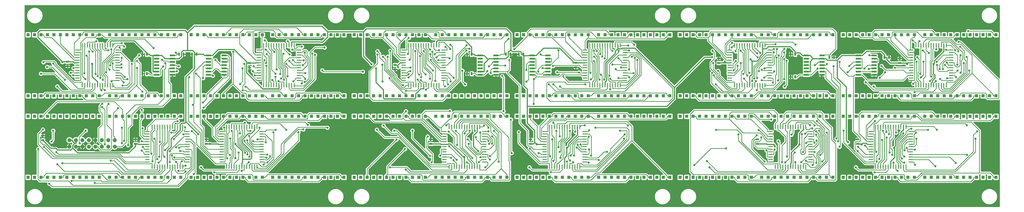
<source format=gbl>
G75*
G70*
%OFA0B0*%
%FSLAX24Y24*%
%IPPOS*%
%LPD*%
%AMOC8*
5,1,8,0,0,1.08239X$1,22.5*
%
%ADD10R,0.0157X0.0669*%
%ADD11R,0.0669X0.0157*%
%ADD12R,0.0515X0.0515*%
%ADD13R,0.0472X0.0315*%
%ADD14R,0.0800X0.0260*%
%ADD15R,0.0315X0.0472*%
%ADD16OC8,0.0600*%
%ADD17C,0.0100*%
%ADD18C,0.0336*%
%ADD19C,0.0160*%
D10*
X020286Y006764D03*
X020680Y006764D03*
X021073Y006764D03*
X021467Y006764D03*
X021861Y006764D03*
X022254Y006764D03*
X022648Y006764D03*
X023042Y006764D03*
X023435Y006764D03*
X023829Y006764D03*
X024223Y006764D03*
X024617Y006764D03*
X025010Y006764D03*
X031774Y006764D03*
X032168Y006764D03*
X032561Y006764D03*
X032955Y006764D03*
X033349Y006764D03*
X033743Y006764D03*
X034136Y006764D03*
X034530Y006764D03*
X034924Y006764D03*
X035317Y006764D03*
X035711Y006764D03*
X036105Y006764D03*
X036498Y006764D03*
X066180Y006764D03*
X066573Y006764D03*
X066967Y006764D03*
X067361Y006764D03*
X067754Y006764D03*
X068148Y006764D03*
X068542Y006764D03*
X068935Y006764D03*
X069329Y006764D03*
X069723Y006764D03*
X070117Y006764D03*
X070510Y006764D03*
X070904Y006764D03*
X081668Y006764D03*
X082061Y006764D03*
X082455Y006764D03*
X082849Y006764D03*
X083243Y006764D03*
X083636Y006764D03*
X084030Y006764D03*
X084424Y006764D03*
X084817Y006764D03*
X085211Y006764D03*
X085605Y006764D03*
X085998Y006764D03*
X086392Y006764D03*
X086392Y012945D03*
X085998Y012945D03*
X085605Y012945D03*
X085211Y012945D03*
X084817Y012945D03*
X084424Y012945D03*
X084030Y012945D03*
X083636Y012945D03*
X083243Y012945D03*
X082849Y012945D03*
X082455Y012945D03*
X082061Y012945D03*
X081668Y012945D03*
X070904Y012945D03*
X070510Y012945D03*
X070117Y012945D03*
X069723Y012945D03*
X069329Y012945D03*
X068935Y012945D03*
X068542Y012945D03*
X068148Y012945D03*
X067754Y012945D03*
X067361Y012945D03*
X066967Y012945D03*
X066573Y012945D03*
X066180Y012945D03*
X064601Y019363D03*
X064207Y019363D03*
X063813Y019363D03*
X063420Y019363D03*
X063026Y019363D03*
X062632Y019363D03*
X062239Y019363D03*
X061845Y019363D03*
X061451Y019363D03*
X061057Y019363D03*
X060664Y019363D03*
X060270Y019363D03*
X059876Y019363D03*
X042239Y019363D03*
X041845Y019363D03*
X041451Y019363D03*
X041057Y019363D03*
X040664Y019363D03*
X040270Y019363D03*
X039876Y019363D03*
X039483Y019363D03*
X039089Y019363D03*
X038695Y019363D03*
X038302Y019363D03*
X037908Y019363D03*
X037514Y019363D03*
X014207Y019363D03*
X013813Y019363D03*
X013420Y019363D03*
X013026Y019363D03*
X012632Y019363D03*
X012239Y019363D03*
X011845Y019363D03*
X011451Y019363D03*
X011057Y019363D03*
X010664Y019363D03*
X010270Y019363D03*
X009876Y019363D03*
X009483Y019363D03*
X020286Y012945D03*
X020680Y012945D03*
X021073Y012945D03*
X021467Y012945D03*
X021861Y012945D03*
X022254Y012945D03*
X022648Y012945D03*
X023042Y012945D03*
X023435Y012945D03*
X023829Y012945D03*
X024223Y012945D03*
X024617Y012945D03*
X025010Y012945D03*
X031774Y012945D03*
X032168Y012945D03*
X032561Y012945D03*
X032955Y012945D03*
X033349Y012945D03*
X033743Y012945D03*
X034136Y012945D03*
X034530Y012945D03*
X034924Y012945D03*
X035317Y012945D03*
X035711Y012945D03*
X036105Y012945D03*
X036498Y012945D03*
X087908Y019363D03*
X088302Y019363D03*
X088695Y019363D03*
X089089Y019363D03*
X089483Y019363D03*
X089876Y019363D03*
X090270Y019363D03*
X090664Y019363D03*
X091057Y019363D03*
X091451Y019363D03*
X091845Y019363D03*
X092239Y019363D03*
X092632Y019363D03*
X110270Y019363D03*
X110664Y019363D03*
X111057Y019363D03*
X111451Y019363D03*
X111845Y019363D03*
X112239Y019363D03*
X112632Y019363D03*
X113026Y019363D03*
X113420Y019363D03*
X113813Y019363D03*
X114207Y019363D03*
X114601Y019363D03*
X114994Y019363D03*
X138302Y019363D03*
X138695Y019363D03*
X139089Y019363D03*
X139483Y019363D03*
X139876Y019363D03*
X140270Y019363D03*
X140664Y019363D03*
X141057Y019363D03*
X141451Y019363D03*
X141845Y019363D03*
X142239Y019363D03*
X142632Y019363D03*
X143026Y019363D03*
X136786Y012945D03*
X136392Y012945D03*
X135998Y012945D03*
X135605Y012945D03*
X135211Y012945D03*
X134817Y012945D03*
X134424Y012945D03*
X134030Y012945D03*
X133636Y012945D03*
X133243Y012945D03*
X132849Y012945D03*
X132455Y012945D03*
X132061Y012945D03*
X121298Y012945D03*
X120904Y012945D03*
X120510Y012945D03*
X120117Y012945D03*
X119723Y012945D03*
X119329Y012945D03*
X118935Y012945D03*
X118542Y012945D03*
X118148Y012945D03*
X117754Y012945D03*
X117361Y012945D03*
X116967Y012945D03*
X116573Y012945D03*
X116573Y006764D03*
X116967Y006764D03*
X117361Y006764D03*
X117754Y006764D03*
X118148Y006764D03*
X118542Y006764D03*
X118935Y006764D03*
X119329Y006764D03*
X119723Y006764D03*
X120117Y006764D03*
X120510Y006764D03*
X120904Y006764D03*
X121298Y006764D03*
X132061Y006764D03*
X132455Y006764D03*
X132849Y006764D03*
X133243Y006764D03*
X133636Y006764D03*
X134030Y006764D03*
X134424Y006764D03*
X134817Y006764D03*
X135211Y006764D03*
X135605Y006764D03*
X135998Y006764D03*
X136392Y006764D03*
X136786Y006764D03*
X138302Y025544D03*
X138695Y025544D03*
X139089Y025544D03*
X139483Y025544D03*
X139876Y025544D03*
X140270Y025544D03*
X140664Y025544D03*
X141057Y025544D03*
X141451Y025544D03*
X141845Y025544D03*
X142239Y025544D03*
X142632Y025544D03*
X143026Y025544D03*
X114994Y025544D03*
X114601Y025544D03*
X114207Y025544D03*
X113813Y025544D03*
X113420Y025544D03*
X113026Y025544D03*
X112632Y025544D03*
X112239Y025544D03*
X111845Y025544D03*
X111451Y025544D03*
X111057Y025544D03*
X110664Y025544D03*
X110270Y025544D03*
X092632Y025544D03*
X092239Y025544D03*
X091845Y025544D03*
X091451Y025544D03*
X091057Y025544D03*
X090664Y025544D03*
X090270Y025544D03*
X089876Y025544D03*
X089483Y025544D03*
X089089Y025544D03*
X088695Y025544D03*
X088302Y025544D03*
X087908Y025544D03*
X064601Y025544D03*
X064207Y025544D03*
X063813Y025544D03*
X063420Y025544D03*
X063026Y025544D03*
X062632Y025544D03*
X062239Y025544D03*
X061845Y025544D03*
X061451Y025544D03*
X061057Y025544D03*
X060664Y025544D03*
X060270Y025544D03*
X059876Y025544D03*
X042239Y025544D03*
X041845Y025544D03*
X041451Y025544D03*
X041057Y025544D03*
X040664Y025544D03*
X040270Y025544D03*
X039876Y025544D03*
X039483Y025544D03*
X039089Y025544D03*
X038695Y025544D03*
X038302Y025544D03*
X037908Y025544D03*
X037514Y025544D03*
X014207Y025544D03*
X013813Y025544D03*
X013420Y025544D03*
X013026Y025544D03*
X012632Y025544D03*
X012239Y025544D03*
X011845Y025544D03*
X011451Y025544D03*
X011057Y025544D03*
X010664Y025544D03*
X010270Y025544D03*
X009876Y025544D03*
X009483Y025544D03*
D11*
X008754Y024815D03*
X008754Y024422D03*
X008754Y024028D03*
X008754Y023634D03*
X008754Y023241D03*
X008754Y022847D03*
X008754Y022453D03*
X008754Y022059D03*
X008754Y021666D03*
X008754Y021272D03*
X008754Y020878D03*
X008754Y020485D03*
X008754Y020091D03*
X014935Y020091D03*
X014935Y020485D03*
X014935Y020878D03*
X014935Y021272D03*
X014935Y021666D03*
X014935Y022059D03*
X014935Y022453D03*
X014935Y022847D03*
X014935Y023241D03*
X014935Y023634D03*
X014935Y024028D03*
X014935Y024422D03*
X014935Y024815D03*
X036786Y024815D03*
X036786Y024422D03*
X036786Y024028D03*
X036786Y023634D03*
X036786Y023241D03*
X036786Y022847D03*
X036786Y022453D03*
X036786Y022059D03*
X036786Y021666D03*
X036786Y021272D03*
X036786Y020878D03*
X036786Y020485D03*
X036786Y020091D03*
X042967Y020091D03*
X042967Y020485D03*
X042967Y020878D03*
X042967Y021272D03*
X042967Y021666D03*
X042967Y022059D03*
X042967Y022453D03*
X042967Y022847D03*
X042967Y023241D03*
X042967Y023634D03*
X042967Y024028D03*
X042967Y024422D03*
X042967Y024815D03*
X059148Y024815D03*
X059148Y024422D03*
X059148Y024028D03*
X059148Y023634D03*
X059148Y023241D03*
X059148Y022847D03*
X059148Y022453D03*
X059148Y022059D03*
X059148Y021666D03*
X059148Y021272D03*
X059148Y020878D03*
X059148Y020485D03*
X059148Y020091D03*
X065329Y020091D03*
X065329Y020485D03*
X065329Y020878D03*
X065329Y021272D03*
X065329Y021666D03*
X065329Y022059D03*
X065329Y022453D03*
X065329Y022847D03*
X065329Y023241D03*
X065329Y023634D03*
X065329Y024028D03*
X065329Y024422D03*
X065329Y024815D03*
X087180Y024815D03*
X087180Y024422D03*
X087180Y024028D03*
X087180Y023634D03*
X087180Y023241D03*
X087180Y022847D03*
X087180Y022453D03*
X087180Y022059D03*
X087180Y021666D03*
X087180Y021272D03*
X087180Y020878D03*
X087180Y020485D03*
X087180Y020091D03*
X093361Y020091D03*
X093361Y020485D03*
X093361Y020878D03*
X093361Y021272D03*
X093361Y021666D03*
X093361Y022059D03*
X093361Y022453D03*
X093361Y022847D03*
X093361Y023241D03*
X093361Y023634D03*
X093361Y024028D03*
X093361Y024422D03*
X093361Y024815D03*
X109542Y024815D03*
X109542Y024422D03*
X109542Y024028D03*
X109542Y023634D03*
X109542Y023241D03*
X109542Y022847D03*
X109542Y022453D03*
X109542Y022059D03*
X109542Y021666D03*
X109542Y021272D03*
X109542Y020878D03*
X109542Y020485D03*
X109542Y020091D03*
X115723Y020091D03*
X115723Y020485D03*
X115723Y020878D03*
X115723Y021272D03*
X115723Y021666D03*
X115723Y022059D03*
X115723Y022453D03*
X115723Y022847D03*
X115723Y023241D03*
X115723Y023634D03*
X115723Y024028D03*
X115723Y024422D03*
X115723Y024815D03*
X137573Y024815D03*
X137573Y024422D03*
X137573Y024028D03*
X137573Y023634D03*
X137573Y023241D03*
X137573Y022847D03*
X137573Y022453D03*
X137573Y022059D03*
X137573Y021666D03*
X137573Y021272D03*
X137573Y020878D03*
X137573Y020485D03*
X137573Y020091D03*
X143754Y020091D03*
X143754Y020485D03*
X143754Y020878D03*
X143754Y021272D03*
X143754Y021666D03*
X143754Y022059D03*
X143754Y022453D03*
X143754Y022847D03*
X143754Y023241D03*
X143754Y023634D03*
X143754Y024028D03*
X143754Y024422D03*
X143754Y024815D03*
X137514Y012217D03*
X137514Y011823D03*
X137514Y011430D03*
X137514Y011036D03*
X137514Y010642D03*
X137514Y010248D03*
X137514Y009855D03*
X137514Y009461D03*
X137514Y009067D03*
X137514Y008674D03*
X137514Y008280D03*
X137514Y007886D03*
X137514Y007493D03*
X131333Y007493D03*
X131333Y007886D03*
X131333Y008280D03*
X131333Y008674D03*
X131333Y009067D03*
X131333Y009461D03*
X131333Y009855D03*
X131333Y010248D03*
X131333Y010642D03*
X131333Y011036D03*
X131333Y011430D03*
X131333Y011823D03*
X131333Y012217D03*
X122026Y012217D03*
X122026Y011823D03*
X122026Y011430D03*
X122026Y011036D03*
X122026Y010642D03*
X122026Y010248D03*
X122026Y009855D03*
X122026Y009461D03*
X122026Y009067D03*
X122026Y008674D03*
X122026Y008280D03*
X122026Y007886D03*
X122026Y007493D03*
X115845Y007493D03*
X115845Y007886D03*
X115845Y008280D03*
X115845Y008674D03*
X115845Y009067D03*
X115845Y009461D03*
X115845Y009855D03*
X115845Y010248D03*
X115845Y010642D03*
X115845Y011036D03*
X115845Y011430D03*
X115845Y011823D03*
X115845Y012217D03*
X087120Y012217D03*
X087120Y011823D03*
X087120Y011430D03*
X087120Y011036D03*
X087120Y010642D03*
X087120Y010248D03*
X087120Y009855D03*
X087120Y009461D03*
X087120Y009067D03*
X087120Y008674D03*
X087120Y008280D03*
X087120Y007886D03*
X087120Y007493D03*
X080939Y007493D03*
X080939Y007886D03*
X080939Y008280D03*
X080939Y008674D03*
X080939Y009067D03*
X080939Y009461D03*
X080939Y009855D03*
X080939Y010248D03*
X080939Y010642D03*
X080939Y011036D03*
X080939Y011430D03*
X080939Y011823D03*
X080939Y012217D03*
X071632Y012217D03*
X071632Y011823D03*
X071632Y011430D03*
X071632Y011036D03*
X071632Y010642D03*
X071632Y010248D03*
X071632Y009855D03*
X071632Y009461D03*
X071632Y009067D03*
X071632Y008674D03*
X071632Y008280D03*
X071632Y007886D03*
X071632Y007493D03*
X065451Y007493D03*
X065451Y007886D03*
X065451Y008280D03*
X065451Y008674D03*
X065451Y009067D03*
X065451Y009461D03*
X065451Y009855D03*
X065451Y010248D03*
X065451Y010642D03*
X065451Y011036D03*
X065451Y011430D03*
X065451Y011823D03*
X065451Y012217D03*
X037227Y012217D03*
X037227Y011823D03*
X037227Y011430D03*
X037227Y011036D03*
X037227Y010642D03*
X037227Y010248D03*
X037227Y009855D03*
X037227Y009461D03*
X037227Y009067D03*
X037227Y008674D03*
X037227Y008280D03*
X037227Y007886D03*
X037227Y007493D03*
X031046Y007493D03*
X031046Y007886D03*
X031046Y008280D03*
X031046Y008674D03*
X031046Y009067D03*
X031046Y009461D03*
X031046Y009855D03*
X031046Y010248D03*
X031046Y010642D03*
X031046Y011036D03*
X031046Y011430D03*
X031046Y011823D03*
X031046Y012217D03*
X025739Y012217D03*
X025739Y011823D03*
X025739Y011430D03*
X025739Y011036D03*
X025739Y010642D03*
X025739Y010248D03*
X025739Y009855D03*
X025739Y009461D03*
X025739Y009067D03*
X025739Y008674D03*
X025739Y008280D03*
X025739Y007886D03*
X025739Y007493D03*
X019557Y007493D03*
X019557Y007886D03*
X019557Y008280D03*
X019557Y008674D03*
X019557Y009067D03*
X019557Y009461D03*
X019557Y009855D03*
X019557Y010248D03*
X019557Y010642D03*
X019557Y011036D03*
X019557Y011430D03*
X019557Y011823D03*
X019557Y012217D03*
D12*
X019705Y014579D03*
X018705Y014579D03*
X017705Y014579D03*
X016705Y014579D03*
X015705Y014579D03*
X014705Y014579D03*
X013705Y014579D03*
X012107Y014579D03*
X011107Y014579D03*
X010107Y014579D03*
X009107Y014579D03*
X008107Y014579D03*
X007107Y014579D03*
X006107Y014579D03*
X005107Y014579D03*
X004107Y014579D03*
X003107Y014579D03*
X002107Y014579D03*
X001107Y014579D03*
X001107Y017729D03*
X002107Y017729D03*
X003107Y017729D03*
X004107Y017729D03*
X005107Y017729D03*
X006107Y017729D03*
X007107Y017729D03*
X008107Y017729D03*
X009107Y017729D03*
X010107Y017729D03*
X011107Y017729D03*
X012107Y017729D03*
X013705Y017729D03*
X014705Y017729D03*
X015705Y017729D03*
X016705Y017729D03*
X017705Y017729D03*
X018705Y017729D03*
X019705Y017729D03*
X020705Y017729D03*
X021705Y017729D03*
X022705Y017729D03*
X023705Y017729D03*
X024705Y017729D03*
X026304Y017729D03*
X027304Y017729D03*
X028304Y017729D03*
X029304Y017729D03*
X030304Y017729D03*
X031304Y017729D03*
X032304Y017729D03*
X033304Y017729D03*
X034304Y017729D03*
X035304Y017729D03*
X036304Y017729D03*
X037304Y017729D03*
X038902Y017729D03*
X039902Y017729D03*
X040902Y017729D03*
X041902Y017729D03*
X042902Y017729D03*
X043902Y017729D03*
X044902Y017729D03*
X045902Y017729D03*
X046902Y017729D03*
X047902Y017729D03*
X048902Y017729D03*
X049902Y017729D03*
X051500Y017729D03*
X052500Y017729D03*
X053500Y017729D03*
X054500Y017729D03*
X055500Y017729D03*
X056500Y017729D03*
X057500Y017729D03*
X058500Y017729D03*
X059500Y017729D03*
X060500Y017729D03*
X061500Y017729D03*
X062500Y017729D03*
X064099Y017729D03*
X065099Y017729D03*
X066099Y017729D03*
X067099Y017729D03*
X068099Y017729D03*
X069099Y017729D03*
X070099Y017729D03*
X071099Y017729D03*
X072099Y017729D03*
X073099Y017729D03*
X074099Y017729D03*
X075099Y017729D03*
X076697Y017729D03*
X077697Y017729D03*
X078697Y017729D03*
X079697Y017729D03*
X080697Y017729D03*
X081697Y017729D03*
X082697Y017729D03*
X083697Y017729D03*
X084697Y017729D03*
X085697Y017729D03*
X086697Y017729D03*
X087697Y017729D03*
X089296Y017729D03*
X090296Y017729D03*
X091296Y017729D03*
X092296Y017729D03*
X093296Y017729D03*
X094296Y017729D03*
X095296Y017729D03*
X096296Y017729D03*
X097296Y017729D03*
X098296Y017729D03*
X099296Y017729D03*
X100296Y017729D03*
X101894Y017729D03*
X102894Y017729D03*
X103894Y017729D03*
X104894Y017729D03*
X105894Y017729D03*
X106894Y017729D03*
X107894Y017729D03*
X108894Y017729D03*
X109894Y017729D03*
X110894Y017729D03*
X111894Y017729D03*
X112894Y017729D03*
X114493Y017729D03*
X115493Y017729D03*
X116493Y017729D03*
X117493Y017729D03*
X118493Y017729D03*
X119493Y017729D03*
X120493Y017729D03*
X121493Y017729D03*
X122493Y017729D03*
X123493Y017729D03*
X124493Y017729D03*
X125493Y017729D03*
X127091Y017729D03*
X128091Y017729D03*
X129091Y017729D03*
X130091Y017729D03*
X131091Y017729D03*
X132091Y017729D03*
X133091Y017729D03*
X134091Y017729D03*
X135091Y017729D03*
X136091Y017729D03*
X137091Y017729D03*
X138091Y017729D03*
X139689Y017729D03*
X140689Y017729D03*
X141689Y017729D03*
X142689Y017729D03*
X143689Y017729D03*
X144689Y017729D03*
X145689Y017729D03*
X146689Y017729D03*
X147689Y017729D03*
X148689Y017729D03*
X149689Y017729D03*
X150689Y017729D03*
X150689Y014579D03*
X149689Y014579D03*
X148689Y014579D03*
X147689Y014579D03*
X146689Y014579D03*
X145689Y014579D03*
X144689Y014579D03*
X143689Y014579D03*
X142689Y014579D03*
X141689Y014579D03*
X140689Y014579D03*
X139689Y014579D03*
X138091Y014579D03*
X137091Y014579D03*
X136091Y014579D03*
X135091Y014579D03*
X134091Y014579D03*
X133091Y014579D03*
X132091Y014579D03*
X131091Y014579D03*
X130091Y014579D03*
X129091Y014579D03*
X128091Y014579D03*
X127091Y014579D03*
X125493Y014579D03*
X124493Y014579D03*
X123493Y014579D03*
X122493Y014579D03*
X121493Y014579D03*
X120493Y014579D03*
X119493Y014579D03*
X118493Y014579D03*
X117493Y014579D03*
X116493Y014579D03*
X115493Y014579D03*
X114493Y014579D03*
X112894Y014579D03*
X111894Y014579D03*
X110894Y014579D03*
X109894Y014579D03*
X108894Y014579D03*
X107894Y014579D03*
X106894Y014579D03*
X105894Y014579D03*
X104894Y014579D03*
X103894Y014579D03*
X102894Y014579D03*
X101894Y014579D03*
X100296Y014579D03*
X099296Y014579D03*
X098296Y014579D03*
X097296Y014579D03*
X096296Y014579D03*
X095296Y014579D03*
X094296Y014579D03*
X093296Y014579D03*
X092296Y014579D03*
X091296Y014579D03*
X090296Y014579D03*
X089296Y014579D03*
X087697Y014579D03*
X086697Y014579D03*
X085697Y014579D03*
X084697Y014579D03*
X083697Y014579D03*
X082697Y014579D03*
X081697Y014579D03*
X080697Y014579D03*
X079697Y014579D03*
X078697Y014579D03*
X077697Y014579D03*
X076697Y014579D03*
X075099Y014579D03*
X074099Y014579D03*
X073099Y014579D03*
X072099Y014579D03*
X071099Y014579D03*
X070099Y014579D03*
X069099Y014579D03*
X068099Y014579D03*
X067099Y014579D03*
X066099Y014579D03*
X065099Y014579D03*
X064099Y014579D03*
X062500Y014579D03*
X061500Y014579D03*
X060500Y014579D03*
X059500Y014579D03*
X058500Y014579D03*
X057500Y014579D03*
X056500Y014579D03*
X055500Y014579D03*
X054500Y014579D03*
X053500Y014579D03*
X052500Y014579D03*
X051500Y014579D03*
X049902Y014579D03*
X048902Y014579D03*
X047902Y014579D03*
X046902Y014579D03*
X045902Y014579D03*
X044902Y014579D03*
X043902Y014579D03*
X042902Y014579D03*
X041902Y014579D03*
X040902Y014579D03*
X039902Y014579D03*
X038902Y014579D03*
X037304Y014579D03*
X036304Y014579D03*
X035304Y014579D03*
X034304Y014579D03*
X033304Y014579D03*
X032304Y014579D03*
X031304Y014579D03*
X030304Y014579D03*
X029304Y014579D03*
X028304Y014579D03*
X027304Y014579D03*
X026304Y014579D03*
X024705Y014579D03*
X023705Y014579D03*
X022705Y014579D03*
X021705Y014579D03*
X020705Y014579D03*
X020705Y005130D03*
X019705Y005130D03*
X018705Y005130D03*
X017705Y005130D03*
X016705Y005130D03*
X015705Y005130D03*
X014705Y005130D03*
X013705Y005130D03*
X012107Y005130D03*
X011107Y005130D03*
X010107Y005130D03*
X009107Y005130D03*
X008107Y005130D03*
X007107Y005130D03*
X006107Y005130D03*
X005107Y005130D03*
X004107Y005130D03*
X003107Y005130D03*
X002107Y005130D03*
X001107Y005130D03*
X021705Y005130D03*
X022705Y005130D03*
X023705Y005130D03*
X024705Y005130D03*
X026304Y005130D03*
X027304Y005130D03*
X028304Y005130D03*
X029304Y005130D03*
X030304Y005130D03*
X031304Y005130D03*
X032304Y005130D03*
X033304Y005130D03*
X034304Y005130D03*
X035304Y005130D03*
X036304Y005130D03*
X037304Y005130D03*
X038902Y005130D03*
X039902Y005130D03*
X040902Y005130D03*
X041902Y005130D03*
X042902Y005130D03*
X043902Y005130D03*
X044902Y005130D03*
X045902Y005130D03*
X046902Y005130D03*
X047902Y005130D03*
X048902Y005130D03*
X049902Y005130D03*
X051500Y005130D03*
X052500Y005130D03*
X053500Y005130D03*
X054500Y005130D03*
X055500Y005130D03*
X056500Y005130D03*
X057500Y005130D03*
X058500Y005130D03*
X059500Y005130D03*
X060500Y005130D03*
X061500Y005130D03*
X062500Y005130D03*
X064099Y005130D03*
X065099Y005130D03*
X066099Y005130D03*
X067099Y005130D03*
X068099Y005130D03*
X069099Y005130D03*
X070099Y005130D03*
X071099Y005130D03*
X072099Y005130D03*
X073099Y005130D03*
X074099Y005130D03*
X075099Y005130D03*
X076697Y005130D03*
X077697Y005130D03*
X078697Y005130D03*
X079697Y005130D03*
X080697Y005130D03*
X081697Y005130D03*
X082697Y005130D03*
X083697Y005130D03*
X084697Y005130D03*
X085697Y005130D03*
X086697Y005130D03*
X087697Y005130D03*
X089296Y005130D03*
X090296Y005130D03*
X091296Y005130D03*
X092296Y005130D03*
X093296Y005130D03*
X094296Y005130D03*
X095296Y005130D03*
X096296Y005130D03*
X097296Y005130D03*
X098296Y005130D03*
X099296Y005130D03*
X100296Y005130D03*
X101894Y005130D03*
X102894Y005130D03*
X103894Y005130D03*
X104894Y005130D03*
X105894Y005130D03*
X106894Y005130D03*
X107894Y005130D03*
X108894Y005130D03*
X109894Y005130D03*
X110894Y005130D03*
X111894Y005130D03*
X112894Y005130D03*
X114493Y005130D03*
X115493Y005130D03*
X116493Y005130D03*
X117493Y005130D03*
X118493Y005130D03*
X119493Y005130D03*
X120493Y005130D03*
X121493Y005130D03*
X122493Y005130D03*
X123493Y005130D03*
X124493Y005130D03*
X125493Y005130D03*
X127091Y005130D03*
X128091Y005130D03*
X129091Y005130D03*
X130091Y005130D03*
X131091Y005130D03*
X132091Y005130D03*
X133091Y005130D03*
X134091Y005130D03*
X135091Y005130D03*
X136091Y005130D03*
X137091Y005130D03*
X138091Y005130D03*
X139689Y005130D03*
X140689Y005130D03*
X141689Y005130D03*
X142689Y005130D03*
X143689Y005130D03*
X144689Y005130D03*
X145689Y005130D03*
X146689Y005130D03*
X147689Y005130D03*
X148689Y005130D03*
X149689Y005130D03*
X150689Y005130D03*
X150689Y027178D03*
X149689Y027178D03*
X148689Y027178D03*
X147689Y027178D03*
X146689Y027178D03*
X145689Y027178D03*
X144689Y027178D03*
X143689Y027178D03*
X142689Y027178D03*
X141689Y027178D03*
X140689Y027178D03*
X139689Y027178D03*
X138091Y027178D03*
X137091Y027178D03*
X136091Y027178D03*
X135091Y027178D03*
X134091Y027178D03*
X133091Y027178D03*
X132091Y027178D03*
X131091Y027178D03*
X130091Y027178D03*
X129091Y027178D03*
X128091Y027178D03*
X127091Y027178D03*
X125493Y027178D03*
X124493Y027178D03*
X123493Y027178D03*
X122493Y027178D03*
X121493Y027178D03*
X120493Y027178D03*
X119493Y027178D03*
X118493Y027178D03*
X117493Y027178D03*
X116493Y027178D03*
X115493Y027178D03*
X114493Y027178D03*
X112894Y027178D03*
X111894Y027178D03*
X110894Y027178D03*
X109894Y027178D03*
X108894Y027178D03*
X107894Y027178D03*
X106894Y027178D03*
X105894Y027178D03*
X104894Y027178D03*
X103894Y027178D03*
X102894Y027178D03*
X101894Y027178D03*
X100296Y027178D03*
X099296Y027178D03*
X098296Y027178D03*
X097296Y027178D03*
X096296Y027178D03*
X095296Y027178D03*
X094296Y027178D03*
X093296Y027178D03*
X092296Y027178D03*
X091296Y027178D03*
X090296Y027178D03*
X089296Y027178D03*
X087697Y027178D03*
X086697Y027178D03*
X085697Y027178D03*
X084697Y027178D03*
X083697Y027178D03*
X082697Y027178D03*
X081697Y027178D03*
X080697Y027178D03*
X079697Y027178D03*
X078697Y027178D03*
X077697Y027178D03*
X076697Y027178D03*
X075099Y027178D03*
X074099Y027178D03*
X073099Y027178D03*
X072099Y027178D03*
X071099Y027178D03*
X070099Y027178D03*
X069099Y027178D03*
X068099Y027178D03*
X067099Y027178D03*
X066099Y027178D03*
X065099Y027178D03*
X064099Y027178D03*
X062500Y027178D03*
X061500Y027178D03*
X060500Y027178D03*
X059500Y027178D03*
X058500Y027178D03*
X057500Y027178D03*
X056500Y027178D03*
X055500Y027178D03*
X054500Y027178D03*
X053500Y027178D03*
X052500Y027178D03*
X051500Y027178D03*
X049902Y027178D03*
X048902Y027178D03*
X047902Y027178D03*
X046902Y027178D03*
X045902Y027178D03*
X044902Y027178D03*
X043902Y027178D03*
X042902Y027178D03*
X041902Y027178D03*
X040902Y027178D03*
X039902Y027178D03*
X038902Y027178D03*
X037304Y027178D03*
X036304Y027178D03*
X035304Y027178D03*
X034304Y027178D03*
X033304Y027178D03*
X032304Y027178D03*
X031304Y027178D03*
X030304Y027178D03*
X029304Y027178D03*
X028304Y027178D03*
X027304Y027178D03*
X026304Y027178D03*
X024705Y027178D03*
X023705Y027178D03*
X022705Y027178D03*
X021705Y027178D03*
X020705Y027178D03*
X019705Y027178D03*
X018705Y027178D03*
X017705Y027178D03*
X016705Y027178D03*
X015705Y027178D03*
X014705Y027178D03*
X013705Y027178D03*
X012107Y027178D03*
X011107Y027178D03*
X010107Y027178D03*
X009107Y027178D03*
X008107Y027178D03*
X007107Y027178D03*
X006107Y027178D03*
X005107Y027178D03*
X004107Y027178D03*
X003107Y027178D03*
X002107Y027178D03*
X001107Y027178D03*
D13*
X007231Y023004D03*
X007231Y022296D03*
X035302Y022111D03*
X035302Y022819D03*
X057809Y022512D03*
X057809Y021804D03*
X085754Y022122D03*
X085754Y022831D03*
X107809Y022800D03*
X107809Y023508D03*
X135809Y023508D03*
X135809Y022800D03*
X129309Y011008D03*
X129309Y010300D03*
X113809Y010300D03*
X113809Y011008D03*
X078746Y011008D03*
X078746Y010300D03*
X063309Y010300D03*
X063309Y011008D03*
X028648Y011008D03*
X028648Y010300D03*
X017699Y010300D03*
X017699Y011008D03*
X003376Y010876D03*
X003376Y011585D03*
D14*
X020989Y020953D03*
X020989Y021453D03*
X020989Y021953D03*
X020989Y022453D03*
X020989Y022953D03*
X020989Y023453D03*
X020989Y023953D03*
X023409Y023953D03*
X023409Y023453D03*
X023409Y022953D03*
X023409Y022453D03*
X023409Y021953D03*
X023409Y021453D03*
X023409Y020953D03*
X028981Y020953D03*
X031401Y020953D03*
X031401Y021453D03*
X031401Y021953D03*
X028981Y021953D03*
X028981Y021453D03*
X028981Y022453D03*
X031401Y022453D03*
X031401Y022953D03*
X031401Y023453D03*
X028981Y023453D03*
X028981Y022953D03*
X028981Y023953D03*
X031401Y023953D03*
X070989Y023953D03*
X070989Y023453D03*
X070989Y022953D03*
X070989Y022453D03*
X070989Y021953D03*
X070989Y021453D03*
X070989Y020953D03*
X073409Y020953D03*
X073409Y021453D03*
X073409Y021953D03*
X073409Y022453D03*
X073409Y022953D03*
X073409Y023453D03*
X073409Y023953D03*
X079021Y023953D03*
X081441Y023953D03*
X081441Y023453D03*
X081441Y022953D03*
X079021Y022953D03*
X079021Y023453D03*
X079021Y022453D03*
X081441Y022453D03*
X081441Y021953D03*
X081441Y021453D03*
X079021Y021453D03*
X079021Y021953D03*
X079021Y020953D03*
X081441Y020953D03*
X121383Y020953D03*
X121383Y021453D03*
X121383Y021953D03*
X121383Y022453D03*
X121383Y022953D03*
X121383Y023453D03*
X121383Y023953D03*
X123803Y023953D03*
X123803Y023453D03*
X123803Y022953D03*
X123803Y022453D03*
X123803Y021953D03*
X123803Y021453D03*
X123803Y020953D03*
X129414Y020953D03*
X131834Y020953D03*
X131834Y021453D03*
X131834Y021953D03*
X129414Y021953D03*
X129414Y021453D03*
X129414Y022453D03*
X131834Y022453D03*
X131834Y022953D03*
X131834Y023453D03*
X129414Y023453D03*
X129414Y022953D03*
X129414Y023953D03*
X131834Y023953D03*
D15*
X133455Y023654D03*
X134164Y023654D03*
X125664Y023654D03*
X124955Y023654D03*
X119664Y024154D03*
X118955Y024154D03*
X118955Y020654D03*
X119664Y020654D03*
X077664Y024154D03*
X076955Y024154D03*
X075664Y024154D03*
X074955Y024154D03*
X069664Y024154D03*
X068955Y024154D03*
X068955Y021154D03*
X069664Y021154D03*
X027164Y024154D03*
X026455Y024154D03*
X025164Y024154D03*
X024455Y024154D03*
X019483Y024154D03*
X018774Y024154D03*
X018774Y021154D03*
X019483Y021154D03*
D16*
X014502Y010882D03*
X013502Y010882D03*
X012502Y010882D03*
X011502Y010882D03*
X010502Y010882D03*
X009502Y010882D03*
X008502Y010882D03*
X007502Y010882D03*
X007502Y009882D03*
X008502Y009882D03*
X009502Y009882D03*
X010502Y009882D03*
X011502Y009882D03*
X012502Y009882D03*
X013502Y009882D03*
X014502Y009882D03*
D17*
X000600Y000600D02*
X000600Y031708D01*
X151200Y031708D01*
X151200Y020447D01*
X145444Y026203D01*
X145371Y026276D01*
X145276Y026316D01*
X145202Y026316D01*
X145142Y026376D01*
X145003Y026434D01*
X144852Y026434D01*
X144713Y026376D01*
X144607Y026270D01*
X144549Y026131D01*
X144549Y026092D01*
X144136Y026505D01*
X144195Y026530D01*
X144268Y026603D01*
X144376Y026710D01*
X145034Y026710D01*
X145157Y026833D01*
X145157Y027522D01*
X145034Y027645D01*
X144345Y027645D01*
X144222Y027522D01*
X144222Y027438D01*
X144210Y027438D01*
X144157Y027415D01*
X144157Y027522D01*
X144034Y027645D01*
X143345Y027645D01*
X143222Y027522D01*
X143222Y027010D01*
X143157Y027010D01*
X143157Y027522D01*
X143034Y027645D01*
X142345Y027645D01*
X142222Y027522D01*
X142222Y027010D01*
X142157Y027010D01*
X142157Y027522D01*
X142034Y027645D01*
X141376Y027645D01*
X141045Y027976D01*
X140972Y028049D01*
X140876Y028089D01*
X131922Y028089D01*
X131826Y028049D01*
X131516Y027739D01*
X131443Y027666D01*
X131434Y027645D01*
X130746Y027645D01*
X130623Y027522D01*
X130623Y026988D01*
X130558Y026988D01*
X130558Y027522D01*
X130435Y027645D01*
X129746Y027645D01*
X129623Y027522D01*
X129623Y027415D01*
X129570Y027438D01*
X129558Y027438D01*
X129558Y027522D01*
X129435Y027645D01*
X128746Y027645D01*
X128623Y027522D01*
X128623Y026833D01*
X128746Y026710D01*
X129405Y026710D01*
X129607Y026508D01*
X129702Y026468D01*
X131556Y026468D01*
X131679Y026345D01*
X131752Y026272D01*
X131847Y026232D01*
X133709Y026232D01*
X136848Y023093D01*
X136852Y023090D01*
X136210Y023090D01*
X136133Y023167D01*
X135486Y023167D01*
X135409Y023090D01*
X134473Y023090D01*
X134295Y023268D01*
X134341Y023268D01*
X134379Y023278D01*
X134413Y023298D01*
X134441Y023326D01*
X134461Y023360D01*
X134471Y023398D01*
X134471Y023625D01*
X134193Y023625D01*
X134193Y023683D01*
X134471Y023683D01*
X134471Y023910D01*
X134461Y023948D01*
X134441Y023982D01*
X134413Y024010D01*
X134379Y024030D01*
X134341Y024040D01*
X134193Y024040D01*
X134193Y023683D01*
X134135Y023683D01*
X134135Y024040D01*
X133987Y024040D01*
X133948Y024030D01*
X133914Y024010D01*
X133886Y023982D01*
X133867Y023948D01*
X133865Y023942D01*
X133860Y023944D01*
X133823Y023944D01*
X133823Y023977D01*
X133745Y024055D01*
X133745Y024138D01*
X133701Y024244D01*
X133162Y024784D01*
X133080Y024865D01*
X132974Y024909D01*
X130613Y024909D01*
X130506Y024865D01*
X129918Y024277D01*
X129901Y024293D01*
X128927Y024293D01*
X128877Y024243D01*
X126810Y024243D01*
X126704Y024199D01*
X126622Y024117D01*
X126020Y023516D01*
X125971Y023516D01*
X125971Y023625D01*
X125693Y023625D01*
X125693Y023683D01*
X125971Y023683D01*
X125971Y023910D01*
X125961Y023948D01*
X125941Y023982D01*
X125913Y024010D01*
X125879Y024030D01*
X125841Y024040D01*
X125693Y024040D01*
X125693Y023683D01*
X125635Y023683D01*
X125635Y024040D01*
X125487Y024040D01*
X125448Y024030D01*
X125414Y024010D01*
X125386Y023982D01*
X125367Y023948D01*
X125356Y023910D01*
X125356Y023683D01*
X125635Y023683D01*
X125635Y023625D01*
X125356Y023625D01*
X125356Y023516D01*
X125323Y023516D01*
X125323Y023977D01*
X125281Y024019D01*
X126067Y024805D01*
X126140Y024878D01*
X126180Y024973D01*
X126180Y027557D01*
X126140Y027653D01*
X125592Y028201D01*
X125519Y028275D01*
X125423Y028314D01*
X078754Y028314D01*
X078658Y028275D01*
X078122Y027739D01*
X078049Y027666D01*
X078041Y027645D01*
X077353Y027645D01*
X077230Y027522D01*
X077230Y026833D01*
X077353Y026710D01*
X077639Y026710D01*
X076257Y025329D01*
X076172Y025329D01*
X076033Y025271D01*
X076017Y025255D01*
X076017Y027412D01*
X075973Y027518D01*
X075237Y028253D01*
X075156Y028335D01*
X075049Y028379D01*
X053348Y028379D01*
X053241Y028335D01*
X052828Y027922D01*
X047522Y027922D01*
X046689Y028755D01*
X046582Y028799D01*
X026751Y028799D01*
X026645Y028755D01*
X026563Y028673D01*
X025765Y027875D01*
X025592Y028047D01*
X025544Y028095D01*
X025544Y028095D01*
X025544Y028096D01*
X025496Y028115D01*
X025437Y028140D01*
X025380Y028140D01*
X002927Y028140D01*
X002820Y028095D01*
X002495Y027770D01*
X002413Y027689D01*
X002395Y027645D01*
X001762Y027645D01*
X001639Y027522D01*
X001639Y026833D01*
X001762Y026710D01*
X002369Y026710D01*
X002369Y026702D01*
X002413Y026595D01*
X006035Y022974D01*
X006035Y022857D01*
X006092Y022718D01*
X006198Y022612D01*
X006337Y022555D01*
X006488Y022555D01*
X006627Y022612D01*
X006729Y022714D01*
X006830Y022714D01*
X006908Y022637D01*
X007554Y022637D01*
X007631Y022714D01*
X007952Y022714D01*
X007984Y022683D01*
X008065Y022601D01*
X008172Y022557D01*
X008210Y022557D01*
X008210Y022372D01*
X008200Y022376D01*
X008050Y022376D01*
X007911Y022319D01*
X007805Y022212D01*
X007747Y022073D01*
X007747Y021923D01*
X007805Y021784D01*
X007911Y021678D01*
X008050Y021620D01*
X008200Y021620D01*
X008210Y021624D01*
X008210Y021553D01*
X007993Y021553D01*
X007932Y021614D01*
X007793Y021671D01*
X007643Y021671D01*
X007504Y021614D01*
X007397Y021507D01*
X007340Y021368D01*
X007340Y021218D01*
X007397Y021079D01*
X007504Y020973D01*
X007643Y020915D01*
X007701Y020915D01*
X007701Y020831D01*
X007759Y020692D01*
X007865Y020585D01*
X008004Y020528D01*
X008154Y020528D01*
X008210Y020551D01*
X008210Y020319D01*
X008288Y020241D01*
X008280Y020228D01*
X008270Y020189D01*
X008270Y020110D01*
X005598Y022781D01*
X005598Y022935D01*
X005559Y023031D01*
X005361Y023229D01*
X005288Y023302D01*
X005192Y023342D01*
X003585Y023342D01*
X003500Y023307D01*
X003408Y023307D01*
X003269Y023249D01*
X003163Y023143D01*
X003105Y023004D01*
X003105Y022853D01*
X003163Y022714D01*
X003269Y022608D01*
X003408Y022550D01*
X003558Y022550D01*
X003697Y022608D01*
X003804Y022714D01*
X003848Y022822D01*
X004623Y022822D01*
X004622Y022819D01*
X004622Y022668D01*
X004680Y022529D01*
X004767Y022442D01*
X004336Y022442D01*
X004276Y022503D01*
X004137Y022560D01*
X003986Y022560D01*
X003847Y022503D01*
X003741Y022396D01*
X003683Y022257D01*
X003683Y022107D01*
X003741Y021968D01*
X003847Y021862D01*
X003986Y021804D01*
X004137Y021804D01*
X004276Y021862D01*
X004336Y021922D01*
X004738Y021922D01*
X005249Y021411D01*
X003375Y021411D01*
X003315Y021471D01*
X003176Y021529D01*
X003025Y021529D01*
X002886Y021471D01*
X002780Y021365D01*
X002722Y021226D01*
X002722Y021076D01*
X002780Y020937D01*
X002886Y020830D01*
X003025Y020773D01*
X003176Y020773D01*
X003315Y020830D01*
X003375Y020891D01*
X005104Y020891D01*
X007317Y018678D01*
X006494Y018678D01*
X006002Y019170D01*
X006002Y019256D01*
X005944Y019395D01*
X005838Y019501D01*
X005699Y019559D01*
X005549Y019559D01*
X005410Y019501D01*
X005303Y019395D01*
X005246Y019256D01*
X005246Y019106D01*
X005303Y018967D01*
X005410Y018860D01*
X005549Y018803D01*
X005634Y018803D01*
X006021Y018416D01*
X003696Y018416D01*
X003601Y018377D01*
X003420Y018196D01*
X002762Y018196D01*
X002639Y018073D01*
X002639Y017384D01*
X002762Y017261D01*
X003451Y017261D01*
X003574Y017384D01*
X003574Y017469D01*
X003586Y017469D01*
X003639Y017491D01*
X003639Y017384D01*
X003762Y017261D01*
X004451Y017261D01*
X004574Y017384D01*
X004574Y017896D01*
X004639Y017896D01*
X004639Y017384D01*
X004762Y017261D01*
X005451Y017261D01*
X005574Y017384D01*
X005574Y017896D01*
X005639Y017896D01*
X005639Y017384D01*
X005762Y017261D01*
X006451Y017261D01*
X006574Y017384D01*
X006574Y017896D01*
X006639Y017896D01*
X006639Y017384D01*
X006762Y017261D01*
X007451Y017261D01*
X007574Y017384D01*
X007574Y017896D01*
X007639Y017896D01*
X007639Y017384D01*
X007762Y017261D01*
X008451Y017261D01*
X008574Y017384D01*
X008574Y017896D01*
X008639Y017896D01*
X008639Y017384D01*
X008762Y017261D01*
X009450Y017261D01*
X009606Y017105D01*
X005535Y017105D01*
X005439Y017065D01*
X003420Y015047D01*
X002762Y015047D01*
X002639Y014924D01*
X002639Y014235D01*
X002762Y014112D01*
X003451Y014112D01*
X003574Y014235D01*
X003574Y014319D01*
X003586Y014319D01*
X003639Y014341D01*
X003639Y014235D01*
X003762Y014112D01*
X004451Y014112D01*
X004574Y014235D01*
X004574Y014924D01*
X004451Y015047D01*
X004156Y015047D01*
X005694Y016585D01*
X012199Y016585D01*
X012198Y016582D01*
X012198Y016533D01*
X011998Y016333D01*
X011959Y016237D01*
X011959Y015289D01*
X011998Y015193D01*
X012071Y015120D01*
X012145Y015047D01*
X011762Y015047D01*
X011639Y014924D01*
X011639Y014235D01*
X011762Y014112D01*
X012274Y014112D01*
X012274Y013326D01*
X011808Y012860D01*
X011769Y012765D01*
X011769Y011252D01*
X011689Y011332D01*
X011552Y011332D01*
X011552Y010932D01*
X011452Y010932D01*
X011452Y010832D01*
X011052Y010832D01*
X011052Y010696D01*
X011316Y010432D01*
X011452Y010432D01*
X011452Y010832D01*
X011552Y010832D01*
X011552Y010432D01*
X011689Y010432D01*
X011802Y010546D01*
X011808Y010532D01*
X011881Y010459D01*
X012119Y010221D01*
X012036Y010137D01*
X012024Y010142D01*
X011964Y010142D01*
X011714Y010392D01*
X011291Y010392D01*
X011002Y010104D01*
X010724Y010382D01*
X011012Y010671D01*
X011012Y011094D01*
X010714Y011392D01*
X010291Y011392D01*
X010002Y011104D01*
X009714Y011392D01*
X009435Y011392D01*
X010009Y011967D01*
X010095Y011967D01*
X010234Y012024D01*
X010340Y012131D01*
X010398Y012270D01*
X010398Y012420D01*
X010340Y012559D01*
X010234Y012665D01*
X010095Y012723D01*
X009945Y012723D01*
X009806Y012665D01*
X009699Y012559D01*
X009642Y012420D01*
X009642Y012335D01*
X008804Y011497D01*
X008765Y011402D01*
X008765Y011341D01*
X008714Y011392D01*
X008291Y011392D01*
X008065Y011166D01*
X008050Y011172D01*
X007934Y011172D01*
X007714Y011392D01*
X007291Y011392D01*
X006992Y011094D01*
X006992Y010671D01*
X007291Y010372D01*
X007714Y010372D01*
X007821Y010480D01*
X007828Y010473D01*
X007908Y010392D01*
X007838Y010322D01*
X007769Y010252D01*
X007689Y010332D01*
X007552Y010332D01*
X007552Y009932D01*
X007452Y009932D01*
X007452Y009832D01*
X007052Y009832D01*
X007052Y009696D01*
X007080Y009669D01*
X005765Y009669D01*
X005634Y009800D01*
X005552Y009881D01*
X005446Y009926D01*
X004737Y009926D01*
X003823Y010840D01*
X003823Y011121D01*
X003700Y011244D01*
X003053Y011244D01*
X002990Y011181D01*
X002990Y011407D01*
X003000Y011370D01*
X003020Y011335D01*
X003048Y011308D01*
X003082Y011288D01*
X003120Y011278D01*
X003348Y011278D01*
X003348Y011556D01*
X003405Y011556D01*
X003405Y011278D01*
X003632Y011278D01*
X003670Y011288D01*
X003705Y011308D01*
X003733Y011335D01*
X003752Y011370D01*
X003763Y011408D01*
X003763Y011556D01*
X003405Y011556D01*
X003405Y011614D01*
X003348Y011614D01*
X003348Y011893D01*
X003151Y011893D01*
X003417Y012158D01*
X003502Y012158D01*
X003641Y012216D01*
X003748Y012322D01*
X003805Y012461D01*
X003805Y012611D01*
X003748Y012750D01*
X003641Y012857D01*
X003502Y012914D01*
X003352Y012914D01*
X003213Y012857D01*
X003107Y012750D01*
X003049Y012611D01*
X003049Y012526D01*
X002583Y012060D01*
X002510Y011987D01*
X002470Y011891D01*
X002470Y010154D01*
X002510Y010058D01*
X002698Y009870D01*
X002605Y009870D01*
X002466Y009812D01*
X002359Y009706D01*
X002302Y009567D01*
X002302Y009417D01*
X002359Y009278D01*
X002383Y009254D01*
X002383Y005598D01*
X001762Y005598D01*
X001639Y005475D01*
X001639Y004786D01*
X001762Y004663D01*
X002445Y004663D01*
X002496Y004612D01*
X002760Y004348D01*
X002855Y004308D01*
X004057Y004308D01*
X004015Y004207D01*
X004015Y004057D01*
X004073Y003918D01*
X004179Y003811D01*
X004318Y003754D01*
X004404Y003754D01*
X004689Y003469D01*
X004784Y003429D01*
X024415Y003429D01*
X024510Y003469D01*
X024584Y003542D01*
X025836Y004795D01*
X025836Y004786D01*
X025959Y004663D01*
X026648Y004663D01*
X026771Y004786D01*
X026771Y005261D01*
X026806Y005261D01*
X026836Y005273D01*
X026836Y004786D01*
X026959Y004663D01*
X027648Y004663D01*
X027771Y004786D01*
X027771Y005475D01*
X027648Y005598D01*
X027109Y005598D01*
X027109Y005649D01*
X027143Y005684D01*
X027183Y005779D01*
X027183Y009810D01*
X029976Y007017D01*
X030071Y006977D01*
X031485Y006977D01*
X031485Y006519D01*
X028367Y006519D01*
X028217Y006670D01*
X028217Y006756D01*
X028159Y006895D01*
X028053Y007001D01*
X027914Y007059D01*
X027763Y007059D01*
X027624Y007001D01*
X027518Y006895D01*
X027460Y006756D01*
X027460Y006606D01*
X027518Y006467D01*
X027624Y006360D01*
X027763Y006303D01*
X027849Y006303D01*
X028112Y006039D01*
X028208Y005999D01*
X029513Y005999D01*
X029509Y005991D01*
X029509Y005840D01*
X029567Y005701D01*
X029673Y005595D01*
X029812Y005537D01*
X029899Y005537D01*
X029836Y005475D01*
X029836Y004786D01*
X029959Y004663D01*
X030648Y004663D01*
X030771Y004786D01*
X030771Y005475D01*
X030648Y005598D01*
X030104Y005598D01*
X030162Y005655D01*
X031675Y005655D01*
X031617Y005598D01*
X030959Y005598D01*
X030836Y005475D01*
X030836Y004786D01*
X030959Y004663D01*
X031648Y004663D01*
X031771Y004786D01*
X031771Y004870D01*
X031783Y004870D01*
X031836Y004892D01*
X031836Y004786D01*
X031959Y004663D01*
X032648Y004663D01*
X032771Y004786D01*
X032771Y005298D01*
X032836Y005298D01*
X032836Y004786D01*
X032959Y004663D01*
X033648Y004663D01*
X033771Y004786D01*
X033771Y005298D01*
X033836Y005298D01*
X033836Y004786D01*
X033959Y004663D01*
X034617Y004663D01*
X035018Y004262D01*
X035114Y004222D01*
X046092Y004222D01*
X046187Y004262D01*
X046260Y004335D01*
X046588Y004663D01*
X047246Y004663D01*
X047369Y004786D01*
X047369Y005298D01*
X047434Y005298D01*
X047434Y004786D01*
X047558Y004663D01*
X048246Y004663D01*
X048369Y004786D01*
X048369Y005298D01*
X048434Y005298D01*
X048434Y004786D01*
X048558Y004663D01*
X049246Y004663D01*
X049369Y004786D01*
X049369Y004892D01*
X049423Y004870D01*
X049434Y004870D01*
X049434Y004786D01*
X049558Y004663D01*
X050246Y004663D01*
X050369Y004786D01*
X050369Y005475D01*
X050246Y005598D01*
X049588Y005598D01*
X049408Y005778D01*
X049312Y005818D01*
X038290Y005818D01*
X043027Y010555D01*
X043100Y010628D01*
X043140Y010724D01*
X043140Y011844D01*
X043200Y011905D01*
X043258Y012044D01*
X043258Y012194D01*
X043224Y012275D01*
X043377Y012275D01*
X043438Y012214D01*
X043577Y012157D01*
X043727Y012157D01*
X043866Y012214D01*
X043972Y012321D01*
X044030Y012460D01*
X044030Y012610D01*
X044025Y012622D01*
X047038Y012622D01*
X047053Y012585D01*
X047160Y012479D01*
X047299Y012421D01*
X047449Y012421D01*
X047588Y012479D01*
X047694Y012585D01*
X047752Y012724D01*
X047752Y012875D01*
X047694Y013014D01*
X047588Y013120D01*
X047449Y013178D01*
X047299Y013178D01*
X047213Y013142D01*
X044726Y013142D01*
X044734Y013161D01*
X044734Y013312D01*
X044676Y013451D01*
X044570Y013557D01*
X044431Y013615D01*
X044345Y013615D01*
X044297Y013663D01*
X046084Y013663D01*
X046179Y013702D01*
X046252Y013776D01*
X046588Y014112D01*
X047246Y014112D01*
X047369Y014235D01*
X047369Y014747D01*
X047434Y014747D01*
X047434Y014235D01*
X047558Y014112D01*
X048246Y014112D01*
X048369Y014235D01*
X048369Y014747D01*
X048434Y014747D01*
X048434Y014235D01*
X048558Y014112D01*
X049246Y014112D01*
X049369Y014235D01*
X049369Y014341D01*
X049423Y014319D01*
X049434Y014319D01*
X049434Y014235D01*
X049558Y014112D01*
X050246Y014112D01*
X050369Y014235D01*
X050369Y014924D01*
X050246Y015047D01*
X049588Y015047D01*
X049408Y015227D01*
X049312Y015267D01*
X044514Y015267D01*
X044418Y015227D01*
X044345Y015154D01*
X044345Y015154D01*
X044238Y015047D01*
X043588Y015047D01*
X043408Y015227D01*
X043312Y015267D01*
X031893Y015267D01*
X031798Y015227D01*
X031724Y015154D01*
X031617Y015047D01*
X030959Y015047D01*
X030836Y014924D01*
X030836Y014235D01*
X030927Y014143D01*
X029877Y013093D01*
X029838Y012998D01*
X029838Y012985D01*
X029806Y013017D01*
X028680Y014143D01*
X028771Y014235D01*
X028771Y014924D01*
X028648Y015047D01*
X027991Y015047D01*
X027991Y015637D01*
X028041Y015587D01*
X028180Y015530D01*
X028331Y015530D01*
X028470Y015587D01*
X028576Y015693D01*
X028634Y015832D01*
X028634Y015918D01*
X029952Y017236D01*
X029962Y017261D01*
X030648Y017261D01*
X030771Y017384D01*
X030771Y018073D01*
X030648Y018196D01*
X030368Y018196D01*
X032428Y020257D01*
X032468Y020352D01*
X032468Y023769D01*
X032428Y023864D01*
X032355Y023937D01*
X032119Y024174D01*
X032023Y024213D01*
X031968Y024213D01*
X031888Y024293D01*
X030914Y024293D01*
X030791Y024170D01*
X030791Y023736D01*
X030824Y023703D01*
X030791Y023670D01*
X030791Y023236D01*
X030824Y023203D01*
X030791Y023170D01*
X030791Y022923D01*
X030462Y023253D01*
X030462Y023339D01*
X030404Y023478D01*
X030298Y023584D01*
X030159Y023642D01*
X030008Y023642D01*
X029869Y023584D01*
X029805Y023520D01*
X029772Y023600D01*
X029699Y023674D01*
X029676Y023683D01*
X029736Y023707D01*
X029817Y023789D01*
X030644Y024616D01*
X032428Y024616D01*
X032428Y024468D01*
X032485Y024329D01*
X030358Y024329D01*
X030259Y024231D02*
X030852Y024231D01*
X030791Y024132D02*
X030161Y024132D01*
X030062Y024034D02*
X030791Y024034D01*
X030791Y023935D02*
X029964Y023935D01*
X029865Y023837D02*
X030791Y023837D01*
X030791Y023738D02*
X029767Y023738D01*
X029817Y023789D02*
X029817Y023789D01*
X029732Y023640D02*
X030005Y023640D01*
X030163Y023640D02*
X030791Y023640D01*
X030791Y023541D02*
X030340Y023541D01*
X030418Y023443D02*
X030791Y023443D01*
X030791Y023344D02*
X030459Y023344D01*
X030469Y023246D02*
X030791Y023246D01*
X030791Y023147D02*
X030567Y023147D01*
X030666Y023049D02*
X030791Y023049D01*
X030791Y022950D02*
X030764Y022950D01*
X030831Y022516D02*
X030084Y023263D01*
X029827Y023541D02*
X029796Y023541D01*
X029551Y023453D02*
X028981Y023453D01*
X028981Y022953D02*
X028411Y022953D01*
X028341Y022953D01*
X026710Y021323D01*
X026710Y021043D01*
X026741Y021012D01*
X026741Y016516D01*
X026572Y016347D01*
X026731Y016188D01*
X026731Y013686D01*
X027985Y012433D01*
X027985Y010002D01*
X029313Y008674D01*
X031046Y008674D01*
X031046Y008280D02*
X029395Y008280D01*
X027764Y009911D01*
X027764Y011969D01*
X025876Y013858D01*
X025876Y020445D01*
X026024Y020592D01*
X025425Y020980D02*
X023959Y020980D01*
X023959Y020968D02*
X023959Y021103D01*
X023949Y021141D01*
X023940Y021157D01*
X023962Y021179D01*
X024040Y021146D01*
X024191Y021146D01*
X024330Y021203D01*
X024436Y021310D01*
X024494Y021449D01*
X024494Y021599D01*
X024436Y021738D01*
X024330Y021845D01*
X024191Y021902D01*
X024040Y021902D01*
X024019Y021893D01*
X024019Y022065D01*
X024082Y022039D01*
X024130Y022039D01*
X024190Y021978D01*
X024329Y021921D01*
X024480Y021921D01*
X024619Y021978D01*
X024725Y022085D01*
X024783Y022224D01*
X024783Y022374D01*
X024725Y022513D01*
X024619Y022619D01*
X024480Y022677D01*
X024329Y022677D01*
X024190Y022619D01*
X024185Y022615D01*
X024127Y022674D01*
X024031Y022713D01*
X023996Y022713D01*
X024019Y022736D01*
X024019Y023163D01*
X024481Y023163D01*
X024588Y023207D01*
X024974Y023593D01*
X025055Y023675D01*
X025094Y023768D01*
X025135Y023768D01*
X025135Y024125D01*
X025193Y024125D01*
X025193Y024183D01*
X025471Y024183D01*
X025471Y024410D01*
X025465Y024432D01*
X026153Y024432D01*
X026148Y024410D01*
X026148Y024183D01*
X026426Y024183D01*
X026426Y024125D01*
X026148Y024125D01*
X026148Y023898D01*
X026158Y023860D01*
X026178Y023826D01*
X026206Y023798D01*
X026240Y023778D01*
X026278Y023768D01*
X026426Y023768D01*
X026426Y024125D01*
X026484Y024125D01*
X026484Y023768D01*
X026526Y023768D01*
X026526Y022081D01*
X025252Y020807D01*
X025208Y020700D01*
X025208Y013843D01*
X025148Y013783D01*
X024807Y013783D01*
X024700Y013739D01*
X024619Y013657D01*
X024564Y013603D01*
X024610Y013714D01*
X024610Y013864D01*
X024552Y014003D01*
X024446Y014110D01*
X024441Y014112D01*
X025050Y014112D01*
X025173Y014235D01*
X025173Y014924D01*
X025050Y015047D01*
X024361Y015047D01*
X024238Y014924D01*
X024238Y014839D01*
X024226Y014839D01*
X024173Y014817D01*
X024173Y014924D01*
X024050Y015047D01*
X023361Y015047D01*
X023238Y014924D01*
X023238Y014412D01*
X023173Y014412D01*
X023173Y014924D01*
X023050Y015047D01*
X022361Y015047D01*
X022238Y014924D01*
X022238Y014412D01*
X022173Y014412D01*
X022173Y014924D01*
X022050Y015047D01*
X021361Y015047D01*
X021238Y014924D01*
X021238Y014412D01*
X021173Y014412D01*
X021173Y014924D01*
X021050Y015047D01*
X020361Y015047D01*
X020238Y014924D01*
X020238Y014235D01*
X020361Y014112D01*
X020429Y014112D01*
X019337Y013019D01*
X019297Y012924D01*
X019297Y012506D01*
X019136Y012506D01*
X019131Y012501D01*
X019184Y012628D01*
X019184Y012778D01*
X019126Y012917D01*
X019020Y013024D01*
X018881Y013081D01*
X018731Y013081D01*
X018723Y013078D01*
X018723Y013802D01*
X018926Y014004D01*
X018965Y014100D01*
X018965Y014112D01*
X019050Y014112D01*
X019173Y014235D01*
X019173Y014924D01*
X019050Y015047D01*
X018965Y015047D01*
X018965Y015305D01*
X019011Y015351D01*
X019069Y015490D01*
X019069Y015640D01*
X019011Y015779D01*
X018925Y015866D01*
X021942Y015866D01*
X022037Y015905D01*
X023280Y017148D01*
X023353Y017221D01*
X023370Y017261D01*
X024050Y017261D01*
X024173Y017384D01*
X024173Y018073D01*
X024050Y018196D01*
X023393Y018196D01*
X023393Y019579D01*
X023353Y019675D01*
X023099Y019928D01*
X023099Y020673D01*
X023394Y020673D01*
X023394Y020938D01*
X023099Y020938D01*
X023099Y020968D01*
X023394Y020968D01*
X023394Y020938D01*
X023424Y020938D01*
X023424Y020673D01*
X023829Y020673D01*
X023867Y020683D01*
X023901Y020703D01*
X023929Y020731D01*
X023949Y020765D01*
X023959Y020803D01*
X023959Y020938D01*
X023424Y020938D01*
X023424Y020968D01*
X023394Y020968D01*
X023394Y021113D01*
X023424Y021113D01*
X023424Y020968D01*
X023959Y020968D01*
X023979Y020953D02*
X023409Y020953D01*
X023394Y020980D02*
X023424Y020980D01*
X023424Y020882D02*
X023394Y020882D01*
X023394Y020783D02*
X023424Y020783D01*
X023424Y020685D02*
X023394Y020685D01*
X023099Y020586D02*
X025208Y020586D01*
X025208Y020488D02*
X023099Y020488D01*
X023099Y020389D02*
X025208Y020389D01*
X025208Y020291D02*
X023099Y020291D01*
X023099Y020192D02*
X025208Y020192D01*
X025208Y020094D02*
X023099Y020094D01*
X023099Y019995D02*
X025208Y019995D01*
X025208Y019897D02*
X023131Y019897D01*
X023229Y019798D02*
X025208Y019798D01*
X025208Y019700D02*
X023328Y019700D01*
X023383Y019601D02*
X025208Y019601D01*
X025208Y019503D02*
X023393Y019503D01*
X023393Y019404D02*
X025208Y019404D01*
X025208Y019306D02*
X023393Y019306D01*
X023393Y019207D02*
X025208Y019207D01*
X025208Y019109D02*
X023393Y019109D01*
X023393Y019010D02*
X025208Y019010D01*
X025208Y018912D02*
X023393Y018912D01*
X023393Y018813D02*
X025208Y018813D01*
X025208Y018715D02*
X023393Y018715D01*
X023393Y018616D02*
X025208Y018616D01*
X025208Y018518D02*
X023393Y018518D01*
X023393Y018419D02*
X025208Y018419D01*
X025208Y018321D02*
X023393Y018321D01*
X023393Y018222D02*
X025208Y018222D01*
X025208Y018124D02*
X025122Y018124D01*
X025173Y018073D02*
X025050Y018196D01*
X024361Y018196D01*
X024238Y018073D01*
X024238Y017384D01*
X024361Y017261D01*
X025050Y017261D01*
X025173Y017384D01*
X025173Y018073D01*
X025173Y018025D02*
X025208Y018025D01*
X025208Y017927D02*
X025173Y017927D01*
X025173Y017828D02*
X025208Y017828D01*
X025208Y017730D02*
X025173Y017730D01*
X025173Y017631D02*
X025208Y017631D01*
X025208Y017533D02*
X025173Y017533D01*
X025173Y017434D02*
X025208Y017434D01*
X025208Y017336D02*
X025124Y017336D01*
X025208Y017237D02*
X023360Y017237D01*
X023271Y017139D02*
X025208Y017139D01*
X025208Y017040D02*
X023172Y017040D01*
X023074Y016942D02*
X025208Y016942D01*
X025208Y016843D02*
X022975Y016843D01*
X022877Y016745D02*
X025208Y016745D01*
X025208Y016646D02*
X022778Y016646D01*
X022680Y016548D02*
X025208Y016548D01*
X025208Y016449D02*
X022581Y016449D01*
X022483Y016351D02*
X025208Y016351D01*
X025208Y016252D02*
X022384Y016252D01*
X022286Y016154D02*
X025208Y016154D01*
X025208Y016055D02*
X022187Y016055D01*
X022089Y015957D02*
X025208Y015957D01*
X025208Y015858D02*
X018932Y015858D01*
X018829Y015906D02*
X019144Y015590D01*
X019144Y015473D01*
X019144Y012563D01*
X019053Y012472D01*
X019053Y011823D01*
X019557Y011823D01*
X019557Y011430D02*
X019053Y011430D01*
X018806Y011677D01*
X018806Y012703D01*
X019184Y012706D02*
X019297Y012706D01*
X019297Y012608D02*
X019176Y012608D01*
X019135Y012509D02*
X019297Y012509D01*
X019297Y012805D02*
X019173Y012805D01*
X019132Y012903D02*
X019297Y012903D01*
X019330Y013002D02*
X019042Y013002D01*
X018723Y013100D02*
X019418Y013100D01*
X019517Y013199D02*
X018723Y013199D01*
X018723Y013297D02*
X019615Y013297D01*
X019714Y013396D02*
X018723Y013396D01*
X018723Y013494D02*
X019812Y013494D01*
X019911Y013593D02*
X018723Y013593D01*
X018723Y013691D02*
X020009Y013691D01*
X020108Y013790D02*
X018723Y013790D01*
X018810Y013888D02*
X020206Y013888D01*
X020305Y013987D02*
X018908Y013987D01*
X018959Y014085D02*
X020403Y014085D01*
X020288Y014184D02*
X020122Y014184D01*
X020173Y014235D02*
X020050Y014112D01*
X019361Y014112D01*
X019238Y014235D01*
X019238Y014924D01*
X019361Y015047D01*
X020050Y015047D01*
X020173Y014924D01*
X020173Y014235D01*
X020173Y014282D02*
X020238Y014282D01*
X020238Y014381D02*
X020173Y014381D01*
X020173Y014479D02*
X020238Y014479D01*
X020238Y014578D02*
X020173Y014578D01*
X020173Y014676D02*
X020238Y014676D01*
X020238Y014775D02*
X020173Y014775D01*
X020173Y014873D02*
X020238Y014873D01*
X020286Y014972D02*
X020124Y014972D01*
X019286Y014972D02*
X019124Y014972D01*
X019173Y014873D02*
X019238Y014873D01*
X019238Y014775D02*
X019173Y014775D01*
X019173Y014676D02*
X019238Y014676D01*
X019238Y014578D02*
X019173Y014578D01*
X019173Y014479D02*
X019238Y014479D01*
X019238Y014381D02*
X019173Y014381D01*
X019173Y014282D02*
X019238Y014282D01*
X019288Y014184D02*
X019122Y014184D01*
X018705Y014152D02*
X018463Y013909D01*
X018463Y011626D01*
X019053Y011036D01*
X019557Y011036D01*
X020286Y010789D02*
X020536Y010539D01*
X020536Y008560D01*
X020365Y008389D01*
X020365Y007615D01*
X020286Y007269D02*
X020286Y006764D01*
X020680Y006764D02*
X020680Y007269D01*
X020752Y007341D01*
X020752Y008465D01*
X020779Y008492D01*
X020779Y010953D01*
X020624Y011108D01*
X020286Y010789D02*
X020286Y012047D01*
X020680Y012441D01*
X020680Y012945D01*
X021073Y012945D02*
X021073Y012441D01*
X021027Y012394D01*
X021027Y008004D01*
X021093Y007937D01*
X021382Y008294D02*
X021382Y010021D01*
X021861Y010500D01*
X021861Y012945D01*
X022254Y012945D02*
X022254Y012441D01*
X022254Y010537D01*
X021724Y010007D01*
X021724Y007849D01*
X021273Y007397D01*
X020286Y007269D02*
X020037Y007269D01*
X020005Y007237D01*
X016154Y007237D01*
X015128Y008264D01*
X005153Y008264D01*
X003587Y009830D01*
X003727Y010168D02*
X003433Y010168D01*
X002970Y010631D01*
X002970Y011117D01*
X003275Y011421D01*
X003376Y011421D01*
X003376Y011258D01*
X003664Y011258D01*
X005039Y009882D01*
X007032Y009882D01*
X007502Y009882D01*
X007452Y009850D02*
X005584Y009850D01*
X005682Y009751D02*
X007052Y009751D01*
X007052Y009932D02*
X007452Y009932D01*
X007452Y010332D01*
X007316Y010332D01*
X007052Y010069D01*
X007052Y009932D01*
X007052Y009948D02*
X004714Y009948D01*
X004616Y010047D02*
X007052Y010047D01*
X007129Y010145D02*
X004517Y010145D01*
X004419Y010244D02*
X007228Y010244D01*
X007222Y010441D02*
X005039Y010441D01*
X005054Y010457D02*
X005112Y010595D01*
X005112Y010681D01*
X005135Y010704D01*
X005208Y010778D01*
X005248Y010873D01*
X005248Y012065D01*
X005308Y012125D01*
X005366Y012264D01*
X005366Y012415D01*
X005308Y012553D01*
X005202Y012660D01*
X005063Y012717D01*
X004913Y012717D01*
X004774Y012660D01*
X004667Y012553D01*
X004610Y012415D01*
X004610Y012264D01*
X004667Y012125D01*
X004728Y012065D01*
X004728Y011049D01*
X004659Y011049D01*
X004520Y010991D01*
X004413Y010885D01*
X004356Y010746D01*
X004356Y010595D01*
X004413Y010457D01*
X004520Y010350D01*
X004659Y010293D01*
X004809Y010293D01*
X004948Y010350D01*
X005054Y010457D01*
X005089Y010539D02*
X007124Y010539D01*
X007025Y010638D02*
X005112Y010638D01*
X005167Y010736D02*
X006992Y010736D01*
X006992Y010835D02*
X005232Y010835D01*
X005248Y010933D02*
X006992Y010933D01*
X006992Y011032D02*
X005248Y011032D01*
X005248Y011130D02*
X007029Y011130D01*
X007128Y011229D02*
X005248Y011229D01*
X005248Y011327D02*
X007226Y011327D01*
X007778Y011327D02*
X008226Y011327D01*
X008128Y011229D02*
X007877Y011229D01*
X008775Y011426D02*
X005248Y011426D01*
X005248Y011524D02*
X008832Y011524D01*
X008930Y011623D02*
X005248Y011623D01*
X005248Y011721D02*
X009029Y011721D01*
X009127Y011820D02*
X005248Y011820D01*
X005248Y011918D02*
X009226Y011918D01*
X009324Y012017D02*
X005248Y012017D01*
X005299Y012115D02*
X009423Y012115D01*
X009521Y012214D02*
X005345Y012214D01*
X005366Y012312D02*
X009620Y012312D01*
X009642Y012411D02*
X005366Y012411D01*
X005327Y012509D02*
X009679Y012509D01*
X009748Y012608D02*
X005254Y012608D01*
X005090Y012706D02*
X009904Y012706D01*
X010135Y012706D02*
X011769Y012706D01*
X011769Y012608D02*
X010291Y012608D01*
X010361Y012509D02*
X011769Y012509D01*
X011769Y012411D02*
X010398Y012411D01*
X010398Y012312D02*
X011769Y012312D01*
X011769Y012214D02*
X010375Y012214D01*
X010325Y012115D02*
X011769Y012115D01*
X011769Y012017D02*
X010216Y012017D01*
X009961Y011918D02*
X011769Y011918D01*
X011769Y011820D02*
X009862Y011820D01*
X009764Y011721D02*
X011769Y011721D01*
X011769Y011623D02*
X009665Y011623D01*
X009567Y011524D02*
X011769Y011524D01*
X011769Y011426D02*
X009468Y011426D01*
X009778Y011327D02*
X010226Y011327D01*
X010128Y011229D02*
X009877Y011229D01*
X009975Y011130D02*
X010029Y011130D01*
X010778Y011327D02*
X011311Y011327D01*
X011316Y011332D02*
X011052Y011069D01*
X011052Y010932D01*
X011452Y010932D01*
X011452Y011332D01*
X011316Y011332D01*
X011452Y011327D02*
X011552Y011327D01*
X011552Y011229D02*
X011452Y011229D01*
X011452Y011130D02*
X011552Y011130D01*
X011552Y011032D02*
X011452Y011032D01*
X011452Y010933D02*
X011552Y010933D01*
X011502Y010882D02*
X011032Y010882D01*
X011032Y010736D01*
X010686Y010390D01*
X010333Y010390D01*
X009972Y010029D01*
X009972Y009882D01*
X009502Y009882D01*
X009452Y009850D02*
X008552Y009850D01*
X008552Y009832D02*
X008552Y009932D01*
X008952Y009932D01*
X008952Y010017D01*
X009037Y009982D01*
X009052Y009982D01*
X009052Y009932D01*
X009452Y009932D01*
X009452Y009832D01*
X009052Y009832D01*
X009052Y009696D01*
X009316Y009432D01*
X009452Y009432D01*
X009452Y009832D01*
X009552Y009832D01*
X009552Y009432D01*
X009689Y009432D01*
X009952Y009696D01*
X009952Y009832D01*
X009552Y009832D01*
X009552Y009932D01*
X009452Y009932D01*
X009452Y010194D01*
X009490Y010285D01*
X009490Y010372D01*
X009714Y010372D01*
X010002Y010661D01*
X010281Y010382D01*
X009992Y010094D01*
X009992Y009671D01*
X010291Y009372D01*
X010714Y009372D01*
X011002Y009661D01*
X011291Y009372D01*
X011714Y009372D01*
X011841Y009499D01*
X012084Y009257D01*
X012106Y009234D01*
X008859Y009234D01*
X008661Y009432D01*
X008689Y009432D01*
X008952Y009696D01*
X008952Y009832D01*
X008552Y009832D01*
X008811Y009554D02*
X009194Y009554D01*
X009292Y009456D02*
X008712Y009456D01*
X008736Y009357D02*
X011983Y009357D01*
X012081Y009259D02*
X008834Y009259D01*
X008909Y009653D02*
X009095Y009653D01*
X009052Y009751D02*
X008952Y009751D01*
X008952Y009948D02*
X009052Y009948D01*
X009452Y009948D02*
X009552Y009948D01*
X009552Y009932D02*
X009552Y010332D01*
X009689Y010332D01*
X009952Y010069D01*
X009952Y009932D01*
X009552Y009932D01*
X009552Y009850D02*
X009992Y009850D01*
X009992Y009948D02*
X009952Y009948D01*
X009952Y010047D02*
X009992Y010047D01*
X010044Y010145D02*
X009876Y010145D01*
X009777Y010244D02*
X010143Y010244D01*
X010241Y010342D02*
X009490Y010342D01*
X009473Y010244D02*
X009552Y010244D01*
X009552Y010145D02*
X009452Y010145D01*
X009452Y010047D02*
X009552Y010047D01*
X009552Y009751D02*
X009452Y009751D01*
X009452Y009653D02*
X009552Y009653D01*
X009552Y009554D02*
X009452Y009554D01*
X009452Y009456D02*
X009552Y009456D01*
X009712Y009456D02*
X010207Y009456D01*
X010109Y009554D02*
X009811Y009554D01*
X009909Y009653D02*
X010010Y009653D01*
X009992Y009751D02*
X009952Y009751D01*
X010797Y009456D02*
X011207Y009456D01*
X011109Y009554D02*
X010896Y009554D01*
X010994Y009653D02*
X011010Y009653D01*
X011002Y009714D02*
X011532Y009184D01*
X016154Y009184D01*
X016923Y009953D01*
X016923Y010166D01*
X017438Y010681D01*
X017699Y010681D01*
X017699Y010969D01*
X017699Y011008D01*
X017699Y011336D01*
X018133Y011769D01*
X018133Y015500D01*
X018538Y015906D01*
X018829Y015906D01*
X019019Y015760D02*
X025208Y015760D01*
X025208Y015661D02*
X019060Y015661D01*
X019069Y015563D02*
X025208Y015563D01*
X025208Y015464D02*
X019058Y015464D01*
X019144Y015473D02*
X024146Y015473D01*
X024146Y020831D01*
X024024Y020953D01*
X023979Y020953D01*
X024024Y020953D02*
X024703Y021632D01*
X024703Y021902D01*
X025164Y022363D01*
X025164Y023748D01*
X025164Y024154D01*
X026128Y024154D01*
X026455Y024154D01*
X026426Y024132D02*
X025193Y024132D01*
X025193Y024125D02*
X025471Y024125D01*
X025471Y023898D01*
X025461Y023860D01*
X025441Y023826D01*
X025413Y023798D01*
X025379Y023778D01*
X025341Y023768D01*
X025193Y023768D01*
X025193Y024125D01*
X025193Y024034D02*
X025135Y024034D01*
X025135Y023935D02*
X025193Y023935D01*
X025193Y023837D02*
X025135Y023837D01*
X025082Y023738D02*
X026526Y023738D01*
X026526Y023640D02*
X025021Y023640D01*
X024922Y023541D02*
X026526Y023541D01*
X026526Y023443D02*
X024824Y023443D01*
X024725Y023344D02*
X026526Y023344D01*
X026526Y023246D02*
X024627Y023246D01*
X024533Y022655D02*
X026526Y022655D01*
X026526Y022753D02*
X024019Y022753D01*
X024019Y022852D02*
X026526Y022852D01*
X026526Y022950D02*
X024019Y022950D01*
X024019Y023049D02*
X026526Y023049D01*
X026526Y023147D02*
X024019Y023147D01*
X024145Y022655D02*
X024276Y022655D01*
X023979Y022453D02*
X023409Y022453D01*
X023979Y022453D02*
X024134Y022299D01*
X024404Y022299D01*
X024682Y022556D02*
X026526Y022556D01*
X026526Y022458D02*
X024748Y022458D01*
X024783Y022359D02*
X026526Y022359D01*
X026526Y022261D02*
X024783Y022261D01*
X024757Y022162D02*
X026526Y022162D01*
X026509Y022064D02*
X024704Y022064D01*
X024587Y021965D02*
X026410Y021965D01*
X026312Y021867D02*
X024276Y021867D01*
X024221Y021965D02*
X024019Y021965D01*
X024019Y022064D02*
X024021Y022064D01*
X024406Y021768D02*
X026213Y021768D01*
X026115Y021670D02*
X024464Y021670D01*
X024494Y021571D02*
X026016Y021571D01*
X025918Y021473D02*
X024494Y021473D01*
X024463Y021374D02*
X025819Y021374D01*
X025721Y021276D02*
X024402Y021276D01*
X024267Y021177D02*
X025622Y021177D01*
X025524Y021079D02*
X023959Y021079D01*
X023960Y021177D02*
X023964Y021177D01*
X023979Y021453D02*
X024050Y021524D01*
X024116Y021524D01*
X023979Y021453D02*
X023409Y021453D01*
X023394Y021079D02*
X023424Y021079D01*
X023959Y020882D02*
X025327Y020882D01*
X025242Y020783D02*
X023954Y020783D01*
X023870Y020685D02*
X025208Y020685D01*
X027049Y021183D02*
X027731Y020500D01*
X027731Y013307D01*
X028205Y012834D01*
X028205Y010093D01*
X028836Y009461D01*
X031046Y009461D01*
X032339Y009649D02*
X032660Y009328D01*
X032660Y008419D01*
X032348Y008106D01*
X032348Y007449D01*
X032168Y007269D01*
X032168Y006764D01*
X032561Y006764D02*
X032561Y007269D01*
X032568Y007275D01*
X032568Y008015D01*
X032880Y008328D01*
X032880Y009451D01*
X032606Y009726D01*
X032606Y010520D01*
X032679Y010593D01*
X032679Y012212D01*
X032576Y012315D01*
X032955Y012441D02*
X032955Y012945D01*
X032561Y012945D02*
X032561Y013450D01*
X034488Y013450D01*
X034607Y013569D01*
X034256Y013710D02*
X032510Y013710D01*
X032414Y013670D01*
X032341Y013597D01*
X032301Y013502D01*
X032301Y013490D01*
X032002Y013490D01*
X031971Y013459D01*
X031940Y013490D01*
X031608Y013490D01*
X031485Y013367D01*
X031485Y013211D01*
X031480Y013213D01*
X031329Y013213D01*
X031231Y013172D01*
X031950Y013892D01*
X033714Y013892D01*
X033810Y013931D01*
X033990Y014112D01*
X034634Y014112D01*
X035043Y013702D01*
X035139Y013663D01*
X035556Y013663D01*
X035491Y013597D01*
X035451Y013502D01*
X035451Y013420D01*
X035416Y013430D01*
X035317Y013430D01*
X035219Y013430D01*
X035181Y013420D01*
X035167Y013412D01*
X035089Y013490D01*
X034983Y013490D01*
X034985Y013494D01*
X034985Y013645D01*
X034928Y013783D01*
X034821Y013890D01*
X034682Y013947D01*
X034532Y013947D01*
X034393Y013890D01*
X034286Y013783D01*
X034256Y013710D01*
X034293Y013790D02*
X031849Y013790D01*
X031947Y013888D02*
X034391Y013888D01*
X034660Y014085D02*
X033964Y014085D01*
X033865Y013987D02*
X034759Y013987D01*
X034836Y013932D02*
X032020Y013932D01*
X030891Y012803D01*
X030891Y012717D01*
X030541Y012367D01*
X030541Y011823D01*
X031046Y011823D01*
X031550Y011823D01*
X031550Y007493D01*
X031046Y007493D01*
X031587Y007237D02*
X030123Y007237D01*
X027143Y010217D01*
X027143Y011555D01*
X026423Y012275D01*
X025739Y012217D02*
X025234Y012217D01*
X025234Y012372D01*
X025388Y012526D01*
X025388Y012869D01*
X025010Y012945D02*
X025010Y012441D01*
X023647Y011077D01*
X023647Y011031D01*
X025167Y011430D02*
X023023Y009285D01*
X023023Y009151D01*
X023218Y008828D02*
X025080Y008828D01*
X025234Y008674D01*
X025739Y008674D01*
X025739Y008280D02*
X026243Y008280D01*
X026243Y007323D01*
X026243Y006738D01*
X026209Y006704D01*
X026009Y006504D01*
X025459Y006504D01*
X025090Y006135D01*
X025055Y006135D01*
X024355Y006135D01*
X024242Y005768D02*
X025179Y005768D01*
X025436Y006025D01*
X025460Y005553D02*
X025460Y005118D01*
X024259Y003916D01*
X008038Y003916D01*
X007386Y004568D01*
X002907Y004568D01*
X002643Y004832D01*
X002643Y009455D01*
X002680Y009492D01*
X002405Y009751D02*
X000600Y009751D01*
X000600Y009653D02*
X002337Y009653D01*
X002302Y009554D02*
X000600Y009554D01*
X000600Y009456D02*
X002302Y009456D01*
X002326Y009357D02*
X000600Y009357D01*
X000600Y009259D02*
X002378Y009259D01*
X002383Y009160D02*
X000600Y009160D01*
X000600Y009062D02*
X002383Y009062D01*
X002383Y008963D02*
X000600Y008963D01*
X000600Y008865D02*
X002383Y008865D01*
X002383Y008766D02*
X000600Y008766D01*
X000600Y008668D02*
X002383Y008668D01*
X002383Y008569D02*
X000600Y008569D01*
X000600Y008471D02*
X002383Y008471D01*
X002383Y008372D02*
X000600Y008372D01*
X000600Y008274D02*
X002383Y008274D01*
X002383Y008175D02*
X000600Y008175D01*
X000600Y008077D02*
X002383Y008077D01*
X002383Y007978D02*
X000600Y007978D01*
X000600Y007880D02*
X002383Y007880D01*
X002383Y007781D02*
X000600Y007781D01*
X000600Y007683D02*
X002383Y007683D01*
X002383Y007584D02*
X000600Y007584D01*
X000600Y007486D02*
X002383Y007486D01*
X002383Y007387D02*
X000600Y007387D01*
X000600Y007289D02*
X002383Y007289D01*
X002383Y007190D02*
X000600Y007190D01*
X000600Y007092D02*
X002383Y007092D01*
X002383Y006993D02*
X000600Y006993D01*
X000600Y006895D02*
X002383Y006895D01*
X002383Y006796D02*
X000600Y006796D01*
X000600Y006698D02*
X002383Y006698D01*
X002383Y006599D02*
X000600Y006599D01*
X000600Y006501D02*
X002383Y006501D01*
X002383Y006402D02*
X000600Y006402D01*
X000600Y006304D02*
X002383Y006304D01*
X002383Y006205D02*
X000600Y006205D01*
X000600Y006107D02*
X002383Y006107D01*
X002383Y006008D02*
X000600Y006008D01*
X000600Y005910D02*
X002383Y005910D01*
X002383Y005811D02*
X000600Y005811D01*
X000600Y005713D02*
X002383Y005713D01*
X002383Y005614D02*
X000600Y005614D01*
X000600Y005516D02*
X000680Y005516D01*
X000639Y005475D02*
X000762Y005598D01*
X001451Y005598D01*
X001574Y005475D01*
X001574Y004786D01*
X001451Y004663D01*
X000762Y004663D01*
X000639Y004786D01*
X000639Y005475D01*
X000639Y005417D02*
X000600Y005417D01*
X000600Y005319D02*
X000639Y005319D01*
X000639Y005220D02*
X000600Y005220D01*
X000600Y005122D02*
X000639Y005122D01*
X000639Y005023D02*
X000600Y005023D01*
X000600Y004925D02*
X000639Y004925D01*
X000639Y004826D02*
X000600Y004826D01*
X000600Y004728D02*
X000697Y004728D01*
X000600Y004629D02*
X002478Y004629D01*
X002577Y004531D02*
X000600Y004531D01*
X000600Y004432D02*
X002675Y004432D01*
X002793Y004334D02*
X000600Y004334D01*
X000600Y004235D02*
X004027Y004235D01*
X004015Y004137D02*
X000600Y004137D01*
X000600Y004038D02*
X004023Y004038D01*
X004064Y003940D02*
X000600Y003940D01*
X000600Y003841D02*
X004149Y003841D01*
X004415Y003743D02*
X000600Y003743D01*
X000600Y003644D02*
X004513Y003644D01*
X004612Y003546D02*
X000600Y003546D01*
X000600Y003447D02*
X004741Y003447D01*
X004836Y003689D02*
X004393Y004132D01*
X004836Y003689D02*
X024363Y003689D01*
X025776Y005103D01*
X025776Y005558D01*
X026703Y006484D01*
X026703Y010182D01*
X026243Y010642D01*
X025739Y010642D01*
X025739Y010248D02*
X025234Y010248D01*
X024468Y010248D01*
X023986Y009766D01*
X024442Y009654D02*
X024643Y009855D01*
X025234Y009855D01*
X025739Y009855D01*
X025739Y009461D02*
X026243Y009461D01*
X026463Y009241D01*
X026463Y006556D01*
X025460Y005553D01*
X024242Y005768D02*
X023829Y006181D01*
X023829Y006764D01*
X023435Y006764D02*
X023435Y006259D01*
X023278Y006102D01*
X023278Y004925D01*
X022589Y004237D01*
X011420Y004237D01*
X011403Y004255D01*
X012424Y004593D02*
X007862Y004593D01*
X007853Y004583D01*
X006534Y005130D02*
X006107Y005130D01*
X006534Y005130D02*
X006534Y005344D01*
X006748Y005558D01*
X012522Y005558D01*
X013377Y004703D01*
X018064Y004703D01*
X018278Y004917D01*
X018278Y005130D01*
X018705Y005130D01*
X021410Y005809D02*
X015706Y005809D01*
X014198Y007317D01*
X006408Y007317D01*
X005640Y007149D02*
X006721Y006067D01*
X015036Y006067D01*
X015514Y005589D01*
X021584Y005589D01*
X022254Y006259D01*
X022254Y006764D01*
X021861Y006764D02*
X021861Y006259D01*
X021410Y005809D01*
X021240Y006032D02*
X021467Y006259D01*
X021467Y006764D01*
X021073Y006764D02*
X021073Y006259D01*
X016542Y006259D01*
X014758Y008044D01*
X004893Y008044D01*
X002730Y010206D01*
X002730Y011839D01*
X003427Y012536D01*
X003161Y012805D02*
X000600Y012805D01*
X000600Y012903D02*
X003326Y012903D01*
X003529Y012903D02*
X011851Y012903D01*
X011785Y012805D02*
X003693Y012805D01*
X003766Y012706D02*
X004886Y012706D01*
X004722Y012608D02*
X003805Y012608D01*
X003789Y012652D02*
X002659Y013783D01*
X002659Y022610D01*
X003351Y023302D01*
X005231Y023302D01*
X006238Y022296D01*
X007231Y022296D01*
X007231Y021968D01*
X007231Y021110D01*
X008250Y020091D01*
X008754Y020091D01*
X009259Y020091D01*
X009259Y024422D01*
X008754Y024422D01*
X008754Y024815D02*
X009259Y024815D01*
X009259Y024966D01*
X009227Y024997D01*
X009227Y025944D01*
X010034Y026750D01*
X011465Y026750D01*
X011679Y026964D01*
X011679Y027178D01*
X012107Y027178D01*
X012534Y027178D01*
X012962Y026750D01*
X024064Y026750D01*
X024278Y026964D01*
X024278Y027178D01*
X024705Y027178D01*
X025567Y028072D02*
X025962Y028072D01*
X025864Y027974D02*
X025666Y027974D01*
X025764Y027875D02*
X025765Y027875D01*
X026061Y028171D02*
X000600Y028171D01*
X000600Y028269D02*
X026159Y028269D01*
X026258Y028368D02*
X000600Y028368D01*
X000600Y028466D02*
X026356Y028466D01*
X026455Y028565D02*
X000600Y028565D01*
X000600Y028663D02*
X026553Y028663D01*
X026662Y028762D02*
X000600Y028762D01*
X000600Y028860D02*
X151200Y028860D01*
X151200Y028762D02*
X046672Y028762D01*
X046780Y028663D02*
X151200Y028663D01*
X151200Y028565D02*
X046879Y028565D01*
X046977Y028466D02*
X151200Y028466D01*
X151200Y028368D02*
X075076Y028368D01*
X075221Y028269D02*
X078653Y028269D01*
X078554Y028171D02*
X075320Y028171D01*
X075418Y028072D02*
X078456Y028072D01*
X078357Y027974D02*
X075517Y027974D01*
X075615Y027875D02*
X078259Y027875D01*
X078160Y027777D02*
X075714Y027777D01*
X075812Y027678D02*
X078062Y027678D01*
X078270Y027519D02*
X078270Y026973D01*
X076247Y024951D01*
X076137Y025314D02*
X076017Y025314D01*
X076017Y025413D02*
X076342Y025413D01*
X076440Y025511D02*
X076017Y025511D01*
X076017Y025610D02*
X076539Y025610D01*
X076637Y025708D02*
X076017Y025708D01*
X076017Y025807D02*
X076736Y025807D01*
X076834Y025905D02*
X076017Y025905D01*
X076017Y026004D02*
X076933Y026004D01*
X077031Y026102D02*
X076017Y026102D01*
X076017Y026201D02*
X077130Y026201D01*
X077228Y026299D02*
X076017Y026299D01*
X076017Y026398D02*
X077327Y026398D01*
X077425Y026496D02*
X076017Y026496D01*
X076017Y026595D02*
X077524Y026595D01*
X077622Y026693D02*
X076017Y026693D01*
X076017Y026792D02*
X076271Y026792D01*
X076230Y026833D02*
X076353Y026710D01*
X077042Y026710D01*
X077165Y026833D01*
X077165Y027522D01*
X077042Y027645D01*
X076353Y027645D01*
X076230Y027522D01*
X076230Y026833D01*
X076230Y026890D02*
X076017Y026890D01*
X076017Y026989D02*
X076230Y026989D01*
X076230Y027087D02*
X076017Y027087D01*
X076017Y027186D02*
X076230Y027186D01*
X076230Y027284D02*
X076017Y027284D01*
X076017Y027383D02*
X076230Y027383D01*
X076230Y027481D02*
X075988Y027481D01*
X075911Y027580D02*
X076288Y027580D01*
X077107Y027580D02*
X077288Y027580D01*
X077230Y027481D02*
X077165Y027481D01*
X077165Y027383D02*
X077230Y027383D01*
X077230Y027284D02*
X077165Y027284D01*
X077165Y027186D02*
X077230Y027186D01*
X077230Y027087D02*
X077165Y027087D01*
X077165Y026989D02*
X077230Y026989D01*
X077230Y026890D02*
X077165Y026890D01*
X077124Y026792D02*
X077271Y026792D01*
X075357Y026549D02*
X074714Y025907D01*
X074714Y024154D01*
X074955Y024154D01*
X074714Y024154D02*
X074180Y024154D01*
X073979Y023953D01*
X073409Y023953D01*
X075509Y023633D02*
X075562Y023686D01*
X075596Y023768D01*
X075635Y023768D01*
X075635Y024125D01*
X075693Y024125D01*
X075693Y024183D01*
X075971Y024183D01*
X075971Y024289D01*
X076561Y024289D01*
X076604Y024307D01*
X076648Y024307D01*
X076648Y024183D01*
X076926Y024183D01*
X076926Y024125D01*
X076648Y024125D01*
X076648Y023898D01*
X076658Y023860D01*
X076678Y023826D01*
X076706Y023798D01*
X076740Y023778D01*
X076778Y023768D01*
X076926Y023768D01*
X076926Y024125D01*
X076984Y024125D01*
X076984Y023768D01*
X077132Y023768D01*
X077170Y023778D01*
X077205Y023798D01*
X077233Y023826D01*
X077252Y023860D01*
X077254Y023866D01*
X077259Y023864D01*
X077296Y023864D01*
X077296Y023831D01*
X077419Y023708D01*
X077442Y023708D01*
X077442Y019222D01*
X077486Y019115D01*
X077567Y019034D01*
X077951Y018650D01*
X077951Y018196D01*
X077385Y018196D01*
X077385Y019364D01*
X077345Y019460D01*
X075462Y021343D01*
X075462Y021345D01*
X075632Y021516D01*
X075705Y021589D01*
X075745Y021685D01*
X075745Y022980D01*
X075805Y023041D01*
X075863Y023180D01*
X075863Y023330D01*
X075805Y023469D01*
X075699Y023576D01*
X075560Y023633D01*
X075509Y023633D01*
X075516Y023640D02*
X077442Y023640D01*
X077442Y023541D02*
X075733Y023541D01*
X075816Y023443D02*
X077442Y023443D01*
X077442Y023344D02*
X075857Y023344D01*
X075863Y023246D02*
X077442Y023246D01*
X077442Y023147D02*
X075850Y023147D01*
X075809Y023049D02*
X077442Y023049D01*
X077442Y022950D02*
X075745Y022950D01*
X075745Y022852D02*
X077442Y022852D01*
X077442Y022753D02*
X075745Y022753D01*
X075745Y022655D02*
X077442Y022655D01*
X077442Y022556D02*
X075745Y022556D01*
X075745Y022458D02*
X077442Y022458D01*
X077442Y022359D02*
X075745Y022359D01*
X075745Y022261D02*
X077442Y022261D01*
X077442Y022162D02*
X075745Y022162D01*
X075745Y022064D02*
X077442Y022064D01*
X077442Y021965D02*
X075745Y021965D01*
X075745Y021867D02*
X077442Y021867D01*
X077442Y021768D02*
X075745Y021768D01*
X075739Y021670D02*
X077442Y021670D01*
X077442Y021571D02*
X075688Y021571D01*
X075589Y021473D02*
X077442Y021473D01*
X077442Y021374D02*
X075491Y021374D01*
X075529Y021276D02*
X077442Y021276D01*
X077442Y021177D02*
X075627Y021177D01*
X075726Y021079D02*
X077442Y021079D01*
X077442Y020980D02*
X075824Y020980D01*
X075809Y021106D02*
X075828Y021125D01*
X075828Y024154D01*
X076628Y024154D01*
X076955Y024154D01*
X076926Y024132D02*
X075693Y024132D01*
X075693Y024125D02*
X075971Y024125D01*
X075971Y023898D01*
X075961Y023860D01*
X075941Y023826D01*
X075913Y023798D01*
X075879Y023778D01*
X075841Y023768D01*
X075693Y023768D01*
X075693Y024125D01*
X075664Y024154D02*
X075828Y024154D01*
X075971Y024231D02*
X076648Y024231D01*
X076648Y024034D02*
X075971Y024034D01*
X075971Y023935D02*
X076648Y023935D01*
X076671Y023837D02*
X075948Y023837D01*
X075693Y023837D02*
X075635Y023837D01*
X075635Y023935D02*
X075693Y023935D01*
X075693Y024034D02*
X075635Y024034D01*
X075584Y023738D02*
X077389Y023738D01*
X077296Y023837D02*
X077239Y023837D01*
X076984Y023837D02*
X076926Y023837D01*
X076926Y023935D02*
X076984Y023935D01*
X076984Y024034D02*
X076926Y024034D01*
X079021Y023453D02*
X079591Y023453D01*
X079591Y021953D01*
X079021Y021953D01*
X079021Y021453D02*
X079591Y021453D01*
X079591Y021332D01*
X079806Y021117D01*
X080535Y021117D01*
X080871Y021453D01*
X081441Y021453D01*
X081456Y021113D02*
X081456Y020968D01*
X081991Y020968D01*
X081991Y021103D01*
X081980Y021141D01*
X081971Y021157D01*
X082051Y021236D01*
X082051Y021670D01*
X082627Y021670D01*
X082662Y021705D02*
X082556Y021599D01*
X082498Y021460D01*
X082498Y021309D01*
X082556Y021170D01*
X082662Y021064D01*
X082801Y021007D01*
X082952Y021007D01*
X083091Y021064D01*
X083115Y021089D01*
X083289Y021089D01*
X083113Y020913D01*
X081991Y020913D01*
X081991Y020938D01*
X081456Y020938D01*
X081456Y020968D01*
X081426Y020968D01*
X081426Y021113D01*
X081456Y021113D01*
X081456Y021079D02*
X081426Y021079D01*
X081426Y020980D02*
X081456Y020980D01*
X081441Y020953D02*
X082011Y020953D01*
X082011Y021110D01*
X082144Y021243D01*
X083023Y022122D01*
X085348Y022122D01*
X085754Y022122D01*
X085726Y022094D02*
X085783Y022094D01*
X085783Y022151D01*
X086141Y022151D01*
X086141Y022190D01*
X086177Y022190D01*
X086528Y021839D01*
X086623Y021799D01*
X086635Y021799D01*
X086635Y021532D01*
X086581Y021532D01*
X086568Y021563D01*
X086462Y021669D01*
X086323Y021727D01*
X086172Y021727D01*
X086033Y021669D01*
X085973Y021609D01*
X083187Y021609D01*
X083091Y021705D01*
X082952Y021763D01*
X082801Y021763D01*
X082662Y021705D01*
X082545Y021571D02*
X082051Y021571D01*
X082051Y021473D02*
X082504Y021473D01*
X082498Y021374D02*
X082051Y021374D01*
X082051Y021276D02*
X082512Y021276D01*
X082553Y021177D02*
X081992Y021177D01*
X081991Y021079D02*
X082648Y021079D01*
X082912Y021349D02*
X082877Y021385D01*
X082912Y021349D02*
X086248Y021349D01*
X086298Y021349D01*
X086375Y021272D01*
X087180Y021272D01*
X087180Y020878D02*
X086675Y020878D01*
X086589Y020964D01*
X084106Y020964D01*
X083959Y021111D01*
X083679Y021111D01*
X083221Y020653D01*
X079591Y020653D01*
X079591Y020606D01*
X079287Y020302D01*
X079249Y020265D01*
X079249Y016484D01*
X079249Y016484D01*
X081242Y017427D02*
X081816Y016853D01*
X100203Y016853D01*
X100723Y017374D01*
X100723Y018919D01*
X095237Y024406D01*
X093377Y024406D01*
X093361Y024422D01*
X093361Y024815D02*
X093865Y024815D01*
X093933Y024747D01*
X093988Y024747D01*
X095275Y025117D02*
X106995Y025117D01*
X106967Y025067D02*
X106816Y025067D01*
X106677Y025010D01*
X106571Y024904D01*
X106513Y024765D01*
X106513Y024614D01*
X106571Y024475D01*
X106677Y024369D01*
X106816Y024311D01*
X106902Y024311D01*
X106916Y024297D01*
X106916Y024062D01*
X106892Y024072D01*
X106742Y024072D01*
X106603Y024015D01*
X106572Y023984D01*
X105588Y023984D01*
X105481Y023940D01*
X100966Y019425D01*
X095037Y025355D01*
X095034Y025356D01*
X095091Y025413D01*
X106699Y025413D01*
X106601Y025511D02*
X095132Y025511D01*
X095148Y025552D02*
X095091Y025413D01*
X095078Y025314D02*
X106798Y025314D01*
X106896Y025216D02*
X095176Y025216D01*
X095373Y025019D02*
X106699Y025019D01*
X106588Y024920D02*
X095472Y024920D01*
X095570Y024822D02*
X106537Y024822D01*
X106513Y024723D02*
X095669Y024723D01*
X095767Y024625D02*
X106513Y024625D01*
X106550Y024526D02*
X095866Y024526D01*
X095964Y024428D02*
X106618Y024428D01*
X106772Y024329D02*
X096063Y024329D01*
X096161Y024231D02*
X106916Y024231D01*
X106916Y024132D02*
X096260Y024132D01*
X096358Y024034D02*
X106649Y024034D01*
X107176Y024405D02*
X107176Y023493D01*
X106626Y022943D01*
X106626Y021915D01*
X107495Y021046D01*
X107495Y020689D01*
X109326Y018858D01*
X109488Y018858D01*
X109708Y018638D01*
X110837Y018638D01*
X111057Y018858D01*
X111057Y019363D01*
X110664Y019363D02*
X110664Y018858D01*
X109799Y018858D01*
X109579Y019078D01*
X109417Y019078D01*
X107715Y020780D01*
X107715Y021137D01*
X106980Y021873D01*
X106980Y022804D01*
X107328Y022950D02*
X107363Y022950D01*
X107358Y022879D02*
X107300Y023018D01*
X107194Y023124D01*
X107180Y023130D01*
X107396Y023345D01*
X107423Y023411D01*
X107423Y023331D01*
X107433Y023293D01*
X107453Y023259D01*
X107481Y023231D01*
X107515Y023211D01*
X107553Y023201D01*
X107781Y023201D01*
X107781Y023480D01*
X107838Y023480D01*
X107838Y023537D01*
X107781Y023537D01*
X107781Y023816D01*
X107553Y023816D01*
X107515Y023806D01*
X107481Y023786D01*
X107453Y023758D01*
X107436Y023728D01*
X107436Y024457D01*
X107396Y024552D01*
X107323Y024625D01*
X107269Y024679D01*
X107269Y024765D01*
X107214Y024898D01*
X108110Y024002D01*
X108110Y023856D01*
X108140Y023783D01*
X108138Y023786D01*
X108104Y023806D01*
X108065Y023816D01*
X107838Y023816D01*
X107838Y023537D01*
X108196Y023537D01*
X108196Y023685D01*
X108185Y023724D01*
X108184Y023726D01*
X108223Y023687D01*
X108570Y023340D01*
X108558Y023336D01*
X108452Y023229D01*
X108414Y023137D01*
X108163Y023137D01*
X108133Y023167D01*
X107486Y023167D01*
X107363Y023044D01*
X107363Y022555D01*
X107486Y022432D01*
X108133Y022432D01*
X108256Y022555D01*
X108256Y022557D01*
X108997Y022557D01*
X108997Y022287D01*
X109028Y022256D01*
X108997Y022225D01*
X108997Y021894D01*
X109028Y021863D01*
X108997Y021831D01*
X108997Y021500D01*
X109028Y021469D01*
X108997Y021438D01*
X108997Y021106D01*
X109028Y021075D01*
X108997Y021044D01*
X108997Y020713D01*
X109028Y020681D01*
X108997Y020650D01*
X108997Y020319D01*
X109075Y020241D01*
X109067Y020228D01*
X109057Y020189D01*
X109057Y020117D01*
X108195Y020979D01*
X108195Y021450D01*
X108155Y021546D01*
X108115Y021587D01*
X108115Y021672D01*
X108057Y021811D01*
X107951Y021918D01*
X107812Y021975D01*
X107661Y021975D01*
X107522Y021918D01*
X107416Y021811D01*
X107414Y021806D01*
X107240Y021980D01*
X107240Y022529D01*
X107300Y022589D01*
X107358Y022728D01*
X107358Y022879D01*
X107358Y022852D02*
X107363Y022852D01*
X107358Y022753D02*
X107363Y022753D01*
X107363Y022655D02*
X107327Y022655D01*
X107363Y022556D02*
X107267Y022556D01*
X107240Y022458D02*
X107460Y022458D01*
X107403Y022557D02*
X109037Y020923D01*
X109037Y020091D01*
X109542Y020091D01*
X109058Y020192D02*
X108982Y020192D01*
X109025Y020291D02*
X108883Y020291D01*
X108785Y020389D02*
X108997Y020389D01*
X108997Y020488D02*
X108686Y020488D01*
X108588Y020586D02*
X108997Y020586D01*
X109025Y020685D02*
X108489Y020685D01*
X108391Y020783D02*
X108997Y020783D01*
X108997Y020882D02*
X108292Y020882D01*
X108195Y020980D02*
X108997Y020980D01*
X109024Y021079D02*
X108195Y021079D01*
X108195Y021177D02*
X108997Y021177D01*
X108997Y021276D02*
X108195Y021276D01*
X108195Y021374D02*
X108997Y021374D01*
X109024Y021473D02*
X108186Y021473D01*
X108130Y021571D02*
X108997Y021571D01*
X108997Y021670D02*
X108115Y021670D01*
X108075Y021768D02*
X108997Y021768D01*
X109024Y021867D02*
X108001Y021867D01*
X107835Y021965D02*
X108997Y021965D01*
X108997Y022064D02*
X107240Y022064D01*
X107240Y022162D02*
X108997Y022162D01*
X109024Y022261D02*
X107240Y022261D01*
X107240Y022359D02*
X108997Y022359D01*
X108997Y022458D02*
X108158Y022458D01*
X108256Y022556D02*
X108997Y022556D01*
X109542Y022059D02*
X110046Y022059D01*
X110046Y022676D01*
X110469Y023098D01*
X110604Y023451D02*
X110544Y023476D01*
X110394Y023476D01*
X110255Y023419D01*
X110148Y023312D01*
X110091Y023173D01*
X110091Y023088D01*
X110086Y023083D01*
X110086Y023406D01*
X110055Y023437D01*
X110086Y023469D01*
X110086Y023800D01*
X110055Y023831D01*
X110086Y023862D01*
X110086Y024194D01*
X110008Y024272D01*
X110016Y024285D01*
X110026Y024323D01*
X110026Y024422D01*
X110026Y024520D01*
X110016Y024558D01*
X110008Y024572D01*
X110062Y024625D01*
X110062Y024625D01*
X110062Y024548D01*
X110120Y024409D01*
X110226Y024302D01*
X110365Y024245D01*
X110515Y024245D01*
X110604Y024282D01*
X110604Y023451D01*
X110604Y023541D02*
X110086Y023541D01*
X110086Y023640D02*
X110604Y023640D01*
X110604Y023738D02*
X110086Y023738D01*
X110061Y023837D02*
X110604Y023837D01*
X110604Y023935D02*
X110086Y023935D01*
X110086Y024034D02*
X110604Y024034D01*
X110604Y024132D02*
X110086Y024132D01*
X110049Y024231D02*
X110604Y024231D01*
X110285Y024045D02*
X110046Y024283D01*
X110046Y024422D01*
X109542Y024422D01*
X110026Y024422D01*
X109542Y024422D01*
X109542Y024422D01*
X109037Y024422D01*
X109037Y025573D01*
X109765Y026301D01*
X113561Y026301D01*
X113813Y026048D01*
X113813Y025544D01*
X113813Y026028D01*
X113715Y026028D01*
X113677Y026018D01*
X113663Y026010D01*
X113585Y026088D01*
X113254Y026088D01*
X113223Y026057D01*
X113192Y026088D01*
X112860Y026088D01*
X112829Y026057D01*
X112798Y026088D01*
X112467Y026088D01*
X112435Y026057D01*
X112404Y026088D01*
X112073Y026088D01*
X112042Y026057D01*
X112011Y026088D01*
X111679Y026088D01*
X111648Y026057D01*
X111617Y026088D01*
X111285Y026088D01*
X111254Y026057D01*
X111223Y026088D01*
X110892Y026088D01*
X110861Y026057D01*
X110830Y026088D01*
X110498Y026088D01*
X110467Y026057D01*
X110436Y026088D01*
X110252Y026088D01*
X110221Y026164D01*
X110123Y026261D01*
X114052Y026261D01*
X113987Y026196D01*
X113947Y026100D01*
X113947Y026019D01*
X113912Y026028D01*
X113813Y026028D01*
X113813Y025544D01*
X113813Y025544D01*
X113813Y025610D02*
X113813Y025610D01*
X113813Y025708D02*
X113813Y025708D01*
X113813Y025807D02*
X113813Y025807D01*
X113813Y025905D02*
X113813Y025905D01*
X113813Y026004D02*
X113813Y026004D01*
X113948Y026102D02*
X110246Y026102D01*
X110184Y026201D02*
X113992Y026201D01*
X114207Y026048D02*
X114207Y025544D01*
X114207Y026048D02*
X119289Y026048D01*
X119710Y025627D01*
X118913Y024920D02*
X118362Y024920D01*
X118362Y024897D02*
X118362Y025047D01*
X118358Y025055D01*
X118779Y025055D01*
X119327Y024507D01*
X119296Y024477D01*
X119296Y023831D01*
X119419Y023708D01*
X119908Y023708D01*
X120031Y023831D01*
X120031Y024077D01*
X120259Y024077D01*
X120629Y023707D01*
X120735Y023663D01*
X120773Y023663D01*
X120773Y023236D01*
X120806Y023203D01*
X120773Y023170D01*
X120773Y022736D01*
X120806Y022703D01*
X120773Y022670D01*
X120773Y022236D01*
X120806Y022203D01*
X120773Y022170D01*
X120773Y021736D01*
X120806Y021703D01*
X120773Y021670D01*
X118576Y021670D01*
X118576Y021768D02*
X120773Y021768D01*
X120773Y021670D02*
X120773Y021236D01*
X120796Y021213D01*
X120239Y021213D01*
X120143Y021174D01*
X119989Y021019D01*
X119908Y021100D01*
X119419Y021100D01*
X119296Y020977D01*
X119296Y020331D01*
X119419Y020208D01*
X119908Y020208D01*
X120031Y020331D01*
X120031Y020394D01*
X120043Y020394D01*
X120139Y020434D01*
X120398Y020693D01*
X120816Y020693D01*
X120896Y020613D01*
X121870Y020613D01*
X121950Y020693D01*
X122167Y020693D01*
X122262Y020733D01*
X123103Y021573D01*
X123188Y021573D01*
X123193Y021575D01*
X123193Y021236D01*
X123272Y021157D01*
X123263Y021141D01*
X123253Y021103D01*
X123253Y020968D01*
X123788Y020968D01*
X123788Y020938D01*
X123818Y020938D01*
X123818Y020673D01*
X124113Y020673D01*
X124113Y020435D01*
X124153Y020339D01*
X125901Y018590D01*
X125901Y018132D01*
X125837Y018196D01*
X125179Y018196D01*
X124778Y018597D01*
X124683Y018636D01*
X116731Y018636D01*
X117821Y019727D01*
X117861Y019822D01*
X117861Y019946D01*
X117888Y019935D01*
X118038Y019935D01*
X118056Y019942D01*
X118056Y019571D01*
X118030Y019545D01*
X117944Y019545D01*
X117805Y019487D01*
X117699Y019381D01*
X117641Y019242D01*
X117641Y019091D01*
X117699Y018952D01*
X117805Y018846D01*
X117944Y018788D01*
X118094Y018788D01*
X118233Y018846D01*
X118340Y018952D01*
X118397Y019091D01*
X118397Y019177D01*
X118536Y019316D01*
X118576Y019411D01*
X118576Y022850D01*
X118636Y022910D01*
X118694Y023049D01*
X120773Y023049D01*
X120773Y023147D02*
X118694Y023147D01*
X118694Y023200D02*
X118636Y023339D01*
X118530Y023445D01*
X118391Y023503D01*
X118305Y023503D01*
X118259Y023613D01*
X118153Y023720D01*
X118134Y023727D01*
X118171Y023763D01*
X118210Y023859D01*
X118210Y024149D01*
X118271Y024210D01*
X118328Y024349D01*
X118328Y024499D01*
X118271Y024638D01*
X118227Y024681D01*
X118304Y024758D01*
X118362Y024897D01*
X118331Y024822D02*
X119012Y024822D01*
X119110Y024723D02*
X118270Y024723D01*
X118276Y024625D02*
X119209Y024625D01*
X119170Y024530D02*
X119132Y024540D01*
X118984Y024540D01*
X118984Y024183D01*
X118926Y024183D01*
X118926Y024125D01*
X118648Y024125D01*
X118648Y023898D01*
X118658Y023860D01*
X118678Y023826D01*
X118706Y023798D01*
X118740Y023778D01*
X118778Y023768D01*
X118926Y023768D01*
X118926Y024125D01*
X118984Y024125D01*
X118984Y024183D01*
X119263Y024183D01*
X119263Y024410D01*
X119252Y024448D01*
X119233Y024482D01*
X119205Y024510D01*
X119170Y024530D01*
X119177Y024526D02*
X119307Y024526D01*
X119296Y024428D02*
X119258Y024428D01*
X119263Y024329D02*
X119296Y024329D01*
X119296Y024231D02*
X119263Y024231D01*
X119296Y024132D02*
X118984Y024132D01*
X118984Y024125D02*
X119263Y024125D01*
X119263Y023898D01*
X119252Y023860D01*
X119233Y023826D01*
X119205Y023798D01*
X119170Y023778D01*
X119132Y023768D01*
X118984Y023768D01*
X118984Y024125D01*
X118955Y024154D02*
X118955Y023748D01*
X118955Y023300D01*
X118955Y021060D01*
X118955Y020857D01*
X118955Y020654D01*
X119283Y020654D01*
X119283Y020367D01*
X119403Y020247D01*
X122526Y020247D01*
X123233Y020953D01*
X123518Y020953D01*
X123803Y020953D01*
X123818Y020938D02*
X124113Y020938D01*
X124113Y020968D01*
X123818Y020968D01*
X123818Y020938D01*
X123788Y020938D02*
X123788Y020673D01*
X123383Y020673D01*
X123345Y020683D01*
X123311Y020703D01*
X123283Y020731D01*
X123263Y020765D01*
X123253Y020803D01*
X123253Y020938D01*
X123788Y020938D01*
X123788Y020968D02*
X123788Y021113D01*
X123818Y021113D01*
X123818Y020968D01*
X123788Y020968D01*
X123788Y020980D02*
X123818Y020980D01*
X123818Y020882D02*
X123788Y020882D01*
X123788Y020783D02*
X123818Y020783D01*
X123818Y020685D02*
X123788Y020685D01*
X124113Y020586D02*
X120292Y020586D01*
X120390Y020685D02*
X120824Y020685D01*
X120819Y020953D02*
X120291Y020953D01*
X119991Y020654D01*
X119664Y020654D01*
X119296Y020685D02*
X119263Y020685D01*
X119263Y020683D02*
X119263Y020910D01*
X119252Y020948D01*
X119233Y020982D01*
X119205Y021010D01*
X119170Y021030D01*
X119132Y021040D01*
X118984Y021040D01*
X118984Y020683D01*
X118926Y020683D01*
X118926Y020625D01*
X118648Y020625D01*
X118648Y020398D01*
X118658Y020360D01*
X118678Y020326D01*
X118706Y020298D01*
X118740Y020278D01*
X118778Y020268D01*
X118926Y020268D01*
X118926Y020625D01*
X118984Y020625D01*
X118984Y020683D01*
X119263Y020683D01*
X119263Y020625D02*
X118984Y020625D01*
X118984Y020268D01*
X119132Y020268D01*
X119170Y020278D01*
X119205Y020298D01*
X119233Y020326D01*
X119252Y020360D01*
X119263Y020398D01*
X119263Y020625D01*
X119263Y020586D02*
X119296Y020586D01*
X119296Y020488D02*
X119263Y020488D01*
X119260Y020389D02*
X119296Y020389D01*
X119336Y020291D02*
X119193Y020291D01*
X118984Y020291D02*
X118926Y020291D01*
X118926Y020389D02*
X118984Y020389D01*
X118984Y020488D02*
X118926Y020488D01*
X118926Y020586D02*
X118984Y020586D01*
X118984Y020685D02*
X118926Y020685D01*
X118926Y020683D02*
X118926Y021040D01*
X118778Y021040D01*
X118740Y021030D01*
X118706Y021010D01*
X118678Y020982D01*
X118658Y020948D01*
X118648Y020910D01*
X118648Y020683D01*
X118926Y020683D01*
X118926Y020783D02*
X118984Y020783D01*
X118984Y020882D02*
X118926Y020882D01*
X118926Y020980D02*
X118984Y020980D01*
X119234Y020980D02*
X119300Y020980D01*
X119296Y020882D02*
X119263Y020882D01*
X119263Y020783D02*
X119296Y020783D01*
X119398Y021079D02*
X118576Y021079D01*
X118576Y021177D02*
X120153Y021177D01*
X120049Y021079D02*
X119929Y021079D01*
X120773Y021276D02*
X118576Y021276D01*
X118576Y021374D02*
X120773Y021374D01*
X120773Y021473D02*
X118576Y021473D01*
X118576Y021571D02*
X120773Y021571D01*
X120773Y021867D02*
X118576Y021867D01*
X118576Y021965D02*
X120773Y021965D01*
X120773Y022064D02*
X118576Y022064D01*
X118576Y022162D02*
X120773Y022162D01*
X120773Y022261D02*
X118576Y022261D01*
X118576Y022359D02*
X120773Y022359D01*
X120773Y022458D02*
X118576Y022458D01*
X118576Y022556D02*
X120773Y022556D01*
X120773Y022655D02*
X118576Y022655D01*
X118576Y022753D02*
X120773Y022753D01*
X120773Y022852D02*
X118578Y022852D01*
X118653Y022950D02*
X120773Y022950D01*
X120773Y023246D02*
X118675Y023246D01*
X118694Y023200D02*
X118694Y023049D01*
X118631Y023344D02*
X120773Y023344D01*
X120773Y023443D02*
X118532Y023443D01*
X118289Y023541D02*
X120773Y023541D01*
X120773Y023640D02*
X118233Y023640D01*
X118146Y023738D02*
X119389Y023738D01*
X119296Y023837D02*
X119239Y023837D01*
X119263Y023935D02*
X119296Y023935D01*
X119296Y024034D02*
X119263Y024034D01*
X118984Y024034D02*
X118926Y024034D01*
X118926Y024132D02*
X118210Y024132D01*
X118210Y024034D02*
X118648Y024034D01*
X118648Y023935D02*
X118210Y023935D01*
X118201Y023837D02*
X118671Y023837D01*
X118926Y023837D02*
X118984Y023837D01*
X118984Y023935D02*
X118926Y023935D01*
X118926Y024183D02*
X118648Y024183D01*
X118648Y024410D01*
X118658Y024448D01*
X118678Y024482D01*
X118706Y024510D01*
X118740Y024530D01*
X118778Y024540D01*
X118926Y024540D01*
X118926Y024183D01*
X118926Y024231D02*
X118984Y024231D01*
X118984Y024329D02*
X118926Y024329D01*
X118926Y024428D02*
X118984Y024428D01*
X118984Y024526D02*
X118926Y024526D01*
X118734Y024526D02*
X118317Y024526D01*
X118328Y024428D02*
X118652Y024428D01*
X118648Y024329D02*
X118320Y024329D01*
X118279Y024231D02*
X118648Y024231D01*
X117950Y024424D02*
X117950Y023911D01*
X117601Y023561D01*
X117601Y019874D01*
X116364Y018637D01*
X114428Y018637D01*
X114207Y018858D01*
X114207Y019363D01*
X113813Y019363D02*
X113813Y018702D01*
X113729Y018617D01*
X113969Y018376D02*
X124631Y018376D01*
X125065Y017942D01*
X125065Y017729D01*
X125493Y017729D01*
X125025Y017469D02*
X125025Y017384D01*
X125148Y017261D01*
X125837Y017261D01*
X125901Y017325D01*
X125901Y014982D01*
X125837Y015047D01*
X125148Y015047D01*
X125025Y014924D01*
X125025Y014235D01*
X125148Y014112D01*
X125837Y014112D01*
X125901Y014176D01*
X125901Y011480D01*
X125822Y011447D01*
X125715Y011341D01*
X125658Y011202D01*
X125658Y011051D01*
X125715Y010912D01*
X125822Y010806D01*
X125900Y010774D01*
X125900Y010685D01*
X125541Y011043D01*
X125541Y012842D01*
X125502Y012938D01*
X125428Y013011D01*
X124328Y014112D01*
X124837Y014112D01*
X124960Y014235D01*
X124960Y014924D01*
X124837Y015047D01*
X124150Y015047D01*
X124140Y015069D01*
X124067Y015142D01*
X123746Y015464D01*
X123650Y015503D01*
X118320Y015503D01*
X118225Y015464D01*
X118152Y015390D01*
X117808Y015047D01*
X117148Y015047D01*
X117147Y015045D01*
X117140Y015061D01*
X116589Y015612D01*
X116516Y015685D01*
X116420Y015725D01*
X103958Y015725D01*
X103862Y015685D01*
X103319Y015143D01*
X103246Y015070D01*
X103237Y015047D01*
X102550Y015047D01*
X102427Y014924D01*
X102427Y014235D01*
X102550Y014112D01*
X103207Y014112D01*
X103207Y005934D01*
X103246Y005838D01*
X103518Y005566D01*
X103427Y005475D01*
X103427Y004786D01*
X103550Y004663D01*
X104239Y004663D01*
X104362Y004786D01*
X104362Y005298D01*
X104427Y005298D01*
X104427Y004786D01*
X104550Y004663D01*
X105239Y004663D01*
X105362Y004786D01*
X105362Y005298D01*
X105427Y005298D01*
X105427Y004786D01*
X105550Y004663D01*
X106239Y004663D01*
X106362Y004786D01*
X106362Y005298D01*
X106427Y005298D01*
X106427Y004786D01*
X106550Y004663D01*
X107239Y004663D01*
X107362Y004786D01*
X107362Y005298D01*
X107427Y005298D01*
X107427Y004786D01*
X107550Y004663D01*
X108239Y004663D01*
X108362Y004786D01*
X108362Y005298D01*
X108427Y005298D01*
X108427Y004786D01*
X108550Y004663D01*
X109239Y004663D01*
X109362Y004786D01*
X109362Y005298D01*
X109427Y005298D01*
X109427Y004786D01*
X109550Y004663D01*
X110208Y004663D01*
X110551Y004320D01*
X110624Y004247D01*
X110719Y004207D01*
X121667Y004207D01*
X121763Y004247D01*
X122179Y004663D01*
X122806Y004663D01*
X122987Y004482D01*
X123082Y004443D01*
X125886Y004443D01*
X125982Y004482D01*
X126055Y004556D01*
X126140Y004641D01*
X126180Y004737D01*
X126180Y009667D01*
X126188Y009648D01*
X126294Y009541D01*
X126433Y009484D01*
X126584Y009484D01*
X126723Y009541D01*
X126829Y009648D01*
X126887Y009787D01*
X126887Y009937D01*
X126885Y009942D01*
X126885Y010472D01*
X126918Y010392D01*
X126991Y010318D01*
X130292Y007017D01*
X130388Y006977D01*
X131773Y006977D01*
X131773Y006519D01*
X129550Y006519D01*
X129399Y006670D01*
X129399Y006756D01*
X129341Y006895D01*
X129235Y007001D01*
X129096Y007059D01*
X128945Y007059D01*
X128806Y007001D01*
X128700Y006895D01*
X128642Y006756D01*
X128642Y006606D01*
X128700Y006467D01*
X128806Y006360D01*
X128945Y006303D01*
X129031Y006303D01*
X129295Y006039D01*
X129390Y005999D01*
X131536Y005999D01*
X131531Y005989D01*
X131531Y005839D01*
X131589Y005700D01*
X131695Y005593D01*
X131728Y005580D01*
X131623Y005475D01*
X131623Y004786D01*
X131746Y004663D01*
X132435Y004663D01*
X132558Y004786D01*
X132558Y004870D01*
X132570Y004870D01*
X132623Y004892D01*
X132623Y004786D01*
X132746Y004663D01*
X133435Y004663D01*
X133558Y004786D01*
X133558Y005300D01*
X133623Y005300D01*
X133623Y004786D01*
X133746Y004663D01*
X134435Y004663D01*
X134558Y004786D01*
X134558Y005300D01*
X134623Y005300D01*
X134623Y004786D01*
X134746Y004663D01*
X135404Y004663D01*
X135732Y004335D01*
X135805Y004262D01*
X135901Y004223D01*
X146880Y004223D01*
X146975Y004262D01*
X147376Y004663D01*
X148034Y004663D01*
X148157Y004786D01*
X148157Y005475D01*
X148094Y005538D01*
X148285Y005538D01*
X148222Y005475D01*
X148222Y004786D01*
X148345Y004663D01*
X149034Y004663D01*
X149157Y004786D01*
X149157Y005475D01*
X149094Y005538D01*
X149285Y005538D01*
X149222Y005475D01*
X149222Y004786D01*
X149345Y004663D01*
X150034Y004663D01*
X150157Y004786D01*
X150157Y004892D01*
X150210Y004870D01*
X150222Y004870D01*
X150222Y004786D01*
X150345Y004663D01*
X151034Y004663D01*
X151157Y004786D01*
X151157Y005475D01*
X151034Y005598D01*
X150356Y005598D01*
X150009Y005945D01*
X149936Y006018D01*
X149840Y006058D01*
X148374Y006058D01*
X148374Y012443D01*
X148334Y012538D01*
X147219Y013654D01*
X149862Y013654D01*
X149958Y013693D01*
X150031Y013767D01*
X150376Y014112D01*
X151034Y014112D01*
X151157Y014235D01*
X151157Y014924D01*
X151034Y015047D01*
X150345Y015047D01*
X150222Y014924D01*
X150222Y014839D01*
X150210Y014839D01*
X150157Y014817D01*
X150157Y014924D01*
X150034Y015047D01*
X149345Y015047D01*
X149222Y014924D01*
X149222Y014235D01*
X149283Y014174D01*
X149096Y014174D01*
X149157Y014235D01*
X149157Y014924D01*
X149034Y015047D01*
X148345Y015047D01*
X148222Y014924D01*
X148222Y014235D01*
X148283Y014174D01*
X148096Y014174D01*
X148157Y014235D01*
X148157Y014924D01*
X148034Y015047D01*
X147345Y015047D01*
X147222Y014924D01*
X147222Y014235D01*
X147283Y014174D01*
X147096Y014174D01*
X147157Y014235D01*
X147157Y014924D01*
X147034Y015047D01*
X146345Y015047D01*
X146222Y014924D01*
X146222Y014235D01*
X146283Y014174D01*
X146096Y014174D01*
X146157Y014235D01*
X146157Y014924D01*
X146034Y015047D01*
X145345Y015047D01*
X145222Y014924D01*
X145222Y014235D01*
X145283Y014174D01*
X145096Y014174D01*
X145157Y014235D01*
X145157Y014924D01*
X145034Y015047D01*
X144345Y015047D01*
X144222Y014924D01*
X144222Y014839D01*
X144210Y014839D01*
X144157Y014817D01*
X144157Y014924D01*
X144034Y015047D01*
X143345Y015047D01*
X143222Y014924D01*
X143222Y014412D01*
X143157Y014412D01*
X143157Y014924D01*
X143034Y015047D01*
X142345Y015047D01*
X142222Y014924D01*
X142222Y014412D01*
X142157Y014412D01*
X142157Y014924D01*
X142034Y015047D01*
X141376Y015047D01*
X141038Y015385D01*
X140964Y015458D01*
X140869Y015498D01*
X129911Y015498D01*
X129816Y015458D01*
X129405Y015047D01*
X128906Y015047D01*
X128906Y017261D01*
X129435Y017261D01*
X129558Y017384D01*
X129558Y018073D01*
X129435Y018196D01*
X128906Y018196D01*
X128906Y020635D01*
X128927Y020613D01*
X129901Y020613D01*
X129929Y020641D01*
X130383Y020187D01*
X130347Y020172D01*
X130241Y020066D01*
X130183Y019927D01*
X130183Y019777D01*
X130241Y019638D01*
X130347Y019531D01*
X130486Y019474D01*
X130572Y019474D01*
X131628Y018417D01*
X131724Y018378D01*
X132588Y018378D01*
X132585Y018377D01*
X132404Y018196D01*
X131746Y018196D01*
X131623Y018073D01*
X131623Y017384D01*
X131746Y017261D01*
X132435Y017261D01*
X132558Y017384D01*
X132558Y017469D01*
X132570Y017469D01*
X132623Y017491D01*
X132623Y017384D01*
X132746Y017261D01*
X133435Y017261D01*
X133558Y017384D01*
X133558Y017896D01*
X133623Y017896D01*
X133623Y017384D01*
X133746Y017261D01*
X134435Y017261D01*
X134558Y017384D01*
X134558Y017896D01*
X134623Y017896D01*
X134623Y017384D01*
X134746Y017261D01*
X135404Y017261D01*
X135732Y016934D01*
X135805Y016861D01*
X135901Y016821D01*
X146880Y016821D01*
X146975Y016861D01*
X147376Y017261D01*
X148034Y017261D01*
X148157Y017384D01*
X148157Y017896D01*
X148222Y017896D01*
X148222Y017384D01*
X148345Y017261D01*
X149034Y017261D01*
X149037Y017264D01*
X149041Y017254D01*
X149115Y017180D01*
X149141Y017154D01*
X149141Y017154D01*
X149214Y017081D01*
X149310Y017041D01*
X151087Y017041D01*
X151182Y017081D01*
X151200Y017098D01*
X151200Y000600D01*
X000600Y000600D01*
X000600Y000689D02*
X151200Y000689D01*
X151200Y000788D02*
X000600Y000788D01*
X000600Y000886D02*
X151200Y000886D01*
X151200Y000985D02*
X150053Y000985D01*
X150128Y001005D02*
X150410Y001168D01*
X150640Y001398D01*
X150803Y001680D01*
X150887Y001995D01*
X150887Y002321D01*
X150803Y002635D01*
X150640Y002918D01*
X150410Y003148D01*
X150128Y003311D01*
X149813Y003395D01*
X149487Y003395D01*
X149172Y003311D01*
X148890Y003148D01*
X148660Y002918D01*
X148497Y002635D01*
X148413Y002321D01*
X148413Y001995D01*
X148497Y001680D01*
X148660Y001398D01*
X148890Y001168D01*
X149172Y001005D01*
X149487Y000920D01*
X149813Y000920D01*
X150128Y001005D01*
X150264Y001083D02*
X151200Y001083D01*
X151200Y001182D02*
X150424Y001182D01*
X150522Y001280D02*
X151200Y001280D01*
X151200Y001379D02*
X150621Y001379D01*
X150686Y001477D02*
X151200Y001477D01*
X151200Y001576D02*
X150743Y001576D01*
X150800Y001674D02*
X151200Y001674D01*
X151200Y001773D02*
X150828Y001773D01*
X150854Y001871D02*
X151200Y001871D01*
X151200Y001970D02*
X150881Y001970D01*
X150887Y002068D02*
X151200Y002068D01*
X151200Y002167D02*
X150887Y002167D01*
X150887Y002265D02*
X151200Y002265D01*
X151200Y002364D02*
X150876Y002364D01*
X150849Y002462D02*
X151200Y002462D01*
X151200Y002561D02*
X150823Y002561D01*
X150789Y002659D02*
X151200Y002659D01*
X151200Y002758D02*
X150732Y002758D01*
X150676Y002856D02*
X151200Y002856D01*
X151200Y002955D02*
X150603Y002955D01*
X150504Y003053D02*
X151200Y003053D01*
X151200Y003152D02*
X150403Y003152D01*
X150232Y003250D02*
X151200Y003250D01*
X151200Y003349D02*
X149986Y003349D01*
X149314Y003349D02*
X103486Y003349D01*
X103628Y003311D02*
X103313Y003395D01*
X102987Y003395D01*
X102672Y003311D01*
X102390Y003148D01*
X102160Y002918D01*
X101997Y002635D01*
X101913Y002321D01*
X101913Y001995D01*
X101997Y001680D01*
X102160Y001398D01*
X102390Y001168D01*
X102672Y001005D01*
X102987Y000920D01*
X103313Y000920D01*
X103628Y001005D01*
X103910Y001168D01*
X104140Y001398D01*
X104303Y001680D01*
X104387Y001995D01*
X104387Y002321D01*
X104303Y002635D01*
X104140Y002918D01*
X103910Y003148D01*
X103628Y003311D01*
X103732Y003250D02*
X149068Y003250D01*
X148897Y003152D02*
X103903Y003152D01*
X104004Y003053D02*
X148796Y003053D01*
X148697Y002955D02*
X104103Y002955D01*
X104176Y002856D02*
X148624Y002856D01*
X148568Y002758D02*
X104232Y002758D01*
X104289Y002659D02*
X148511Y002659D01*
X148477Y002561D02*
X104323Y002561D01*
X104349Y002462D02*
X148451Y002462D01*
X148424Y002364D02*
X104376Y002364D01*
X104387Y002265D02*
X148413Y002265D01*
X148413Y002167D02*
X104387Y002167D01*
X104387Y002068D02*
X148413Y002068D01*
X148419Y001970D02*
X104381Y001970D01*
X104354Y001871D02*
X148446Y001871D01*
X148472Y001773D02*
X104328Y001773D01*
X104300Y001674D02*
X148500Y001674D01*
X148557Y001576D02*
X104243Y001576D01*
X104186Y001477D02*
X148614Y001477D01*
X148679Y001379D02*
X104121Y001379D01*
X104022Y001280D02*
X148778Y001280D01*
X148876Y001182D02*
X103924Y001182D01*
X103764Y001083D02*
X149036Y001083D01*
X149247Y000985D02*
X103553Y000985D01*
X102747Y000985D02*
X099553Y000985D01*
X099628Y001005D02*
X099910Y001168D01*
X100140Y001398D01*
X100303Y001680D01*
X100387Y001995D01*
X100387Y002321D01*
X100303Y002635D01*
X100140Y002918D01*
X099910Y003148D01*
X099628Y003311D01*
X099313Y003395D01*
X098987Y003395D01*
X098672Y003311D01*
X098390Y003148D01*
X098160Y002918D01*
X097997Y002635D01*
X097913Y002321D01*
X097913Y001995D01*
X097997Y001680D01*
X098160Y001398D01*
X098390Y001168D01*
X098672Y001005D01*
X098987Y000920D01*
X099313Y000920D01*
X099628Y001005D01*
X099764Y001083D02*
X102536Y001083D01*
X102376Y001182D02*
X099924Y001182D01*
X100022Y001280D02*
X102278Y001280D01*
X102179Y001379D02*
X100121Y001379D01*
X100186Y001477D02*
X102114Y001477D01*
X102057Y001576D02*
X100243Y001576D01*
X100300Y001674D02*
X102000Y001674D01*
X101972Y001773D02*
X100328Y001773D01*
X100354Y001871D02*
X101946Y001871D01*
X101919Y001970D02*
X100381Y001970D01*
X100387Y002068D02*
X101913Y002068D01*
X101913Y002167D02*
X100387Y002167D01*
X100387Y002265D02*
X101913Y002265D01*
X101924Y002364D02*
X100376Y002364D01*
X100349Y002462D02*
X101951Y002462D01*
X101977Y002561D02*
X100323Y002561D01*
X100289Y002659D02*
X102011Y002659D01*
X102068Y002758D02*
X100232Y002758D01*
X100176Y002856D02*
X102124Y002856D01*
X102197Y002955D02*
X100103Y002955D01*
X100004Y003053D02*
X102296Y003053D01*
X102397Y003152D02*
X099903Y003152D01*
X099732Y003250D02*
X102568Y003250D01*
X102814Y003349D02*
X099486Y003349D01*
X098814Y003349D02*
X052986Y003349D01*
X053128Y003311D02*
X052813Y003395D01*
X052487Y003395D01*
X052172Y003311D01*
X051890Y003148D01*
X051660Y002918D01*
X051497Y002635D01*
X051413Y002321D01*
X051413Y001995D01*
X051497Y001680D01*
X051660Y001398D01*
X051890Y001168D01*
X052172Y001005D01*
X052487Y000920D01*
X052813Y000920D01*
X053128Y001005D01*
X053410Y001168D01*
X053640Y001398D01*
X053803Y001680D01*
X053887Y001995D01*
X053887Y002321D01*
X053803Y002635D01*
X053640Y002918D01*
X053410Y003148D01*
X053128Y003311D01*
X053232Y003250D02*
X098568Y003250D01*
X098397Y003152D02*
X053403Y003152D01*
X053504Y003053D02*
X098296Y003053D01*
X098197Y002955D02*
X053603Y002955D01*
X053676Y002856D02*
X098124Y002856D01*
X098068Y002758D02*
X053732Y002758D01*
X053789Y002659D02*
X098011Y002659D01*
X097977Y002561D02*
X053823Y002561D01*
X053849Y002462D02*
X097951Y002462D01*
X097924Y002364D02*
X053876Y002364D01*
X053887Y002265D02*
X097913Y002265D01*
X097913Y002167D02*
X053887Y002167D01*
X053887Y002068D02*
X097913Y002068D01*
X097919Y001970D02*
X053881Y001970D01*
X053854Y001871D02*
X097946Y001871D01*
X097972Y001773D02*
X053828Y001773D01*
X053800Y001674D02*
X098000Y001674D01*
X098057Y001576D02*
X053743Y001576D01*
X053686Y001477D02*
X098114Y001477D01*
X098179Y001379D02*
X053621Y001379D01*
X053522Y001280D02*
X098278Y001280D01*
X098376Y001182D02*
X053424Y001182D01*
X053264Y001083D02*
X098536Y001083D01*
X098747Y000985D02*
X053053Y000985D01*
X052247Y000985D02*
X049053Y000985D01*
X049128Y001005D02*
X049410Y001168D01*
X049640Y001398D01*
X049803Y001680D01*
X049887Y001995D01*
X049887Y002321D01*
X049803Y002635D01*
X049640Y002918D01*
X049410Y003148D01*
X049128Y003311D01*
X048813Y003395D01*
X048487Y003395D01*
X048172Y003311D01*
X047890Y003148D01*
X047660Y002918D01*
X047497Y002635D01*
X047413Y002321D01*
X047413Y001995D01*
X047497Y001680D01*
X047660Y001398D01*
X047890Y001168D01*
X048172Y001005D01*
X048487Y000920D01*
X048813Y000920D01*
X049128Y001005D01*
X049264Y001083D02*
X052036Y001083D01*
X051876Y001182D02*
X049424Y001182D01*
X049522Y001280D02*
X051778Y001280D01*
X051679Y001379D02*
X049621Y001379D01*
X049686Y001477D02*
X051614Y001477D01*
X051557Y001576D02*
X049743Y001576D01*
X049800Y001674D02*
X051500Y001674D01*
X051472Y001773D02*
X049828Y001773D01*
X049854Y001871D02*
X051446Y001871D01*
X051419Y001970D02*
X049881Y001970D01*
X049887Y002068D02*
X051413Y002068D01*
X051413Y002167D02*
X049887Y002167D01*
X049887Y002265D02*
X051413Y002265D01*
X051424Y002364D02*
X049876Y002364D01*
X049849Y002462D02*
X051451Y002462D01*
X051477Y002561D02*
X049823Y002561D01*
X049789Y002659D02*
X051511Y002659D01*
X051568Y002758D02*
X049732Y002758D01*
X049676Y002856D02*
X051624Y002856D01*
X051697Y002955D02*
X049603Y002955D01*
X049504Y003053D02*
X051796Y003053D01*
X051897Y003152D02*
X049403Y003152D01*
X049232Y003250D02*
X052068Y003250D01*
X052314Y003349D02*
X048986Y003349D01*
X048314Y003349D02*
X002486Y003349D01*
X002628Y003311D02*
X002313Y003395D01*
X001987Y003395D01*
X001672Y003311D01*
X001390Y003148D01*
X001160Y002918D01*
X000997Y002635D01*
X000913Y002321D01*
X000913Y001995D01*
X000997Y001680D01*
X001160Y001398D01*
X001390Y001168D01*
X001672Y001005D01*
X001987Y000920D01*
X002313Y000920D01*
X002628Y001005D01*
X002910Y001168D01*
X003140Y001398D01*
X003303Y001680D01*
X003387Y001995D01*
X003387Y002321D01*
X003303Y002635D01*
X003140Y002918D01*
X002910Y003148D01*
X002628Y003311D01*
X002732Y003250D02*
X048068Y003250D01*
X047897Y003152D02*
X002903Y003152D01*
X003004Y003053D02*
X047796Y003053D01*
X047697Y002955D02*
X003103Y002955D01*
X003176Y002856D02*
X047624Y002856D01*
X047568Y002758D02*
X003232Y002758D01*
X003289Y002659D02*
X047511Y002659D01*
X047477Y002561D02*
X003323Y002561D01*
X003349Y002462D02*
X047451Y002462D01*
X047424Y002364D02*
X003376Y002364D01*
X003387Y002265D02*
X047413Y002265D01*
X047413Y002167D02*
X003387Y002167D01*
X003387Y002068D02*
X047413Y002068D01*
X047419Y001970D02*
X003381Y001970D01*
X003354Y001871D02*
X047446Y001871D01*
X047472Y001773D02*
X003328Y001773D01*
X003300Y001674D02*
X047500Y001674D01*
X047557Y001576D02*
X003243Y001576D01*
X003186Y001477D02*
X047614Y001477D01*
X047679Y001379D02*
X003121Y001379D01*
X003022Y001280D02*
X047778Y001280D01*
X047876Y001182D02*
X002924Y001182D01*
X002764Y001083D02*
X048036Y001083D01*
X048247Y000985D02*
X002553Y000985D01*
X001747Y000985D02*
X000600Y000985D01*
X000600Y001083D02*
X001536Y001083D01*
X001376Y001182D02*
X000600Y001182D01*
X000600Y001280D02*
X001278Y001280D01*
X001179Y001379D02*
X000600Y001379D01*
X000600Y001477D02*
X001114Y001477D01*
X001057Y001576D02*
X000600Y001576D01*
X000600Y001674D02*
X001000Y001674D01*
X000972Y001773D02*
X000600Y001773D01*
X000600Y001871D02*
X000946Y001871D01*
X000919Y001970D02*
X000600Y001970D01*
X000600Y002068D02*
X000913Y002068D01*
X000913Y002167D02*
X000600Y002167D01*
X000600Y002265D02*
X000913Y002265D01*
X000924Y002364D02*
X000600Y002364D01*
X000600Y002462D02*
X000951Y002462D01*
X000977Y002561D02*
X000600Y002561D01*
X000600Y002659D02*
X001011Y002659D01*
X001068Y002758D02*
X000600Y002758D01*
X000600Y002856D02*
X001124Y002856D01*
X001197Y002955D02*
X000600Y002955D01*
X000600Y003053D02*
X001296Y003053D01*
X001397Y003152D02*
X000600Y003152D01*
X000600Y003250D02*
X001568Y003250D01*
X001814Y003349D02*
X000600Y003349D01*
X001516Y004728D02*
X001697Y004728D01*
X001639Y004826D02*
X001574Y004826D01*
X001574Y004925D02*
X001639Y004925D01*
X001639Y005023D02*
X001574Y005023D01*
X001574Y005122D02*
X001639Y005122D01*
X001639Y005220D02*
X001574Y005220D01*
X001574Y005319D02*
X001639Y005319D01*
X001639Y005417D02*
X001574Y005417D01*
X001533Y005516D02*
X001680Y005516D01*
X003534Y005344D02*
X003973Y005783D01*
X014808Y005783D01*
X015278Y005313D01*
X015278Y005130D01*
X015705Y005130D01*
X012560Y004457D02*
X012424Y004593D01*
X012560Y004457D02*
X021815Y004457D01*
X022133Y004775D01*
X022133Y005322D01*
X023042Y006232D01*
X023042Y006764D01*
X024223Y006764D02*
X024223Y007269D01*
X024219Y007269D01*
X023974Y007514D01*
X023851Y007852D02*
X023570Y007852D01*
X023364Y008058D01*
X023364Y008490D01*
X023218Y008828D02*
X022999Y008609D01*
X022999Y007464D01*
X023851Y007852D02*
X023950Y007952D01*
X025012Y007952D01*
X025234Y007730D01*
X025234Y007493D01*
X025739Y007493D01*
X025739Y007886D02*
X025467Y007886D01*
X025163Y008190D01*
X023710Y008190D01*
X022180Y008298D02*
X021944Y008534D01*
X021944Y009916D01*
X022648Y010619D01*
X022648Y012945D01*
X023042Y012945D02*
X023042Y012441D01*
X022868Y012267D01*
X022868Y009929D01*
X022282Y009343D01*
X020188Y008769D02*
X020066Y008891D01*
X020066Y012221D01*
X020286Y012441D01*
X020286Y012945D01*
X019557Y012872D02*
X020837Y014152D01*
X024064Y014152D01*
X024278Y014365D01*
X024278Y014579D01*
X024705Y014579D01*
X025173Y014578D02*
X025208Y014578D01*
X025208Y014676D02*
X025173Y014676D01*
X025173Y014775D02*
X025208Y014775D01*
X025208Y014873D02*
X025173Y014873D01*
X025139Y014921D02*
X024588Y015473D01*
X024146Y015473D01*
X024124Y014972D02*
X024286Y014972D01*
X024238Y014873D02*
X024173Y014873D01*
X023286Y014972D02*
X023124Y014972D01*
X023173Y014873D02*
X023238Y014873D01*
X023238Y014775D02*
X023173Y014775D01*
X023173Y014676D02*
X023238Y014676D01*
X023238Y014578D02*
X023173Y014578D01*
X023173Y014479D02*
X023238Y014479D01*
X022238Y014479D02*
X022173Y014479D01*
X022173Y014578D02*
X022238Y014578D01*
X022238Y014676D02*
X022173Y014676D01*
X022173Y014775D02*
X022238Y014775D01*
X022238Y014873D02*
X022173Y014873D01*
X022124Y014972D02*
X022286Y014972D01*
X021286Y014972D02*
X021124Y014972D01*
X021173Y014873D02*
X021238Y014873D01*
X021238Y014775D02*
X021173Y014775D01*
X021173Y014676D02*
X021238Y014676D01*
X021238Y014578D02*
X021173Y014578D01*
X021173Y014479D02*
X021238Y014479D01*
X018705Y014579D02*
X018705Y014152D01*
X018329Y014143D02*
X018242Y014057D01*
X018203Y013961D01*
X018203Y011574D01*
X018242Y011479D01*
X018316Y011405D01*
X018632Y011089D01*
X018606Y011089D01*
X018467Y011031D01*
X018361Y010925D01*
X018303Y010786D01*
X018303Y010635D01*
X018343Y010538D01*
X018297Y010538D01*
X018290Y010545D01*
X018183Y010590D01*
X018100Y010590D01*
X018022Y010667D01*
X017376Y010667D01*
X017253Y010544D01*
X017253Y010055D01*
X017323Y009986D01*
X016571Y009234D01*
X013926Y009234D01*
X014150Y009457D01*
X014178Y009486D01*
X014291Y009372D01*
X014714Y009372D01*
X014964Y009622D01*
X015655Y009622D01*
X015751Y009662D01*
X015824Y009735D01*
X016207Y010118D01*
X016207Y010018D01*
X016264Y009879D01*
X016371Y009772D01*
X016510Y009715D01*
X016660Y009715D01*
X016799Y009772D01*
X016905Y009879D01*
X016963Y010018D01*
X016963Y010168D01*
X016905Y010307D01*
X016845Y010367D01*
X016845Y012591D01*
X017353Y013099D01*
X017393Y013195D01*
X017393Y014112D01*
X018050Y014112D01*
X018173Y014235D01*
X018173Y014924D01*
X018050Y015047D01*
X017726Y015047D01*
X018313Y015633D01*
X018313Y015490D01*
X018370Y015351D01*
X018445Y015276D01*
X018445Y015047D01*
X018361Y015047D01*
X018238Y014924D01*
X018238Y014235D01*
X018329Y014143D01*
X018288Y014184D02*
X018122Y014184D01*
X018173Y014282D02*
X018238Y014282D01*
X018238Y014381D02*
X018173Y014381D01*
X018173Y014479D02*
X018238Y014479D01*
X018238Y014578D02*
X018173Y014578D01*
X018173Y014676D02*
X018238Y014676D01*
X018238Y014775D02*
X018173Y014775D01*
X018173Y014873D02*
X018238Y014873D01*
X018286Y014972D02*
X018124Y014972D01*
X018445Y015070D02*
X017750Y015070D01*
X017849Y015169D02*
X018445Y015169D01*
X018445Y015267D02*
X017947Y015267D01*
X018046Y015366D02*
X018364Y015366D01*
X018323Y015464D02*
X018144Y015464D01*
X018243Y015563D02*
X018313Y015563D01*
X018691Y015565D02*
X018705Y015551D01*
X018705Y015007D01*
X018705Y014579D01*
X018965Y015070D02*
X025208Y015070D01*
X025208Y014972D02*
X025124Y014972D01*
X025139Y014921D02*
X025139Y014051D01*
X024940Y013851D01*
X024777Y013851D01*
X024375Y013450D01*
X023829Y013450D01*
X023829Y012945D01*
X023829Y012945D01*
X023829Y012461D01*
X023731Y012461D01*
X023692Y012471D01*
X023679Y012479D01*
X023601Y012401D01*
X023343Y012401D01*
X023461Y012352D01*
X023521Y012291D01*
X023706Y012291D01*
X023875Y012461D01*
X023829Y012461D01*
X023829Y012945D01*
X023829Y013430D01*
X023783Y013430D01*
X023882Y013529D01*
X023957Y013529D01*
X024018Y013469D01*
X024030Y013463D01*
X023979Y013412D01*
X023966Y013420D01*
X023928Y013430D01*
X023829Y013430D01*
X023829Y012945D01*
X023829Y012945D01*
X023829Y012903D02*
X023829Y012903D01*
X023829Y012805D02*
X023829Y012805D01*
X023829Y012706D02*
X023829Y012706D01*
X023829Y012608D02*
X023829Y012608D01*
X023829Y012509D02*
X023829Y012509D01*
X023825Y012411D02*
X023611Y012411D01*
X023500Y012312D02*
X023727Y012312D01*
X023813Y012031D02*
X024223Y012441D01*
X024223Y012945D01*
X023829Y013002D02*
X023829Y013002D01*
X023829Y013100D02*
X023829Y013100D01*
X023829Y013199D02*
X023829Y013199D01*
X023829Y013297D02*
X023829Y013297D01*
X023829Y013396D02*
X023829Y013396D01*
X023848Y013494D02*
X023992Y013494D01*
X023775Y013789D02*
X023435Y013450D01*
X023435Y012945D01*
X021467Y012945D02*
X021467Y012441D01*
X021467Y010592D01*
X021470Y010589D01*
X019557Y010642D02*
X018750Y010642D01*
X018681Y010711D01*
X018323Y010835D02*
X018085Y010835D01*
X018085Y010831D02*
X018085Y010980D01*
X017728Y010980D01*
X017728Y011037D01*
X018085Y011037D01*
X018085Y011185D01*
X018075Y011224D01*
X018055Y011258D01*
X018028Y011286D01*
X017993Y011306D01*
X017955Y011316D01*
X017728Y011316D01*
X017728Y011037D01*
X017670Y011037D01*
X017670Y010980D01*
X017313Y010980D01*
X017313Y010831D01*
X017323Y010793D01*
X017343Y010759D01*
X017371Y010731D01*
X017405Y010711D01*
X017443Y010701D01*
X017670Y010701D01*
X017670Y010980D01*
X017728Y010980D01*
X017728Y010701D01*
X017955Y010701D01*
X017993Y010711D01*
X018028Y010731D01*
X018055Y010759D01*
X018075Y010793D01*
X018085Y010831D01*
X018085Y010933D02*
X018369Y010933D01*
X018469Y011032D02*
X017728Y011032D01*
X017670Y011032D02*
X016845Y011032D01*
X016845Y011130D02*
X017313Y011130D01*
X017313Y011185D02*
X017313Y011037D01*
X017670Y011037D01*
X017670Y011316D01*
X017443Y011316D01*
X017405Y011306D01*
X017371Y011286D01*
X017343Y011258D01*
X017323Y011224D01*
X017313Y011185D01*
X017326Y011229D02*
X016845Y011229D01*
X016845Y011327D02*
X018394Y011327D01*
X018492Y011229D02*
X018072Y011229D01*
X018085Y011130D02*
X018591Y011130D01*
X018295Y011426D02*
X016845Y011426D01*
X016845Y011524D02*
X018223Y011524D01*
X018203Y011623D02*
X016845Y011623D01*
X016845Y011721D02*
X018203Y011721D01*
X018203Y011820D02*
X016845Y011820D01*
X016845Y011918D02*
X018203Y011918D01*
X018203Y012017D02*
X016845Y012017D01*
X016845Y012115D02*
X018203Y012115D01*
X018203Y012214D02*
X016845Y012214D01*
X016845Y012312D02*
X018203Y012312D01*
X018203Y012411D02*
X016845Y012411D01*
X016845Y012509D02*
X018203Y012509D01*
X018203Y012608D02*
X016862Y012608D01*
X016960Y012706D02*
X018203Y012706D01*
X018203Y012805D02*
X017059Y012805D01*
X017157Y012903D02*
X018203Y012903D01*
X018203Y013002D02*
X017256Y013002D01*
X017354Y013100D02*
X018203Y013100D01*
X018203Y013199D02*
X017393Y013199D01*
X017393Y013297D02*
X018203Y013297D01*
X018203Y013396D02*
X017393Y013396D01*
X017393Y013494D02*
X018203Y013494D01*
X018203Y013593D02*
X017393Y013593D01*
X017393Y013691D02*
X018203Y013691D01*
X018203Y013790D02*
X017393Y013790D01*
X017393Y013888D02*
X018203Y013888D01*
X018214Y013987D02*
X017393Y013987D01*
X017393Y014085D02*
X018271Y014085D01*
X017133Y014821D02*
X017133Y013247D01*
X016585Y012699D01*
X016585Y010093D01*
X016931Y010244D02*
X017253Y010244D01*
X017253Y010342D02*
X016870Y010342D01*
X016845Y010441D02*
X017253Y010441D01*
X017253Y010539D02*
X016845Y010539D01*
X016845Y010638D02*
X017347Y010638D01*
X017365Y010736D02*
X016845Y010736D01*
X016845Y010835D02*
X017313Y010835D01*
X017313Y010933D02*
X016845Y010933D01*
X016312Y010591D02*
X015603Y009882D01*
X014502Y009882D01*
X014896Y009554D02*
X016891Y009554D01*
X016793Y009456D02*
X014797Y009456D01*
X014207Y009456D02*
X014148Y009456D01*
X014050Y009357D02*
X016694Y009357D01*
X016596Y009259D02*
X013951Y009259D01*
X013728Y009404D02*
X012304Y009404D01*
X011972Y009735D01*
X011972Y009882D01*
X011502Y009882D01*
X011143Y010244D02*
X010862Y010244D01*
X010763Y010342D02*
X011241Y010342D01*
X011307Y010441D02*
X010782Y010441D01*
X010686Y010390D02*
X011002Y010073D01*
X011002Y009714D01*
X010960Y010145D02*
X011044Y010145D01*
X010881Y010539D02*
X011209Y010539D01*
X011110Y010638D02*
X010979Y010638D01*
X011012Y010736D02*
X011052Y010736D01*
X011012Y010835D02*
X011452Y010835D01*
X011452Y010736D02*
X011552Y010736D01*
X011552Y010638D02*
X011452Y010638D01*
X011452Y010539D02*
X011552Y010539D01*
X011552Y010441D02*
X011452Y010441D01*
X011697Y010441D02*
X011899Y010441D01*
X011805Y010539D02*
X011796Y010539D01*
X011763Y010342D02*
X011998Y010342D01*
X012096Y010244D02*
X011862Y010244D01*
X011960Y010145D02*
X012044Y010145D01*
X012355Y010352D02*
X012029Y010679D01*
X012029Y012713D01*
X012534Y013219D01*
X012534Y015025D01*
X012219Y015341D01*
X012219Y016186D01*
X012540Y016507D01*
X012576Y016507D01*
X012198Y016548D02*
X005657Y016548D01*
X005558Y016449D02*
X012115Y016449D01*
X012016Y016351D02*
X005460Y016351D01*
X005361Y016252D02*
X011965Y016252D01*
X011959Y016154D02*
X005263Y016154D01*
X005164Y016055D02*
X011959Y016055D01*
X011959Y015957D02*
X005066Y015957D01*
X004967Y015858D02*
X011959Y015858D01*
X011959Y015760D02*
X004869Y015760D01*
X004770Y015661D02*
X011959Y015661D01*
X011959Y015563D02*
X004672Y015563D01*
X004573Y015464D02*
X011959Y015464D01*
X011959Y015366D02*
X004475Y015366D01*
X004376Y015267D02*
X011967Y015267D01*
X012023Y015169D02*
X004278Y015169D01*
X004179Y015070D02*
X012121Y015070D01*
X011688Y014972D02*
X011526Y014972D01*
X011574Y014924D02*
X011451Y015047D01*
X010762Y015047D01*
X010639Y014924D01*
X010639Y014235D01*
X010762Y014112D01*
X011451Y014112D01*
X011574Y014235D01*
X011574Y014924D01*
X011574Y014873D02*
X011639Y014873D01*
X011639Y014775D02*
X011574Y014775D01*
X011574Y014676D02*
X011639Y014676D01*
X011639Y014578D02*
X011574Y014578D01*
X011574Y014479D02*
X011639Y014479D01*
X011639Y014381D02*
X011574Y014381D01*
X011574Y014282D02*
X011639Y014282D01*
X011690Y014184D02*
X011523Y014184D01*
X012274Y014085D02*
X000600Y014085D01*
X000600Y013987D02*
X012274Y013987D01*
X012274Y013888D02*
X000600Y013888D01*
X000600Y013790D02*
X012274Y013790D01*
X012274Y013691D02*
X000600Y013691D01*
X000600Y013593D02*
X012274Y013593D01*
X012274Y013494D02*
X000600Y013494D01*
X000600Y013396D02*
X012274Y013396D01*
X012245Y013297D02*
X000600Y013297D01*
X000600Y013199D02*
X012147Y013199D01*
X012048Y013100D02*
X000600Y013100D01*
X000600Y013002D02*
X011950Y013002D01*
X013278Y013218D02*
X013278Y016183D01*
X013550Y016456D01*
X012998Y015571D02*
X012557Y016013D01*
X012998Y015571D02*
X012998Y010226D01*
X012502Y010352D02*
X012502Y009882D01*
X011884Y009456D02*
X011797Y009456D01*
X013728Y009404D02*
X014002Y009678D01*
X014002Y012494D01*
X013278Y013218D01*
X015605Y012779D02*
X015605Y010396D01*
X015963Y010762D02*
X015986Y010786D01*
X015986Y013870D01*
X015705Y014152D01*
X015705Y014579D01*
X015705Y015007D01*
X015705Y015588D01*
X014448Y016845D01*
X005586Y016845D01*
X003534Y014793D01*
X003534Y014579D01*
X003107Y014579D01*
X002639Y014578D02*
X002574Y014578D01*
X002574Y014676D02*
X002639Y014676D01*
X002639Y014775D02*
X002574Y014775D01*
X002574Y014873D02*
X002639Y014873D01*
X002574Y014924D02*
X002451Y015047D01*
X001762Y015047D01*
X001639Y014924D01*
X001639Y014235D01*
X001762Y014112D01*
X002451Y014112D01*
X002574Y014235D01*
X002574Y014924D01*
X002526Y014972D02*
X002688Y014972D01*
X003444Y015070D02*
X000600Y015070D01*
X000600Y014972D02*
X000688Y014972D01*
X000639Y014924D02*
X000762Y015047D01*
X001451Y015047D01*
X001574Y014924D01*
X001574Y014235D01*
X001451Y014112D01*
X000762Y014112D01*
X000639Y014235D01*
X000639Y014924D01*
X000639Y014873D02*
X000600Y014873D01*
X000600Y014775D02*
X000639Y014775D01*
X000639Y014676D02*
X000600Y014676D01*
X000600Y014578D02*
X000639Y014578D01*
X000639Y014479D02*
X000600Y014479D01*
X000600Y014381D02*
X000639Y014381D01*
X000639Y014282D02*
X000600Y014282D01*
X000600Y014184D02*
X000690Y014184D01*
X001523Y014184D02*
X001690Y014184D01*
X001639Y014282D02*
X001574Y014282D01*
X001574Y014381D02*
X001639Y014381D01*
X001639Y014479D02*
X001574Y014479D01*
X001574Y014578D02*
X001639Y014578D01*
X001639Y014676D02*
X001574Y014676D01*
X001574Y014775D02*
X001639Y014775D01*
X001639Y014873D02*
X001574Y014873D01*
X001526Y014972D02*
X001688Y014972D01*
X000600Y015169D02*
X003543Y015169D01*
X003641Y015267D02*
X000600Y015267D01*
X000600Y015366D02*
X003740Y015366D01*
X003838Y015464D02*
X000600Y015464D01*
X000600Y015563D02*
X003937Y015563D01*
X004035Y015661D02*
X000600Y015661D01*
X000600Y015760D02*
X004134Y015760D01*
X004232Y015858D02*
X000600Y015858D01*
X000600Y015957D02*
X004331Y015957D01*
X004429Y016055D02*
X000600Y016055D01*
X000600Y016154D02*
X004528Y016154D01*
X004626Y016252D02*
X000600Y016252D01*
X000600Y016351D02*
X004725Y016351D01*
X004823Y016449D02*
X000600Y016449D01*
X000600Y016548D02*
X004922Y016548D01*
X005020Y016646D02*
X000600Y016646D01*
X000600Y016745D02*
X005119Y016745D01*
X005217Y016843D02*
X000600Y016843D01*
X000600Y016942D02*
X005316Y016942D01*
X005414Y017040D02*
X000600Y017040D01*
X000600Y017139D02*
X009572Y017139D01*
X009473Y017237D02*
X000600Y017237D01*
X000600Y017336D02*
X000688Y017336D01*
X000639Y017384D02*
X000762Y017261D01*
X001451Y017261D01*
X001574Y017384D01*
X001574Y018073D01*
X001451Y018196D01*
X000762Y018196D01*
X000639Y018073D01*
X000639Y017384D01*
X000639Y017434D02*
X000600Y017434D01*
X000600Y017533D02*
X000639Y017533D01*
X000639Y017631D02*
X000600Y017631D01*
X000600Y017730D02*
X000639Y017730D01*
X000639Y017828D02*
X000600Y017828D01*
X000600Y017927D02*
X000639Y017927D01*
X000639Y018025D02*
X000600Y018025D01*
X000600Y018124D02*
X000690Y018124D01*
X000600Y018222D02*
X003446Y018222D01*
X003545Y018321D02*
X000600Y018321D01*
X000600Y018419D02*
X006017Y018419D01*
X005919Y018518D02*
X000600Y018518D01*
X000600Y018616D02*
X005820Y018616D01*
X005722Y018715D02*
X000600Y018715D01*
X000600Y018813D02*
X005523Y018813D01*
X005358Y018912D02*
X000600Y018912D01*
X000600Y019010D02*
X005285Y019010D01*
X005246Y019109D02*
X000600Y019109D01*
X000600Y019207D02*
X005246Y019207D01*
X005266Y019306D02*
X000600Y019306D01*
X000600Y019404D02*
X005313Y019404D01*
X005414Y019503D02*
X000600Y019503D01*
X000600Y019601D02*
X006394Y019601D01*
X006492Y019503D02*
X005834Y019503D01*
X005935Y019404D02*
X006591Y019404D01*
X006689Y019306D02*
X005981Y019306D01*
X006002Y019207D02*
X006788Y019207D01*
X006886Y019109D02*
X006063Y019109D01*
X006162Y019010D02*
X006985Y019010D01*
X007083Y018912D02*
X006260Y018912D01*
X006359Y018813D02*
X007182Y018813D01*
X007280Y018715D02*
X006457Y018715D01*
X006387Y018418D02*
X011011Y018418D01*
X011451Y018858D01*
X011451Y019363D01*
X011057Y019363D02*
X011057Y018858D01*
X010837Y018638D01*
X007725Y018638D01*
X005212Y021151D01*
X003100Y021151D01*
X002835Y020882D02*
X000600Y020882D01*
X000600Y020980D02*
X002762Y020980D01*
X002722Y021079D02*
X000600Y021079D01*
X000600Y021177D02*
X002722Y021177D01*
X002743Y021276D02*
X000600Y021276D01*
X000600Y021374D02*
X002789Y021374D01*
X002890Y021473D02*
X000600Y021473D01*
X000600Y021571D02*
X005088Y021571D01*
X005187Y021473D02*
X003311Y021473D01*
X003744Y021965D02*
X000600Y021965D01*
X000600Y021867D02*
X003842Y021867D01*
X003701Y022064D02*
X000600Y022064D01*
X000600Y022162D02*
X003683Y022162D01*
X003685Y022261D02*
X000600Y022261D01*
X000600Y022359D02*
X003726Y022359D01*
X003803Y022458D02*
X000600Y022458D01*
X000600Y022556D02*
X003393Y022556D01*
X003573Y022556D02*
X003977Y022556D01*
X004146Y022556D02*
X004669Y022556D01*
X004628Y022655D02*
X003744Y022655D01*
X003820Y022753D02*
X004622Y022753D01*
X004751Y022458D02*
X004320Y022458D01*
X004062Y022182D02*
X004845Y022182D01*
X006813Y020214D01*
X006197Y019798D02*
X000600Y019798D01*
X000600Y019700D02*
X006295Y019700D01*
X006098Y019897D02*
X000600Y019897D01*
X000600Y019995D02*
X006000Y019995D01*
X005901Y020094D02*
X000600Y020094D01*
X000600Y020192D02*
X005803Y020192D01*
X005704Y020291D02*
X000600Y020291D01*
X000600Y020389D02*
X005606Y020389D01*
X005507Y020488D02*
X000600Y020488D01*
X000600Y020586D02*
X005409Y020586D01*
X005310Y020685D02*
X000600Y020685D01*
X000600Y020783D02*
X002999Y020783D01*
X003201Y020783D02*
X005212Y020783D01*
X005113Y020882D02*
X003366Y020882D01*
X006808Y021571D02*
X007462Y021571D01*
X007383Y021473D02*
X006907Y021473D01*
X007005Y021374D02*
X007342Y021374D01*
X007340Y021276D02*
X007104Y021276D01*
X007202Y021177D02*
X007357Y021177D01*
X007397Y021079D02*
X007301Y021079D01*
X007399Y020980D02*
X007496Y020980D01*
X007498Y020882D02*
X007701Y020882D01*
X007721Y020783D02*
X007596Y020783D01*
X007695Y020685D02*
X007765Y020685D01*
X007793Y020586D02*
X007864Y020586D01*
X007892Y020488D02*
X008210Y020488D01*
X008210Y020389D02*
X007990Y020389D01*
X008089Y020291D02*
X008238Y020291D01*
X008270Y020192D02*
X008187Y020192D01*
X008176Y019836D02*
X005338Y022673D01*
X005338Y022884D01*
X005140Y023082D01*
X003636Y023082D01*
X003483Y022928D01*
X003222Y022655D02*
X000600Y022655D01*
X000600Y022753D02*
X003146Y022753D01*
X003106Y022852D02*
X000600Y022852D01*
X000600Y022950D02*
X003105Y022950D01*
X003124Y023049D02*
X000600Y023049D01*
X000600Y023147D02*
X003167Y023147D01*
X003266Y023246D02*
X000600Y023246D01*
X000600Y023344D02*
X005664Y023344D01*
X005763Y023246D02*
X005344Y023246D01*
X005442Y023147D02*
X005861Y023147D01*
X005960Y023049D02*
X005541Y023049D01*
X005592Y022950D02*
X006035Y022950D01*
X006037Y022852D02*
X005598Y022852D01*
X005626Y022753D02*
X006078Y022753D01*
X006156Y022655D02*
X005725Y022655D01*
X005823Y022556D02*
X006333Y022556D01*
X006492Y022556D02*
X006886Y022556D01*
X006874Y022545D02*
X006855Y022511D01*
X006844Y022473D01*
X006844Y022324D01*
X007202Y022324D01*
X007202Y022267D01*
X006844Y022267D01*
X006844Y022118D01*
X006855Y022080D01*
X006874Y022046D01*
X006902Y022018D01*
X006937Y021998D01*
X006975Y021988D01*
X007202Y021988D01*
X007202Y022267D01*
X007259Y022267D01*
X007259Y021988D01*
X007487Y021988D01*
X007525Y021998D01*
X007559Y022018D01*
X007587Y022046D01*
X007607Y022080D01*
X007617Y022118D01*
X007617Y022267D01*
X007259Y022267D01*
X007259Y022324D01*
X007202Y022324D01*
X007202Y022603D01*
X006975Y022603D01*
X006937Y022593D01*
X006902Y022573D01*
X006874Y022545D01*
X006844Y022458D02*
X005922Y022458D01*
X006020Y022359D02*
X006844Y022359D01*
X006844Y022261D02*
X006119Y022261D01*
X006217Y022162D02*
X006844Y022162D01*
X006864Y022064D02*
X006316Y022064D01*
X006414Y021965D02*
X007747Y021965D01*
X007747Y022064D02*
X007597Y022064D01*
X007617Y022162D02*
X007784Y022162D01*
X007853Y022261D02*
X007617Y022261D01*
X007617Y022324D02*
X007259Y022324D01*
X007259Y022603D01*
X007487Y022603D01*
X007525Y022593D01*
X007559Y022573D01*
X007587Y022545D01*
X007607Y022511D01*
X007617Y022473D01*
X007617Y022324D01*
X007617Y022359D02*
X008009Y022359D01*
X008210Y022458D02*
X007617Y022458D01*
X007576Y022556D02*
X008210Y022556D01*
X008011Y022655D02*
X007572Y022655D01*
X007259Y022556D02*
X007202Y022556D01*
X007202Y022458D02*
X007259Y022458D01*
X007259Y022359D02*
X007202Y022359D01*
X007202Y022261D02*
X007259Y022261D01*
X007259Y022162D02*
X007202Y022162D01*
X007202Y022064D02*
X007259Y022064D01*
X007640Y021670D02*
X006710Y021670D01*
X006611Y021768D02*
X007820Y021768D01*
X007796Y021670D02*
X007929Y021670D01*
X007974Y021571D02*
X008210Y021571D01*
X008229Y021293D02*
X008250Y021272D01*
X008754Y021272D01*
X008754Y020878D02*
X008250Y020878D01*
X008222Y020906D01*
X008079Y020906D01*
X008229Y021293D02*
X007718Y021293D01*
X009483Y020797D02*
X009974Y020306D01*
X010325Y019922D02*
X010325Y023763D01*
X010165Y023924D01*
X009259Y024422D02*
X009259Y020091D01*
X009234Y019867D02*
X009202Y019836D01*
X008176Y019836D01*
X009234Y019867D02*
X009483Y019867D01*
X009483Y019363D01*
X009876Y019363D02*
X009876Y018858D01*
X008811Y018858D01*
X005000Y022669D01*
X005000Y022744D01*
X006670Y022655D02*
X006889Y022655D01*
X008250Y023241D02*
X004740Y026750D01*
X003748Y026750D01*
X003534Y026964D01*
X003534Y027178D01*
X003107Y027178D01*
X002501Y027777D02*
X000600Y027777D01*
X000600Y027875D02*
X002600Y027875D01*
X002698Y027974D02*
X000600Y027974D01*
X000600Y028072D02*
X002797Y028072D01*
X002409Y027678D02*
X000600Y027678D01*
X000600Y027580D02*
X000697Y027580D01*
X000639Y027522D02*
X000762Y027645D01*
X001451Y027645D01*
X001574Y027522D01*
X001574Y026833D01*
X001451Y026710D01*
X000762Y026710D01*
X000639Y026833D01*
X000639Y027522D01*
X000639Y027481D02*
X000600Y027481D01*
X000600Y027383D02*
X000639Y027383D01*
X000639Y027284D02*
X000600Y027284D01*
X000600Y027186D02*
X000639Y027186D01*
X000639Y027087D02*
X000600Y027087D01*
X000600Y026989D02*
X000639Y026989D01*
X000639Y026890D02*
X000600Y026890D01*
X000600Y026792D02*
X000680Y026792D01*
X000600Y026693D02*
X002373Y026693D01*
X002414Y026595D02*
X000600Y026595D01*
X000600Y026496D02*
X002512Y026496D01*
X002611Y026398D02*
X000600Y026398D01*
X000600Y026299D02*
X002709Y026299D01*
X002808Y026201D02*
X000600Y026201D01*
X000600Y026102D02*
X002906Y026102D01*
X003005Y026004D02*
X000600Y026004D01*
X000600Y025905D02*
X003103Y025905D01*
X003202Y025807D02*
X000600Y025807D01*
X000600Y025708D02*
X003300Y025708D01*
X003399Y025610D02*
X000600Y025610D01*
X000600Y025511D02*
X003497Y025511D01*
X003596Y025413D02*
X000600Y025413D01*
X000600Y025314D02*
X003694Y025314D01*
X003793Y025216D02*
X000600Y025216D01*
X000600Y025117D02*
X003891Y025117D01*
X003990Y025019D02*
X000600Y025019D01*
X000600Y024920D02*
X004088Y024920D01*
X004187Y024822D02*
X000600Y024822D01*
X000600Y024723D02*
X004285Y024723D01*
X004384Y024625D02*
X000600Y024625D01*
X000600Y024526D02*
X004482Y024526D01*
X004581Y024428D02*
X000600Y024428D01*
X000600Y024329D02*
X004679Y024329D01*
X004778Y024231D02*
X000600Y024231D01*
X000600Y024132D02*
X004876Y024132D01*
X004975Y024034D02*
X000600Y024034D01*
X000600Y023935D02*
X005073Y023935D01*
X005172Y023837D02*
X000600Y023837D01*
X000600Y023738D02*
X005270Y023738D01*
X005369Y023640D02*
X000600Y023640D01*
X000600Y023541D02*
X005467Y023541D01*
X005566Y023443D02*
X000600Y023443D01*
X000600Y021768D02*
X004891Y021768D01*
X004990Y021670D02*
X000600Y021670D01*
X004281Y021867D02*
X004793Y021867D01*
X006513Y021867D02*
X007770Y021867D01*
X008125Y021998D02*
X008188Y021998D01*
X008250Y022059D01*
X008754Y022059D01*
X008754Y023241D02*
X008250Y023241D01*
X008250Y023634D02*
X006107Y025777D01*
X006107Y026750D01*
X006107Y027178D01*
X009107Y027178D02*
X009534Y027178D01*
X009534Y027391D01*
X009748Y027605D01*
X021064Y027605D01*
X021278Y027391D01*
X021278Y027178D01*
X021705Y027178D01*
X020502Y025101D02*
X019111Y026492D01*
X013863Y026492D01*
X013420Y026048D01*
X013420Y025544D01*
X013026Y025544D02*
X013026Y025059D01*
X013124Y025059D01*
X013163Y025069D01*
X013176Y025077D01*
X013235Y025018D01*
X013021Y025018D01*
X012980Y025059D01*
X013026Y025059D01*
X013026Y025544D01*
X013026Y026028D01*
X012927Y026028D01*
X012889Y026018D01*
X012876Y026010D01*
X012798Y026088D01*
X012467Y026088D01*
X012435Y026057D01*
X012404Y026088D01*
X012073Y026088D01*
X012042Y026057D01*
X012017Y026082D01*
X012022Y026093D01*
X012022Y026244D01*
X011964Y026383D01*
X011858Y026489D01*
X011719Y026547D01*
X011630Y026547D01*
X011793Y026710D01*
X012451Y026710D01*
X012543Y026801D01*
X012814Y026530D01*
X012910Y026490D01*
X013494Y026490D01*
X013199Y026196D01*
X013160Y026100D01*
X013160Y026019D01*
X013124Y026028D01*
X013026Y026028D01*
X013026Y025544D01*
X013026Y025544D01*
X013026Y026155D01*
X013039Y026326D01*
X013205Y026201D02*
X012022Y026201D01*
X012022Y026102D02*
X013161Y026102D01*
X013026Y026004D02*
X013026Y026004D01*
X013026Y025905D02*
X013026Y025905D01*
X013026Y025807D02*
X013026Y025807D01*
X013026Y025708D02*
X013026Y025708D01*
X013026Y025610D02*
X013026Y025610D01*
X013026Y025544D02*
X013026Y025544D01*
X013026Y025511D02*
X013026Y025511D01*
X013026Y025413D02*
X013026Y025413D01*
X013026Y025314D02*
X013026Y025314D01*
X013026Y025216D02*
X013026Y025216D01*
X013026Y025117D02*
X013026Y025117D01*
X013020Y025019D02*
X013234Y025019D01*
X013510Y024758D02*
X012913Y024758D01*
X012632Y025039D01*
X012632Y025544D01*
X012239Y025544D02*
X012239Y025039D01*
X012396Y024882D01*
X012396Y021050D01*
X012679Y020766D01*
X012679Y020208D01*
X013026Y019867D02*
X013026Y019363D01*
X013420Y019363D02*
X013420Y020649D01*
X012836Y021232D01*
X012836Y022801D01*
X014392Y024357D01*
X014392Y024952D01*
X014978Y025538D01*
X015746Y025538D01*
X015940Y025344D01*
X016209Y025610D02*
X017790Y025610D01*
X017692Y025708D02*
X016049Y025708D01*
X016015Y025722D02*
X015934Y025722D01*
X015967Y025802D01*
X015967Y025952D01*
X015963Y025962D01*
X017439Y025962D01*
X018860Y024540D01*
X018803Y024540D01*
X018803Y024183D01*
X018745Y024183D01*
X018745Y024540D01*
X018597Y024540D01*
X018559Y024530D01*
X018524Y024510D01*
X018497Y024482D01*
X018477Y024448D01*
X018467Y024410D01*
X018467Y024323D01*
X018358Y024368D01*
X018208Y024368D01*
X018069Y024310D01*
X017962Y024204D01*
X017905Y024065D01*
X017905Y023979D01*
X017387Y023461D01*
X017347Y023366D01*
X017347Y022976D01*
X017216Y023031D01*
X017065Y023031D01*
X016971Y022991D01*
X016971Y023203D01*
X016931Y023298D01*
X016858Y023372D01*
X015661Y024569D01*
X015611Y024619D01*
X015661Y024668D01*
X015700Y024764D01*
X015700Y025049D01*
X015726Y025024D01*
X015865Y024966D01*
X016015Y024966D01*
X016154Y025024D01*
X016261Y025130D01*
X016318Y025269D01*
X016318Y025419D01*
X016261Y025558D01*
X016154Y025665D01*
X016015Y025722D01*
X015967Y025807D02*
X017593Y025807D01*
X017495Y025905D02*
X015967Y025905D01*
X015589Y025877D02*
X014541Y025877D01*
X014207Y025544D01*
X016280Y025511D02*
X017889Y025511D01*
X017987Y025413D02*
X016318Y025413D01*
X016318Y025314D02*
X018086Y025314D01*
X018184Y025216D02*
X016296Y025216D01*
X016248Y025117D02*
X018283Y025117D01*
X018381Y025019D02*
X016143Y025019D01*
X015737Y025019D02*
X015700Y025019D01*
X015700Y024920D02*
X018480Y024920D01*
X018578Y024822D02*
X015700Y024822D01*
X015683Y024723D02*
X018677Y024723D01*
X018775Y024625D02*
X015617Y024625D01*
X015661Y024569D02*
X015661Y024569D01*
X015703Y024526D02*
X018553Y024526D01*
X018471Y024428D02*
X015802Y024428D01*
X015900Y024329D02*
X018115Y024329D01*
X017989Y024231D02*
X015999Y024231D01*
X016097Y024132D02*
X017933Y024132D01*
X017905Y024034D02*
X016196Y024034D01*
X016294Y023935D02*
X017861Y023935D01*
X017762Y023837D02*
X016393Y023837D01*
X016491Y023738D02*
X017664Y023738D01*
X017565Y023640D02*
X016590Y023640D01*
X016688Y023541D02*
X017467Y023541D01*
X017379Y023443D02*
X016787Y023443D01*
X016858Y023372D02*
X016858Y023372D01*
X016885Y023344D02*
X017347Y023344D01*
X017347Y023246D02*
X016953Y023246D01*
X016971Y023147D02*
X017347Y023147D01*
X017347Y023049D02*
X016971Y023049D01*
X016711Y023151D02*
X016711Y021002D01*
X016711Y021003D01*
X016709Y021004D01*
X016709Y020954D01*
X016859Y020804D01*
X016859Y019954D01*
X016859Y019804D01*
X016359Y019304D01*
X015893Y019304D01*
X015878Y019319D01*
X015711Y019319D01*
X015848Y018977D02*
X014593Y018977D01*
X014207Y019363D01*
X013813Y019363D02*
X013813Y018858D01*
X013926Y018745D01*
X015951Y018745D01*
X016701Y018745D01*
X016809Y018854D01*
X017607Y019652D01*
X017607Y020401D01*
X017607Y023314D01*
X018283Y023990D01*
X018610Y024154D02*
X017835Y024929D01*
X017455Y024929D01*
X015440Y024999D02*
X015440Y024815D01*
X014935Y024815D01*
X014935Y024422D02*
X015440Y024422D01*
X016711Y023151D01*
X017141Y022653D02*
X017141Y020269D01*
X017141Y019635D01*
X017109Y019604D01*
X016482Y018977D01*
X015848Y018977D01*
X016652Y018156D02*
X017835Y019340D01*
X017946Y019451D01*
X017946Y022029D01*
X018677Y022064D02*
X020109Y022064D01*
X020109Y022162D02*
X018677Y022162D01*
X018677Y022261D02*
X020109Y022261D01*
X020109Y022359D02*
X018677Y022359D01*
X018677Y022458D02*
X020109Y022458D01*
X020109Y022556D02*
X018677Y022556D01*
X018677Y022655D02*
X020109Y022655D01*
X020109Y022753D02*
X018657Y022753D01*
X018692Y022773D02*
X019563Y021902D01*
X019102Y021441D01*
X019102Y021154D01*
X018774Y021154D01*
X018803Y021177D02*
X019115Y021177D01*
X019081Y021183D02*
X019081Y021410D01*
X019071Y021448D01*
X019052Y021482D01*
X019024Y021510D01*
X018989Y021530D01*
X018951Y021540D01*
X018803Y021540D01*
X018803Y021183D01*
X018745Y021183D01*
X018745Y021540D01*
X018677Y021540D01*
X018677Y022704D01*
X018638Y022800D01*
X018333Y023105D01*
X018333Y023191D01*
X018275Y023330D01*
X018169Y023436D01*
X018118Y023457D01*
X018273Y023612D01*
X018358Y023612D01*
X018497Y023669D01*
X018596Y023768D01*
X018597Y023768D01*
X018745Y023768D01*
X018745Y024125D01*
X018636Y024125D01*
X018612Y024183D01*
X018745Y024183D01*
X018745Y024125D01*
X018803Y024125D01*
X018803Y024183D01*
X019081Y024183D01*
X019081Y024319D01*
X019115Y024285D01*
X019115Y023831D01*
X019238Y023708D01*
X019727Y023708D01*
X019797Y023777D01*
X019867Y023707D01*
X019973Y023663D01*
X020109Y023663D01*
X020109Y021461D01*
X020153Y021354D01*
X020235Y021272D01*
X020294Y021213D01*
X020119Y021213D01*
X020031Y021301D01*
X019957Y021374D01*
X020145Y021374D01*
X020109Y021473D02*
X019850Y021473D01*
X019850Y021477D02*
X019727Y021600D01*
X019238Y021600D01*
X019115Y021477D01*
X019115Y020831D01*
X019238Y020708D01*
X019727Y020708D01*
X019808Y020789D01*
X019864Y020733D01*
X019959Y020693D01*
X020422Y020693D01*
X020502Y020613D01*
X021476Y020613D01*
X021556Y020693D01*
X021611Y020693D01*
X021707Y020733D01*
X021780Y020806D01*
X021819Y020901D01*
X021819Y021706D01*
X021873Y021760D01*
X021873Y018196D01*
X021392Y018196D01*
X021272Y018316D01*
X021199Y018390D01*
X021103Y018429D01*
X019649Y018429D01*
X019649Y018532D01*
X019610Y018628D01*
X018677Y019560D01*
X018677Y020768D01*
X018745Y020768D01*
X018745Y021125D01*
X018803Y021125D01*
X018803Y021183D01*
X019081Y021183D01*
X019081Y021125D02*
X018803Y021125D01*
X018803Y020768D01*
X018951Y020768D01*
X018989Y020778D01*
X019024Y020798D01*
X019052Y020826D01*
X019071Y020860D01*
X019081Y020898D01*
X019081Y021125D01*
X019081Y021079D02*
X019115Y021079D01*
X019115Y020980D02*
X019081Y020980D01*
X019077Y020882D02*
X019115Y020882D01*
X019162Y020783D02*
X018999Y020783D01*
X018803Y020783D02*
X018745Y020783D01*
X018745Y020882D02*
X018803Y020882D01*
X018803Y020980D02*
X018745Y020980D01*
X018745Y021079D02*
X018803Y021079D01*
X018803Y021276D02*
X018745Y021276D01*
X018745Y021374D02*
X018803Y021374D01*
X018803Y021473D02*
X018745Y021473D01*
X018677Y021571D02*
X019210Y021571D01*
X019115Y021473D02*
X019057Y021473D01*
X019081Y021374D02*
X019115Y021374D01*
X019115Y021276D02*
X019081Y021276D01*
X019483Y021154D02*
X019810Y021154D01*
X020011Y020953D01*
X020989Y020953D01*
X021559Y020953D01*
X021559Y021814D01*
X022015Y022270D01*
X022377Y022001D02*
X022133Y021756D01*
X022133Y017373D01*
X021112Y016353D01*
X017710Y016353D01*
X016278Y014921D01*
X016278Y013890D01*
X016312Y013856D01*
X016312Y010591D01*
X016207Y010047D02*
X016136Y010047D01*
X016037Y009948D02*
X016235Y009948D01*
X016293Y009850D02*
X015939Y009850D01*
X015840Y009751D02*
X016421Y009751D01*
X016749Y009751D02*
X017088Y009751D01*
X016990Y009653D02*
X015729Y009653D01*
X016877Y009850D02*
X017187Y009850D01*
X017285Y009948D02*
X016934Y009948D01*
X016963Y010047D02*
X017261Y010047D01*
X017253Y010145D02*
X016963Y010145D01*
X018052Y010638D02*
X018303Y010638D01*
X018303Y010736D02*
X018033Y010736D01*
X017728Y010736D02*
X017670Y010736D01*
X017670Y010835D02*
X017728Y010835D01*
X017728Y010933D02*
X017670Y010933D01*
X017670Y011130D02*
X017728Y011130D01*
X017728Y011229D02*
X017670Y011229D01*
X018296Y010539D02*
X018343Y010539D01*
X018852Y009828D02*
X019053Y009628D01*
X019053Y009461D01*
X019557Y009461D01*
X019053Y008878D02*
X018668Y009262D01*
X019053Y008878D02*
X019053Y008674D01*
X019557Y008674D01*
X019557Y008280D02*
X015734Y008280D01*
X015310Y008704D01*
X005814Y008704D01*
X005477Y009040D01*
X005411Y008484D02*
X003727Y010168D01*
X004123Y010539D02*
X004379Y010539D01*
X004356Y010638D02*
X004025Y010638D01*
X003926Y010736D02*
X004356Y010736D01*
X004392Y010835D02*
X003828Y010835D01*
X003823Y010933D02*
X004462Y010933D01*
X004618Y011032D02*
X003823Y011032D01*
X003813Y011130D02*
X004728Y011130D01*
X004728Y011229D02*
X003715Y011229D01*
X003725Y011327D02*
X004728Y011327D01*
X004728Y011426D02*
X003763Y011426D01*
X003763Y011524D02*
X004728Y011524D01*
X004728Y011623D02*
X003763Y011623D01*
X003763Y011614D02*
X003763Y011762D01*
X003752Y011800D01*
X003733Y011835D01*
X003705Y011863D01*
X003670Y011882D01*
X003632Y011893D01*
X003405Y011893D01*
X003405Y011614D01*
X003763Y011614D01*
X003763Y011721D02*
X004728Y011721D01*
X004728Y011820D02*
X003741Y011820D01*
X003405Y011820D02*
X003348Y011820D01*
X003376Y011913D02*
X003376Y011585D01*
X003376Y011503D01*
X003376Y011421D01*
X003348Y011426D02*
X003405Y011426D01*
X003405Y011524D02*
X003348Y011524D01*
X003348Y011623D02*
X003405Y011623D01*
X003405Y011721D02*
X003348Y011721D01*
X003376Y011913D02*
X003789Y012325D01*
X003789Y012652D01*
X003805Y012509D02*
X004649Y012509D01*
X004610Y012411D02*
X003785Y012411D01*
X003738Y012312D02*
X004610Y012312D01*
X004631Y012214D02*
X003637Y012214D01*
X003374Y012115D02*
X004677Y012115D01*
X004728Y012017D02*
X003276Y012017D01*
X003177Y011918D02*
X004728Y011918D01*
X003405Y011327D02*
X003348Y011327D01*
X003028Y011327D02*
X002990Y011327D01*
X002990Y011229D02*
X003038Y011229D01*
X002470Y011229D02*
X000600Y011229D01*
X000600Y011327D02*
X002470Y011327D01*
X002470Y011426D02*
X000600Y011426D01*
X000600Y011524D02*
X002470Y011524D01*
X002470Y011623D02*
X000600Y011623D01*
X000600Y011721D02*
X002470Y011721D01*
X002470Y011820D02*
X000600Y011820D01*
X000600Y011918D02*
X002482Y011918D01*
X002540Y012017D02*
X000600Y012017D01*
X000600Y012115D02*
X002639Y012115D01*
X002737Y012214D02*
X000600Y012214D01*
X000600Y012312D02*
X002836Y012312D01*
X002934Y012411D02*
X000600Y012411D01*
X000600Y012509D02*
X003033Y012509D01*
X003049Y012608D02*
X000600Y012608D01*
X000600Y012706D02*
X003088Y012706D01*
X004988Y012339D02*
X004988Y010925D01*
X004734Y010671D01*
X004929Y010342D02*
X007859Y010342D01*
X007860Y010441D02*
X007782Y010441D01*
X007552Y010244D02*
X007452Y010244D01*
X007452Y010145D02*
X007552Y010145D01*
X007552Y010047D02*
X007452Y010047D01*
X007452Y009948D02*
X007552Y009948D01*
X009025Y010447D02*
X009025Y011350D01*
X010020Y012345D01*
X011694Y011327D02*
X011769Y011327D01*
X011213Y011229D02*
X010877Y011229D01*
X010975Y011130D02*
X011114Y011130D01*
X011052Y011032D02*
X011012Y011032D01*
X011012Y010933D02*
X011052Y010933D01*
X010222Y010441D02*
X009782Y010441D01*
X009881Y010539D02*
X010124Y010539D01*
X010025Y010638D02*
X009979Y010638D01*
X009112Y010360D02*
X009025Y010447D01*
X012355Y010352D02*
X012502Y010352D01*
X014502Y010882D02*
X014502Y011352D01*
X014278Y011577D01*
X014278Y015046D01*
X015023Y015792D01*
X010688Y014972D02*
X010526Y014972D01*
X010574Y014924D02*
X010451Y015047D01*
X009762Y015047D01*
X009639Y014924D01*
X009639Y014235D01*
X009762Y014112D01*
X010451Y014112D01*
X010574Y014235D01*
X010574Y014924D01*
X010574Y014873D02*
X010639Y014873D01*
X010639Y014775D02*
X010574Y014775D01*
X010574Y014676D02*
X010639Y014676D01*
X010639Y014578D02*
X010574Y014578D01*
X010574Y014479D02*
X010639Y014479D01*
X010639Y014381D02*
X010574Y014381D01*
X010574Y014282D02*
X010639Y014282D01*
X010690Y014184D02*
X010523Y014184D01*
X009690Y014184D02*
X009523Y014184D01*
X009574Y014235D02*
X009451Y014112D01*
X008762Y014112D01*
X008639Y014235D01*
X008639Y014924D01*
X008762Y015047D01*
X009451Y015047D01*
X009574Y014924D01*
X009574Y014235D01*
X009574Y014282D02*
X009639Y014282D01*
X009639Y014381D02*
X009574Y014381D01*
X009574Y014479D02*
X009639Y014479D01*
X009639Y014578D02*
X009574Y014578D01*
X009574Y014676D02*
X009639Y014676D01*
X009639Y014775D02*
X009574Y014775D01*
X009574Y014873D02*
X009639Y014873D01*
X009688Y014972D02*
X009526Y014972D01*
X008688Y014972D02*
X008526Y014972D01*
X008574Y014924D02*
X008451Y015047D01*
X007762Y015047D01*
X007639Y014924D01*
X007639Y014235D01*
X007762Y014112D01*
X008451Y014112D01*
X008574Y014235D01*
X008574Y014924D01*
X008574Y014873D02*
X008639Y014873D01*
X008639Y014775D02*
X008574Y014775D01*
X008574Y014676D02*
X008639Y014676D01*
X008639Y014578D02*
X008574Y014578D01*
X008574Y014479D02*
X008639Y014479D01*
X008639Y014381D02*
X008574Y014381D01*
X008574Y014282D02*
X008639Y014282D01*
X008690Y014184D02*
X008523Y014184D01*
X007690Y014184D02*
X007523Y014184D01*
X007574Y014235D02*
X007451Y014112D01*
X006762Y014112D01*
X006639Y014235D01*
X006639Y014924D01*
X006762Y015047D01*
X007451Y015047D01*
X007574Y014924D01*
X007574Y014235D01*
X007574Y014282D02*
X007639Y014282D01*
X007639Y014381D02*
X007574Y014381D01*
X007574Y014479D02*
X007639Y014479D01*
X007639Y014578D02*
X007574Y014578D01*
X007574Y014676D02*
X007639Y014676D01*
X007639Y014775D02*
X007574Y014775D01*
X007574Y014873D02*
X007639Y014873D01*
X007688Y014972D02*
X007526Y014972D01*
X006688Y014972D02*
X006526Y014972D01*
X006574Y014924D02*
X006451Y015047D01*
X005762Y015047D01*
X005639Y014924D01*
X005639Y014235D01*
X005762Y014112D01*
X006451Y014112D01*
X006574Y014235D01*
X006574Y014924D01*
X006574Y014873D02*
X006639Y014873D01*
X006639Y014775D02*
X006574Y014775D01*
X006574Y014676D02*
X006639Y014676D01*
X006639Y014578D02*
X006574Y014578D01*
X006574Y014479D02*
X006639Y014479D01*
X006639Y014381D02*
X006574Y014381D01*
X006574Y014282D02*
X006639Y014282D01*
X006690Y014184D02*
X006523Y014184D01*
X005690Y014184D02*
X005523Y014184D01*
X005574Y014235D02*
X005451Y014112D01*
X004762Y014112D01*
X004639Y014235D01*
X004639Y014924D01*
X004762Y015047D01*
X005451Y015047D01*
X005574Y014924D01*
X005574Y014235D01*
X005574Y014282D02*
X005639Y014282D01*
X005639Y014381D02*
X005574Y014381D01*
X005574Y014479D02*
X005639Y014479D01*
X005639Y014578D02*
X005574Y014578D01*
X005574Y014676D02*
X005639Y014676D01*
X005639Y014775D02*
X005574Y014775D01*
X005574Y014873D02*
X005639Y014873D01*
X005688Y014972D02*
X005526Y014972D01*
X004688Y014972D02*
X004526Y014972D01*
X004574Y014873D02*
X004639Y014873D01*
X004639Y014775D02*
X004574Y014775D01*
X004574Y014676D02*
X004639Y014676D01*
X004639Y014578D02*
X004574Y014578D01*
X004574Y014479D02*
X004639Y014479D01*
X004639Y014381D02*
X004574Y014381D01*
X004574Y014282D02*
X004639Y014282D01*
X004690Y014184D02*
X004523Y014184D01*
X003690Y014184D02*
X003523Y014184D01*
X003574Y014282D02*
X003639Y014282D01*
X002690Y014184D02*
X002523Y014184D01*
X002574Y014282D02*
X002639Y014282D01*
X002639Y014381D02*
X002574Y014381D01*
X002574Y014479D02*
X002639Y014479D01*
X009534Y017544D02*
X010006Y017072D01*
X018807Y017072D01*
X019255Y017520D01*
X019255Y018035D01*
X019389Y018169D01*
X021052Y018169D01*
X021278Y017943D01*
X021278Y017729D01*
X021705Y017729D01*
X023133Y017368D02*
X023133Y019527D01*
X022839Y019821D01*
X022839Y021953D01*
X023409Y021953D01*
X022377Y022001D02*
X022377Y022700D01*
X022300Y022778D01*
X022012Y023116D02*
X021820Y023307D01*
X022012Y023116D02*
X022677Y023116D01*
X022839Y022953D01*
X023409Y022953D01*
X025448Y023837D02*
X026171Y023837D01*
X026148Y023935D02*
X025471Y023935D01*
X025471Y024034D02*
X026148Y024034D01*
X026148Y024231D02*
X025471Y024231D01*
X025471Y024329D02*
X026148Y024329D01*
X026152Y024428D02*
X025466Y024428D01*
X026426Y024034D02*
X026484Y024034D01*
X026484Y023935D02*
X026426Y023935D01*
X026426Y023837D02*
X026484Y023837D01*
X024455Y024154D02*
X024128Y024154D01*
X023979Y024006D01*
X023979Y023953D01*
X023409Y023953D01*
X023937Y024414D02*
X024128Y024224D01*
X024128Y024154D01*
X024455Y024154D01*
X020109Y023640D02*
X018426Y023640D01*
X018566Y023738D02*
X019207Y023738D01*
X019115Y023837D02*
X019058Y023837D01*
X019052Y023826D02*
X019071Y023860D01*
X019081Y023898D01*
X019081Y024125D01*
X018803Y024125D01*
X018803Y023768D01*
X018951Y023768D01*
X018989Y023778D01*
X019024Y023798D01*
X019052Y023826D01*
X019081Y023935D02*
X019115Y023935D01*
X019115Y024034D02*
X019081Y024034D01*
X019115Y024132D02*
X018803Y024132D01*
X018774Y024154D02*
X018692Y024154D01*
X018610Y024154D01*
X018633Y024132D02*
X018745Y024132D01*
X018692Y024154D02*
X018692Y022773D01*
X018586Y022852D02*
X020109Y022852D01*
X020109Y022950D02*
X018487Y022950D01*
X018389Y023049D02*
X020109Y023049D01*
X020109Y023147D02*
X018333Y023147D01*
X018310Y023246D02*
X020109Y023246D01*
X020109Y023344D02*
X018260Y023344D01*
X018152Y023443D02*
X020109Y023443D01*
X020109Y023541D02*
X018202Y023541D01*
X017954Y023115D02*
X018417Y022653D01*
X018417Y019453D01*
X019389Y018480D01*
X019389Y018169D01*
X019649Y018518D02*
X021873Y018518D01*
X021873Y018616D02*
X019614Y018616D01*
X019522Y018715D02*
X021873Y018715D01*
X021873Y018813D02*
X019424Y018813D01*
X019325Y018912D02*
X021873Y018912D01*
X021873Y019010D02*
X019227Y019010D01*
X019128Y019109D02*
X021873Y019109D01*
X021873Y019207D02*
X019030Y019207D01*
X018931Y019306D02*
X021873Y019306D01*
X021873Y019404D02*
X018833Y019404D01*
X018734Y019503D02*
X021873Y019503D01*
X021873Y019601D02*
X018677Y019601D01*
X018677Y019700D02*
X021873Y019700D01*
X021873Y019798D02*
X018677Y019798D01*
X018677Y019897D02*
X021873Y019897D01*
X021873Y019995D02*
X018677Y019995D01*
X018677Y020094D02*
X021873Y020094D01*
X021873Y020192D02*
X018677Y020192D01*
X018677Y020291D02*
X021873Y020291D01*
X021873Y020389D02*
X018677Y020389D01*
X018677Y020488D02*
X021873Y020488D01*
X021873Y020586D02*
X018677Y020586D01*
X018677Y020685D02*
X020430Y020685D01*
X020235Y021272D02*
X020235Y021272D01*
X020231Y021276D02*
X020056Y021276D01*
X019957Y021374D02*
X019862Y021414D01*
X019850Y021414D01*
X019850Y021477D01*
X019756Y021571D02*
X020109Y021571D01*
X020109Y021670D02*
X018677Y021670D01*
X018677Y021768D02*
X020109Y021768D01*
X020109Y021867D02*
X018677Y021867D01*
X018677Y021965D02*
X020109Y021965D01*
X020011Y021902D02*
X019563Y021902D01*
X021819Y021670D02*
X021873Y021670D01*
X021873Y021571D02*
X021819Y021571D01*
X021819Y021473D02*
X021873Y021473D01*
X021873Y021374D02*
X021819Y021374D01*
X021819Y021276D02*
X021873Y021276D01*
X021873Y021177D02*
X021819Y021177D01*
X021819Y021079D02*
X021873Y021079D01*
X021873Y020980D02*
X021819Y020980D01*
X021811Y020882D02*
X021873Y020882D01*
X021873Y020783D02*
X021757Y020783D01*
X021873Y020685D02*
X021548Y020685D01*
X019813Y020783D02*
X019803Y020783D01*
X016470Y020290D02*
X016444Y020263D01*
X015931Y020263D01*
X015717Y020477D01*
X015717Y020601D01*
X015440Y020878D01*
X014935Y020878D01*
X014935Y020485D02*
X015440Y020485D01*
X015440Y020247D01*
X015884Y019803D01*
X014935Y020091D02*
X014134Y020091D01*
X014029Y019986D01*
X013026Y019867D02*
X013026Y020731D01*
X012616Y021141D01*
X012616Y022908D01*
X013978Y024270D01*
X013978Y024909D01*
X015252Y025187D02*
X015440Y024999D01*
X018451Y024329D02*
X018467Y024329D01*
X018745Y024329D02*
X018803Y024329D01*
X018803Y024231D02*
X018745Y024231D01*
X018745Y024428D02*
X018803Y024428D01*
X018803Y024526D02*
X018745Y024526D01*
X019081Y024231D02*
X019115Y024231D01*
X018803Y024034D02*
X018745Y024034D01*
X018745Y023935D02*
X018803Y023935D01*
X018803Y023837D02*
X018745Y023837D01*
X019758Y023738D02*
X019836Y023738D01*
X015566Y023610D02*
X015566Y023215D01*
X015198Y022847D01*
X014935Y022847D01*
X014935Y023241D02*
X014431Y023241D01*
X014209Y023241D01*
X013804Y022835D01*
X013804Y022447D01*
X014197Y022726D02*
X014197Y021899D01*
X014431Y021666D01*
X014935Y021666D01*
X014935Y022059D02*
X015440Y022059D01*
X015472Y022092D01*
X015565Y022092D01*
X015565Y022092D01*
X015440Y022453D02*
X014935Y022453D01*
X015440Y022453D02*
X015440Y022470D01*
X015565Y022594D01*
X014292Y023634D02*
X013464Y022807D01*
X013464Y022038D01*
X013732Y021771D01*
X013174Y021372D02*
X013174Y022828D01*
X014374Y024028D01*
X014431Y024028D01*
X014935Y024028D01*
X014935Y023634D02*
X014431Y023634D01*
X014292Y023634D01*
X012176Y024625D02*
X012176Y020959D01*
X012280Y020855D01*
X012280Y020509D01*
X011881Y020757D02*
X011881Y024609D01*
X011451Y025039D01*
X011451Y025544D01*
X011057Y025544D02*
X011057Y025039D01*
X011087Y025039D01*
X011534Y024592D01*
X011534Y021105D01*
X009823Y021197D02*
X009823Y024986D01*
X009876Y025039D01*
X009876Y025544D01*
X009483Y025544D02*
X009483Y025039D01*
X009483Y020797D01*
X010325Y019922D02*
X010270Y019867D01*
X010270Y019363D01*
X010664Y019363D02*
X010664Y019867D01*
X010558Y019973D01*
X010558Y024560D01*
X010664Y024984D02*
X011074Y024574D01*
X010664Y024984D02*
X010664Y025544D01*
X010270Y025544D02*
X010270Y026048D01*
X011524Y026048D01*
X011644Y026169D01*
X011999Y026299D02*
X013303Y026299D01*
X013402Y026398D02*
X011949Y026398D01*
X011840Y026496D02*
X012895Y026496D01*
X012749Y026595D02*
X011678Y026595D01*
X011777Y026693D02*
X012651Y026693D01*
X012552Y026792D02*
X012533Y026792D01*
X011845Y025544D02*
X011845Y024957D01*
X012176Y024625D01*
X008754Y024028D02*
X008250Y024028D01*
X008250Y025893D01*
X009107Y026750D01*
X009107Y027178D01*
X001697Y027580D02*
X001516Y027580D01*
X001574Y027481D02*
X001639Y027481D01*
X001639Y027383D02*
X001574Y027383D01*
X001574Y027284D02*
X001639Y027284D01*
X001639Y027186D02*
X001574Y027186D01*
X001574Y027087D02*
X001639Y027087D01*
X001639Y026989D02*
X001574Y026989D01*
X001574Y026890D02*
X001639Y026890D01*
X001680Y026792D02*
X001533Y026792D01*
X001987Y028913D02*
X002313Y028913D01*
X002628Y028997D01*
X002910Y029160D01*
X003140Y029390D01*
X003303Y029672D01*
X003387Y029987D01*
X003387Y030313D01*
X003303Y030628D01*
X003140Y030910D01*
X002910Y031140D01*
X002628Y031303D01*
X002313Y031387D01*
X001987Y031387D01*
X001672Y031303D01*
X001390Y031140D01*
X001160Y030910D01*
X000997Y030628D01*
X000913Y030313D01*
X000913Y029987D01*
X000997Y029672D01*
X001160Y029390D01*
X001390Y029160D01*
X001672Y028997D01*
X001987Y028913D01*
X001814Y028959D02*
X000600Y028959D01*
X000600Y029057D02*
X001568Y029057D01*
X001397Y029156D02*
X000600Y029156D01*
X000600Y029254D02*
X001296Y029254D01*
X001197Y029353D02*
X000600Y029353D01*
X000600Y029451D02*
X001124Y029451D01*
X001068Y029550D02*
X000600Y029550D01*
X000600Y029648D02*
X001011Y029648D01*
X000977Y029747D02*
X000600Y029747D01*
X000600Y029845D02*
X000951Y029845D01*
X000924Y029944D02*
X000600Y029944D01*
X000600Y030042D02*
X000913Y030042D01*
X000913Y030141D02*
X000600Y030141D01*
X000600Y030239D02*
X000913Y030239D01*
X000919Y030338D02*
X000600Y030338D01*
X000600Y030436D02*
X000946Y030436D01*
X000972Y030535D02*
X000600Y030535D01*
X000600Y030633D02*
X001000Y030633D01*
X001057Y030732D02*
X000600Y030732D01*
X000600Y030830D02*
X001114Y030830D01*
X001179Y030929D02*
X000600Y030929D01*
X000600Y031027D02*
X001278Y031027D01*
X001376Y031126D02*
X000600Y031126D01*
X000600Y031224D02*
X001536Y031224D01*
X001747Y031323D02*
X000600Y031323D01*
X000600Y031421D02*
X151200Y031421D01*
X151200Y031323D02*
X150053Y031323D01*
X150128Y031303D02*
X149813Y031387D01*
X149487Y031387D01*
X149172Y031303D01*
X148890Y031140D01*
X148660Y030910D01*
X148497Y030628D01*
X148413Y030313D01*
X148413Y029987D01*
X148497Y029672D01*
X148660Y029390D01*
X148890Y029160D01*
X149172Y028997D01*
X149487Y028913D01*
X149813Y028913D01*
X150128Y028997D01*
X150410Y029160D01*
X150640Y029390D01*
X150803Y029672D01*
X150887Y029987D01*
X150887Y030313D01*
X150803Y030628D01*
X150640Y030910D01*
X150410Y031140D01*
X150128Y031303D01*
X150264Y031224D02*
X151200Y031224D01*
X151200Y031126D02*
X150424Y031126D01*
X150522Y031027D02*
X151200Y031027D01*
X151200Y030929D02*
X150621Y030929D01*
X150686Y030830D02*
X151200Y030830D01*
X151200Y030732D02*
X150743Y030732D01*
X150800Y030633D02*
X151200Y030633D01*
X151200Y030535D02*
X150828Y030535D01*
X150854Y030436D02*
X151200Y030436D01*
X151200Y030338D02*
X150881Y030338D01*
X150887Y030239D02*
X151200Y030239D01*
X151200Y030141D02*
X150887Y030141D01*
X150887Y030042D02*
X151200Y030042D01*
X151200Y029944D02*
X150876Y029944D01*
X150849Y029845D02*
X151200Y029845D01*
X151200Y029747D02*
X150823Y029747D01*
X150789Y029648D02*
X151200Y029648D01*
X151200Y029550D02*
X150732Y029550D01*
X150676Y029451D02*
X151200Y029451D01*
X151200Y029353D02*
X150603Y029353D01*
X150504Y029254D02*
X151200Y029254D01*
X151200Y029156D02*
X150403Y029156D01*
X150232Y029057D02*
X151200Y029057D01*
X151200Y028959D02*
X149986Y028959D01*
X149314Y028959D02*
X103486Y028959D01*
X103628Y028997D02*
X103910Y029160D01*
X104140Y029390D01*
X104303Y029672D01*
X104387Y029987D01*
X104387Y030313D01*
X104303Y030628D01*
X104140Y030910D01*
X103910Y031140D01*
X103628Y031303D01*
X103313Y031387D01*
X102987Y031387D01*
X102672Y031303D01*
X102390Y031140D01*
X102160Y030910D01*
X101997Y030628D01*
X101913Y030313D01*
X101913Y029987D01*
X101997Y029672D01*
X102160Y029390D01*
X102390Y029160D01*
X102672Y028997D01*
X102987Y028913D01*
X103313Y028913D01*
X103628Y028997D01*
X103732Y029057D02*
X149068Y029057D01*
X148897Y029156D02*
X103903Y029156D01*
X104004Y029254D02*
X148796Y029254D01*
X148697Y029353D02*
X104103Y029353D01*
X104176Y029451D02*
X148624Y029451D01*
X148568Y029550D02*
X104232Y029550D01*
X104289Y029648D02*
X148511Y029648D01*
X148477Y029747D02*
X104323Y029747D01*
X104349Y029845D02*
X148451Y029845D01*
X148424Y029944D02*
X104376Y029944D01*
X104387Y030042D02*
X148413Y030042D01*
X148413Y030141D02*
X104387Y030141D01*
X104387Y030239D02*
X148413Y030239D01*
X148419Y030338D02*
X104381Y030338D01*
X104354Y030436D02*
X148446Y030436D01*
X148472Y030535D02*
X104328Y030535D01*
X104300Y030633D02*
X148500Y030633D01*
X148557Y030732D02*
X104243Y030732D01*
X104186Y030830D02*
X148614Y030830D01*
X148679Y030929D02*
X104121Y030929D01*
X104022Y031027D02*
X148778Y031027D01*
X148876Y031126D02*
X103924Y031126D01*
X103764Y031224D02*
X149036Y031224D01*
X149247Y031323D02*
X103553Y031323D01*
X102747Y031323D02*
X099553Y031323D01*
X099628Y031303D02*
X099313Y031387D01*
X098987Y031387D01*
X098672Y031303D01*
X098390Y031140D01*
X098160Y030910D01*
X097997Y030628D01*
X097913Y030313D01*
X097913Y029987D01*
X097997Y029672D01*
X098160Y029390D01*
X098390Y029160D01*
X098672Y028997D01*
X098987Y028913D01*
X099313Y028913D01*
X099628Y028997D01*
X099910Y029160D01*
X100140Y029390D01*
X100303Y029672D01*
X100387Y029987D01*
X100387Y030313D01*
X100303Y030628D01*
X100140Y030910D01*
X099910Y031140D01*
X099628Y031303D01*
X099764Y031224D02*
X102536Y031224D01*
X102376Y031126D02*
X099924Y031126D01*
X100022Y031027D02*
X102278Y031027D01*
X102179Y030929D02*
X100121Y030929D01*
X100186Y030830D02*
X102114Y030830D01*
X102057Y030732D02*
X100243Y030732D01*
X100300Y030633D02*
X102000Y030633D01*
X101972Y030535D02*
X100328Y030535D01*
X100354Y030436D02*
X101946Y030436D01*
X101919Y030338D02*
X100381Y030338D01*
X100387Y030239D02*
X101913Y030239D01*
X101913Y030141D02*
X100387Y030141D01*
X100387Y030042D02*
X101913Y030042D01*
X101924Y029944D02*
X100376Y029944D01*
X100349Y029845D02*
X101951Y029845D01*
X101977Y029747D02*
X100323Y029747D01*
X100289Y029648D02*
X102011Y029648D01*
X102068Y029550D02*
X100232Y029550D01*
X100176Y029451D02*
X102124Y029451D01*
X102197Y029353D02*
X100103Y029353D01*
X100004Y029254D02*
X102296Y029254D01*
X102397Y029156D02*
X099903Y029156D01*
X099732Y029057D02*
X102568Y029057D01*
X102814Y028959D02*
X099486Y028959D01*
X098814Y028959D02*
X052986Y028959D01*
X053128Y028997D02*
X053410Y029160D01*
X053640Y029390D01*
X053803Y029672D01*
X053887Y029987D01*
X053887Y030313D01*
X053803Y030628D01*
X053640Y030910D01*
X053410Y031140D01*
X053128Y031303D01*
X052813Y031387D01*
X052487Y031387D01*
X052172Y031303D01*
X051890Y031140D01*
X051660Y030910D01*
X051497Y030628D01*
X051413Y030313D01*
X051413Y029987D01*
X051497Y029672D01*
X051660Y029390D01*
X051890Y029160D01*
X052172Y028997D01*
X052487Y028913D01*
X052813Y028913D01*
X053128Y028997D01*
X053232Y029057D02*
X098568Y029057D01*
X098397Y029156D02*
X053403Y029156D01*
X053504Y029254D02*
X098296Y029254D01*
X098197Y029353D02*
X053603Y029353D01*
X053676Y029451D02*
X098124Y029451D01*
X098068Y029550D02*
X053732Y029550D01*
X053789Y029648D02*
X098011Y029648D01*
X097977Y029747D02*
X053823Y029747D01*
X053849Y029845D02*
X097951Y029845D01*
X097924Y029944D02*
X053876Y029944D01*
X053887Y030042D02*
X097913Y030042D01*
X097913Y030141D02*
X053887Y030141D01*
X053887Y030239D02*
X097913Y030239D01*
X097919Y030338D02*
X053881Y030338D01*
X053854Y030436D02*
X097946Y030436D01*
X097972Y030535D02*
X053828Y030535D01*
X053800Y030633D02*
X098000Y030633D01*
X098057Y030732D02*
X053743Y030732D01*
X053686Y030830D02*
X098114Y030830D01*
X098179Y030929D02*
X053621Y030929D01*
X053522Y031027D02*
X098278Y031027D01*
X098376Y031126D02*
X053424Y031126D01*
X053264Y031224D02*
X098536Y031224D01*
X098747Y031323D02*
X053053Y031323D01*
X052247Y031323D02*
X049053Y031323D01*
X049128Y031303D02*
X048813Y031387D01*
X048487Y031387D01*
X048172Y031303D01*
X047890Y031140D01*
X047660Y030910D01*
X047497Y030628D01*
X047413Y030313D01*
X047413Y029987D01*
X047497Y029672D01*
X047660Y029390D01*
X047890Y029160D01*
X048172Y028997D01*
X048487Y028913D01*
X048813Y028913D01*
X049128Y028997D01*
X049410Y029160D01*
X049640Y029390D01*
X049803Y029672D01*
X049887Y029987D01*
X049887Y030313D01*
X049803Y030628D01*
X049640Y030910D01*
X049410Y031140D01*
X049128Y031303D01*
X049264Y031224D02*
X052036Y031224D01*
X051876Y031126D02*
X049424Y031126D01*
X049522Y031027D02*
X051778Y031027D01*
X051679Y030929D02*
X049621Y030929D01*
X049686Y030830D02*
X051614Y030830D01*
X051557Y030732D02*
X049743Y030732D01*
X049800Y030633D02*
X051500Y030633D01*
X051472Y030535D02*
X049828Y030535D01*
X049854Y030436D02*
X051446Y030436D01*
X051419Y030338D02*
X049881Y030338D01*
X049887Y030239D02*
X051413Y030239D01*
X051413Y030141D02*
X049887Y030141D01*
X049887Y030042D02*
X051413Y030042D01*
X051424Y029944D02*
X049876Y029944D01*
X049849Y029845D02*
X051451Y029845D01*
X051477Y029747D02*
X049823Y029747D01*
X049789Y029648D02*
X051511Y029648D01*
X051568Y029550D02*
X049732Y029550D01*
X049676Y029451D02*
X051624Y029451D01*
X051697Y029353D02*
X049603Y029353D01*
X049504Y029254D02*
X051796Y029254D01*
X051897Y029156D02*
X049403Y029156D01*
X049232Y029057D02*
X052068Y029057D01*
X052314Y028959D02*
X048986Y028959D01*
X048314Y028959D02*
X002486Y028959D01*
X002732Y029057D02*
X048068Y029057D01*
X047897Y029156D02*
X002903Y029156D01*
X003004Y029254D02*
X047796Y029254D01*
X047697Y029353D02*
X003103Y029353D01*
X003176Y029451D02*
X047624Y029451D01*
X047568Y029550D02*
X003232Y029550D01*
X003289Y029648D02*
X047511Y029648D01*
X047477Y029747D02*
X003323Y029747D01*
X003349Y029845D02*
X047451Y029845D01*
X047424Y029944D02*
X003376Y029944D01*
X003387Y030042D02*
X047413Y030042D01*
X047413Y030141D02*
X003387Y030141D01*
X003387Y030239D02*
X047413Y030239D01*
X047419Y030338D02*
X003381Y030338D01*
X003354Y030436D02*
X047446Y030436D01*
X047472Y030535D02*
X003328Y030535D01*
X003300Y030633D02*
X047500Y030633D01*
X047557Y030732D02*
X003243Y030732D01*
X003186Y030830D02*
X047614Y030830D01*
X047679Y030929D02*
X003121Y030929D01*
X003022Y031027D02*
X047778Y031027D01*
X047876Y031126D02*
X002924Y031126D01*
X002764Y031224D02*
X048036Y031224D01*
X048247Y031323D02*
X002553Y031323D01*
X000600Y031520D02*
X151200Y031520D01*
X151200Y031618D02*
X000600Y031618D01*
X025437Y028140D02*
X025437Y028140D01*
X025437Y028140D01*
X028304Y027178D02*
X028731Y027178D01*
X028731Y026964D01*
X028954Y026741D01*
X033804Y026741D01*
X033804Y025718D01*
X036281Y023241D01*
X036786Y023241D01*
X037514Y023112D02*
X037635Y023233D01*
X037514Y023112D02*
X037514Y019363D01*
X037225Y019374D02*
X036737Y019862D01*
X036786Y019862D01*
X037140Y019862D01*
X037178Y019872D01*
X037213Y019892D01*
X037241Y019920D01*
X037254Y019944D01*
X037254Y019813D01*
X037225Y019784D01*
X037225Y019374D01*
X037225Y019404D02*
X037195Y019404D01*
X037225Y019503D02*
X037096Y019503D01*
X036998Y019601D02*
X037225Y019601D01*
X037225Y019700D02*
X036899Y019700D01*
X036801Y019798D02*
X037240Y019798D01*
X037254Y019897D02*
X037217Y019897D01*
X037291Y020091D02*
X037291Y024422D01*
X036786Y024422D01*
X036281Y024422D01*
X036281Y026039D01*
X036844Y026601D01*
X036844Y027482D01*
X036967Y027605D01*
X037651Y027605D01*
X038842Y026414D01*
X040805Y026414D01*
X040805Y026061D01*
X041057Y025809D01*
X041057Y025544D01*
X041057Y025851D01*
X041057Y025851D01*
X041057Y025544D01*
X041057Y025544D01*
X041057Y025544D01*
X041057Y025059D01*
X040959Y025059D01*
X040951Y025061D01*
X041501Y024511D01*
X041587Y024511D01*
X041726Y024454D01*
X041832Y024347D01*
X041890Y024208D01*
X041890Y024058D01*
X041832Y023919D01*
X041807Y023894D01*
X042422Y023894D01*
X042422Y024194D01*
X042453Y024225D01*
X042422Y024256D01*
X042422Y024555D01*
X042179Y024555D01*
X042157Y024533D01*
X042018Y024475D01*
X041867Y024475D01*
X041728Y024533D01*
X041622Y024639D01*
X041565Y024778D01*
X041565Y024929D01*
X041594Y024999D01*
X041285Y024999D01*
X041208Y025077D01*
X041194Y025069D01*
X041156Y025059D01*
X041057Y025059D01*
X041057Y025544D01*
X041057Y025511D02*
X041057Y025511D01*
X041057Y025413D02*
X041057Y025413D01*
X041057Y025314D02*
X041057Y025314D01*
X041057Y025216D02*
X041057Y025216D01*
X041057Y025117D02*
X041057Y025117D01*
X040993Y025019D02*
X041266Y025019D01*
X041092Y024920D02*
X041565Y024920D01*
X041565Y024822D02*
X041190Y024822D01*
X041289Y024723D02*
X041587Y024723D01*
X041637Y024625D02*
X041387Y024625D01*
X041486Y024526D02*
X041744Y024526D01*
X041751Y024428D02*
X042422Y024428D01*
X042422Y024526D02*
X042141Y024526D01*
X041981Y024815D02*
X041943Y024854D01*
X041981Y024815D02*
X042462Y024815D01*
X042967Y024815D01*
X042967Y024422D02*
X043472Y024422D01*
X043472Y024476D01*
X043742Y024746D01*
X044045Y024746D01*
X044221Y024570D01*
X044221Y023986D01*
X044506Y023702D01*
X044506Y020409D01*
X043975Y019878D01*
X043854Y019878D01*
X043472Y019670D02*
X043431Y019629D01*
X043472Y019670D02*
X043472Y020091D01*
X042967Y020091D01*
X042967Y020485D02*
X042462Y020485D01*
X042462Y020338D01*
X042110Y019986D01*
X040664Y019867D02*
X039964Y019867D01*
X039817Y020014D01*
X039483Y019867D02*
X039483Y019363D01*
X039089Y019363D02*
X039089Y019867D01*
X039089Y019949D01*
X038860Y020178D01*
X038522Y019897D02*
X038522Y024216D01*
X037859Y024878D01*
X038302Y025039D02*
X038742Y024599D01*
X038742Y021759D01*
X039364Y021136D01*
X039338Y020680D02*
X039338Y020012D01*
X039483Y019867D01*
X038695Y019723D02*
X038522Y019897D01*
X038302Y019867D02*
X038302Y019363D01*
X038695Y019363D02*
X038695Y019723D01*
X038302Y019867D02*
X038302Y023865D01*
X037986Y024180D01*
X037514Y024042D02*
X037989Y023567D01*
X037989Y022942D01*
X037866Y022819D01*
X037934Y022362D02*
X037908Y022335D01*
X037908Y019867D01*
X037908Y019363D01*
X036786Y019862D02*
X036786Y020091D01*
X037291Y020091D01*
X036786Y020091D02*
X036786Y020091D01*
X036465Y020091D01*
X035302Y021254D01*
X035302Y021453D01*
X035302Y021783D01*
X035302Y022111D01*
X035330Y022139D02*
X035273Y022139D01*
X035273Y022418D01*
X035165Y022418D01*
X035165Y022452D01*
X035625Y022452D01*
X035665Y022492D01*
X035624Y022392D01*
X035596Y022408D01*
X035558Y022418D01*
X035330Y022418D01*
X035330Y022139D01*
X035330Y022162D02*
X035273Y022162D01*
X035273Y022082D02*
X035330Y022082D01*
X035330Y021803D01*
X035558Y021803D01*
X035596Y021813D01*
X035615Y021825D01*
X035540Y021749D01*
X035482Y021610D01*
X035482Y021460D01*
X035540Y021321D01*
X035646Y021215D01*
X035740Y021176D01*
X035761Y021125D01*
X035824Y021061D01*
X035779Y020952D01*
X035779Y020820D01*
X035165Y021434D01*
X035165Y021803D01*
X035273Y021803D01*
X035273Y022082D01*
X035273Y022064D02*
X035330Y022064D01*
X035330Y021965D02*
X035273Y021965D01*
X035273Y021867D02*
X035330Y021867D01*
X035165Y021768D02*
X035559Y021768D01*
X035507Y021670D02*
X035165Y021670D01*
X035165Y021571D02*
X035482Y021571D01*
X035482Y021473D02*
X035165Y021473D01*
X035225Y021374D02*
X035518Y021374D01*
X035585Y021276D02*
X035323Y021276D01*
X035422Y021177D02*
X035736Y021177D01*
X035807Y021079D02*
X035520Y021079D01*
X035619Y020980D02*
X035791Y020980D01*
X035779Y020882D02*
X035717Y020882D01*
X036158Y020877D02*
X036280Y020877D01*
X036281Y020878D01*
X036786Y020878D01*
X036786Y021272D02*
X035981Y021272D01*
X035981Y021414D01*
X035860Y021535D01*
X034262Y021961D02*
X034262Y019920D01*
X033893Y019551D01*
X034289Y019283D02*
X034289Y018564D01*
X034763Y018564D01*
X034950Y018377D01*
X040040Y018377D01*
X040474Y017942D01*
X040474Y017729D01*
X040902Y017729D01*
X042236Y017301D02*
X038159Y017301D01*
X037731Y017729D01*
X037304Y017729D01*
X035200Y017077D02*
X034841Y017436D01*
X034841Y017972D01*
X034656Y018156D01*
X034216Y018156D01*
X032760Y019613D01*
X032806Y019659D01*
X032806Y024543D01*
X032546Y024268D02*
X032546Y019766D01*
X032539Y019760D01*
X031083Y018304D01*
X031044Y018208D01*
X031044Y018196D01*
X030959Y018196D01*
X030836Y018073D01*
X030836Y017384D01*
X030959Y017261D01*
X031648Y017261D01*
X031771Y017384D01*
X031771Y018073D01*
X031680Y018165D01*
X032760Y019245D01*
X033884Y018121D01*
X033836Y018073D01*
X033836Y017384D01*
X033959Y017261D01*
X034648Y017261D01*
X034694Y017215D01*
X035053Y016857D01*
X035148Y016817D01*
X043088Y016817D01*
X043184Y016857D01*
X043257Y016930D01*
X043588Y017261D01*
X044246Y017261D01*
X044369Y017384D01*
X044369Y017896D01*
X044434Y017896D01*
X044434Y017384D01*
X044558Y017261D01*
X045246Y017261D01*
X045369Y017384D01*
X045369Y017896D01*
X045434Y017896D01*
X045434Y017384D01*
X045558Y017261D01*
X046246Y017261D01*
X046369Y017384D01*
X046369Y017896D01*
X046434Y017896D01*
X046434Y017384D01*
X046558Y017261D01*
X047246Y017261D01*
X047369Y017384D01*
X047369Y017896D01*
X047434Y017896D01*
X047434Y017384D01*
X047558Y017261D01*
X048246Y017261D01*
X048369Y017384D01*
X048369Y017896D01*
X048434Y017896D01*
X048434Y017384D01*
X048558Y017261D01*
X049246Y017261D01*
X049369Y017384D01*
X049369Y017491D01*
X049423Y017469D01*
X049434Y017469D01*
X049434Y017384D01*
X049558Y017261D01*
X050246Y017261D01*
X050369Y017384D01*
X050369Y018073D01*
X050246Y018196D01*
X049588Y018196D01*
X049481Y018304D01*
X049408Y018377D01*
X049312Y018416D01*
X043891Y018416D01*
X045600Y020125D01*
X045673Y020198D01*
X045712Y020293D01*
X045712Y023788D01*
X045773Y023849D01*
X045830Y023988D01*
X045830Y024138D01*
X045773Y024277D01*
X045666Y024383D01*
X045527Y024441D01*
X045377Y024441D01*
X045370Y024438D01*
X045346Y024496D01*
X045240Y024602D01*
X045230Y024607D01*
X045560Y024936D01*
X046656Y024936D01*
X046717Y024875D01*
X046856Y024818D01*
X047006Y024818D01*
X047145Y024875D01*
X047251Y024982D01*
X047309Y025121D01*
X047309Y025271D01*
X047251Y025410D01*
X047145Y025516D01*
X047006Y025574D01*
X046856Y025574D01*
X046717Y025516D01*
X046656Y025456D01*
X045400Y025456D01*
X045305Y025416D01*
X044540Y024652D01*
X044481Y024593D01*
X044481Y024622D01*
X044442Y024717D01*
X044368Y024790D01*
X044192Y024967D01*
X044096Y025006D01*
X043690Y025006D01*
X043594Y024967D01*
X043521Y024894D01*
X043512Y024884D01*
X043512Y024951D01*
X043645Y025006D01*
X043752Y025112D01*
X043809Y025251D01*
X043809Y025402D01*
X043752Y025541D01*
X043645Y025647D01*
X043506Y025705D01*
X043356Y025705D01*
X043217Y025647D01*
X043156Y025586D01*
X042723Y025586D01*
X042628Y025547D01*
X042527Y025447D01*
X042527Y025778D01*
X046192Y025778D01*
X046264Y025748D01*
X046678Y025748D01*
X046785Y025793D01*
X046866Y025874D01*
X047648Y026656D01*
X047670Y026710D01*
X048246Y026710D01*
X048369Y026833D01*
X048369Y027342D01*
X048434Y027342D01*
X048434Y026833D01*
X048558Y026710D01*
X049246Y026710D01*
X049369Y026833D01*
X049369Y027342D01*
X049434Y027342D01*
X049434Y026833D01*
X049558Y026710D01*
X050246Y026710D01*
X050369Y026833D01*
X050369Y027342D01*
X051033Y027342D01*
X051033Y026833D01*
X051156Y026710D01*
X051845Y026710D01*
X051968Y026833D01*
X051968Y027342D01*
X052033Y027342D01*
X052033Y026833D01*
X052156Y026710D01*
X052658Y026710D01*
X052658Y023809D01*
X052702Y023703D01*
X053820Y022585D01*
X053820Y022542D01*
X053877Y022403D01*
X053984Y022296D01*
X054123Y022239D01*
X054242Y022239D01*
X053707Y021705D01*
X053668Y021609D01*
X053668Y018196D01*
X053156Y018196D01*
X053033Y018073D01*
X053033Y017384D01*
X053156Y017261D01*
X053814Y017261D01*
X054272Y016803D01*
X054367Y016764D01*
X065232Y016764D01*
X065327Y016803D01*
X065401Y016877D01*
X065785Y017261D01*
X066443Y017261D01*
X066566Y017384D01*
X066566Y018073D01*
X066443Y018196D01*
X066214Y018196D01*
X066238Y018221D01*
X067967Y019950D01*
X067967Y019868D01*
X068007Y019772D01*
X068080Y019699D01*
X068260Y019519D01*
X068260Y019433D01*
X068318Y019294D01*
X068424Y019188D01*
X068563Y019130D01*
X068714Y019130D01*
X068853Y019188D01*
X068959Y019294D01*
X069017Y019433D01*
X069017Y019583D01*
X068959Y019722D01*
X068853Y019829D01*
X068714Y019886D01*
X068628Y019886D01*
X068487Y020027D01*
X068487Y021343D01*
X068548Y021403D01*
X068605Y021542D01*
X068605Y021693D01*
X068548Y021832D01*
X068441Y021938D01*
X068302Y021996D01*
X068152Y021996D01*
X068149Y021994D01*
X068149Y023645D01*
X068687Y024183D01*
X068926Y024183D01*
X068926Y024125D01*
X068648Y024125D01*
X068648Y023898D01*
X068658Y023860D01*
X068678Y023826D01*
X068706Y023798D01*
X068740Y023778D01*
X068778Y023768D01*
X068926Y023768D01*
X068926Y024125D01*
X068984Y024125D01*
X068984Y024183D01*
X069263Y024183D01*
X069263Y024410D01*
X069252Y024448D01*
X069233Y024482D01*
X069205Y024510D01*
X069184Y024522D01*
X069230Y024632D01*
X069374Y024632D01*
X069374Y024555D01*
X069296Y024477D01*
X069296Y023831D01*
X069419Y023708D01*
X069908Y023708D01*
X069978Y023777D01*
X070048Y023707D01*
X070154Y023663D01*
X070379Y023663D01*
X070379Y023236D01*
X070412Y023203D01*
X070379Y023170D01*
X070379Y022736D01*
X070412Y022703D01*
X070379Y022670D01*
X070379Y022236D01*
X070412Y022203D01*
X070379Y022170D01*
X070379Y021736D01*
X070412Y021703D01*
X070379Y021670D01*
X068605Y021670D01*
X068605Y021571D02*
X069391Y021571D01*
X069419Y021600D02*
X069296Y021477D01*
X069296Y020831D01*
X069419Y020708D01*
X069908Y020708D01*
X070031Y020831D01*
X070031Y020894D01*
X070111Y020894D01*
X070272Y020733D01*
X070367Y020693D01*
X070422Y020693D01*
X070502Y020613D01*
X071476Y020613D01*
X071556Y020693D01*
X071611Y020693D01*
X071707Y020733D01*
X072150Y021176D01*
X072246Y021216D01*
X072246Y021181D01*
X072303Y021042D01*
X072410Y020935D01*
X072549Y020878D01*
X072699Y020878D01*
X072838Y020935D01*
X072871Y020968D01*
X073394Y020968D01*
X073394Y020938D01*
X072859Y020938D01*
X072859Y020803D01*
X072869Y020765D01*
X072889Y020731D01*
X072917Y020703D01*
X072951Y020683D01*
X072989Y020673D01*
X073394Y020673D01*
X073394Y020938D01*
X073424Y020938D01*
X073424Y020673D01*
X073829Y020673D01*
X073867Y020683D01*
X073901Y020703D01*
X073929Y020731D01*
X073949Y020765D01*
X073959Y020803D01*
X073959Y020938D01*
X073424Y020938D01*
X073424Y020968D01*
X073394Y020968D01*
X073394Y021113D01*
X073424Y021113D01*
X073424Y020968D01*
X073959Y020968D01*
X073959Y021103D01*
X073949Y021141D01*
X073940Y021157D01*
X073976Y021193D01*
X074942Y021193D01*
X074942Y021184D01*
X074981Y021088D01*
X076865Y019205D01*
X076865Y018196D01*
X076353Y018196D01*
X076230Y018073D01*
X076230Y017384D01*
X076353Y017261D01*
X076865Y017261D01*
X076865Y015047D01*
X076353Y015047D01*
X076230Y014924D01*
X076230Y014235D01*
X076353Y014112D01*
X076865Y014112D01*
X076865Y013475D01*
X076904Y013379D01*
X076977Y013306D01*
X078065Y012219D01*
X078065Y010032D01*
X078104Y009936D01*
X078177Y009863D01*
X078303Y009737D01*
X078265Y009646D01*
X078265Y009505D01*
X077204Y010565D01*
X077204Y011850D01*
X077265Y011911D01*
X077323Y012050D01*
X077323Y012200D01*
X077265Y012339D01*
X077159Y012446D01*
X077020Y012503D01*
X076869Y012503D01*
X076730Y012446D01*
X076624Y012339D01*
X076566Y012200D01*
X076566Y012050D01*
X076624Y011911D01*
X076684Y011850D01*
X076684Y010406D01*
X076724Y010310D01*
X079944Y007090D01*
X080017Y007017D01*
X080113Y006977D01*
X081379Y006977D01*
X081379Y006519D01*
X079106Y006519D01*
X078955Y006670D01*
X078955Y006756D01*
X078898Y006895D01*
X081379Y006895D01*
X081379Y006796D02*
X078939Y006796D01*
X078955Y006698D02*
X081379Y006698D01*
X081379Y006599D02*
X079026Y006599D01*
X078898Y006895D02*
X078791Y007001D01*
X078652Y007059D01*
X078502Y007059D01*
X078363Y007001D01*
X078257Y006895D01*
X078199Y006756D01*
X078199Y006606D01*
X078257Y006467D01*
X078363Y006360D01*
X078502Y006303D01*
X078588Y006303D01*
X078851Y006039D01*
X078947Y005999D01*
X081506Y005999D01*
X081504Y005995D01*
X081504Y005844D01*
X081562Y005705D01*
X081668Y005599D01*
X081671Y005598D01*
X081353Y005598D01*
X081230Y005475D01*
X081230Y004786D01*
X081353Y004663D01*
X082011Y004663D01*
X082353Y004321D01*
X082426Y004248D01*
X082522Y004208D01*
X093471Y004208D01*
X093567Y004248D01*
X093982Y004663D01*
X094640Y004663D01*
X094763Y004786D01*
X094763Y005298D01*
X094828Y005298D01*
X094828Y004786D01*
X094951Y004663D01*
X095640Y004663D01*
X095763Y004786D01*
X095763Y005298D01*
X095828Y005298D01*
X095828Y004786D01*
X095951Y004663D01*
X096640Y004663D01*
X096763Y004786D01*
X096763Y004892D01*
X096816Y004870D01*
X096828Y004870D01*
X096828Y004786D01*
X096951Y004663D01*
X097640Y004663D01*
X097763Y004786D01*
X097763Y005475D01*
X097640Y005598D01*
X096964Y005598D01*
X096857Y005705D01*
X096784Y005778D01*
X096688Y005818D01*
X089787Y005818D01*
X094407Y010438D01*
X099247Y005598D01*
X098951Y005598D01*
X098828Y005475D01*
X098828Y004786D01*
X098951Y004663D01*
X099640Y004663D01*
X099763Y004786D01*
X099763Y004892D01*
X099816Y004870D01*
X099828Y004870D01*
X099828Y004786D01*
X099951Y004663D01*
X100640Y004663D01*
X100763Y004786D01*
X100763Y005475D01*
X100640Y005598D01*
X099982Y005598D01*
X094667Y010913D01*
X094667Y013062D01*
X094627Y013158D01*
X093896Y013888D01*
X099703Y013888D01*
X099798Y013928D01*
X099872Y014001D01*
X099982Y014112D01*
X100640Y014112D01*
X100763Y014235D01*
X100763Y014924D01*
X100640Y015047D01*
X099951Y015047D01*
X099828Y014924D01*
X099828Y014839D01*
X099816Y014839D01*
X099763Y014817D01*
X099763Y014924D01*
X099640Y015047D01*
X098951Y015047D01*
X098828Y014924D01*
X098828Y014408D01*
X098763Y014408D01*
X098763Y014924D01*
X098640Y015047D01*
X097951Y015047D01*
X097828Y014924D01*
X097828Y014408D01*
X097763Y014408D01*
X097763Y014924D01*
X097640Y015047D01*
X096951Y015047D01*
X096828Y014924D01*
X096828Y014408D01*
X096763Y014408D01*
X096763Y014924D01*
X096640Y015047D01*
X095951Y015047D01*
X095828Y014924D01*
X095828Y014408D01*
X095763Y014408D01*
X095763Y014924D01*
X095640Y015047D01*
X094951Y015047D01*
X094828Y014924D01*
X094828Y014408D01*
X094763Y014408D01*
X094763Y014924D01*
X094640Y015047D01*
X093982Y015047D01*
X093802Y015227D01*
X093706Y015267D01*
X082287Y015267D01*
X082191Y015227D01*
X082118Y015154D01*
X082011Y015047D01*
X081353Y015047D01*
X081230Y014924D01*
X081230Y014479D01*
X081165Y014414D01*
X081165Y014924D01*
X081042Y015047D01*
X080353Y015047D01*
X080230Y014924D01*
X080230Y014235D01*
X080353Y014112D01*
X080862Y014112D01*
X080067Y013317D01*
X079994Y013244D01*
X079988Y013229D01*
X079922Y013295D01*
X079073Y014143D01*
X079165Y014235D01*
X079165Y014924D01*
X079042Y015047D01*
X078540Y015047D01*
X078540Y015815D01*
X099875Y015815D01*
X099982Y015859D01*
X100064Y015941D01*
X101212Y017090D01*
X101256Y017196D01*
X101256Y018895D01*
X105766Y023404D01*
X106572Y023404D01*
X106603Y023374D01*
X106664Y023348D01*
X106479Y023163D01*
X106406Y023090D01*
X106366Y022995D01*
X106366Y021863D01*
X106406Y021768D01*
X106593Y021581D01*
X106590Y021579D01*
X106483Y021473D01*
X103834Y021473D01*
X103736Y021374D02*
X106443Y021374D01*
X106426Y021334D02*
X106426Y021184D01*
X106481Y021051D01*
X106481Y019603D01*
X106520Y019507D01*
X106594Y019434D01*
X107831Y018196D01*
X107550Y018196D01*
X107427Y018073D01*
X107427Y017384D01*
X107480Y017331D01*
X107308Y017331D01*
X107362Y017384D01*
X107362Y018073D01*
X107239Y018196D01*
X106550Y018196D01*
X106427Y018073D01*
X106427Y017384D01*
X106480Y017331D01*
X106308Y017331D01*
X106362Y017384D01*
X106362Y018073D01*
X106239Y018196D01*
X105550Y018196D01*
X105427Y018073D01*
X105427Y017384D01*
X105480Y017331D01*
X105308Y017331D01*
X105362Y017384D01*
X105362Y018073D01*
X105239Y018196D01*
X104550Y018196D01*
X104427Y018073D01*
X104427Y017967D01*
X104373Y017989D01*
X104362Y017989D01*
X104362Y018073D01*
X104239Y018196D01*
X103550Y018196D01*
X103427Y018073D01*
X103427Y017384D01*
X103550Y017261D01*
X104208Y017261D01*
X104545Y016924D01*
X104618Y016850D01*
X104714Y016811D01*
X115673Y016811D01*
X115768Y016850D01*
X116179Y017261D01*
X116837Y017261D01*
X116960Y017384D01*
X116960Y017896D01*
X117025Y017896D01*
X117025Y017384D01*
X117148Y017261D01*
X117837Y017261D01*
X117960Y017384D01*
X117960Y017896D01*
X118025Y017896D01*
X118025Y017384D01*
X118148Y017261D01*
X118837Y017261D01*
X118960Y017384D01*
X118960Y017896D01*
X119025Y017896D01*
X119025Y017384D01*
X119148Y017261D01*
X119837Y017261D01*
X119960Y017384D01*
X119960Y017896D01*
X120025Y017896D01*
X120025Y017384D01*
X120148Y017261D01*
X120837Y017261D01*
X120960Y017384D01*
X120960Y017896D01*
X121025Y017896D01*
X121025Y017384D01*
X121148Y017261D01*
X121837Y017261D01*
X121960Y017384D01*
X121960Y017491D01*
X122013Y017469D01*
X122025Y017469D01*
X122025Y017384D01*
X122148Y017261D01*
X122837Y017261D01*
X122960Y017384D01*
X122960Y018073D01*
X122917Y018116D01*
X123068Y018116D01*
X123025Y018073D01*
X123025Y017384D01*
X123148Y017261D01*
X123837Y017261D01*
X123960Y017384D01*
X123960Y018073D01*
X123917Y018116D01*
X124068Y018116D01*
X124025Y018073D01*
X124025Y017384D01*
X124148Y017261D01*
X124837Y017261D01*
X124960Y017384D01*
X124960Y017491D01*
X125013Y017469D01*
X125025Y017469D01*
X125025Y017434D02*
X124960Y017434D01*
X124912Y017336D02*
X125073Y017336D01*
X125901Y017237D02*
X116155Y017237D01*
X116057Y017139D02*
X125901Y017139D01*
X125901Y017040D02*
X115958Y017040D01*
X115860Y016942D02*
X125901Y016942D01*
X125901Y016843D02*
X115751Y016843D01*
X115621Y017071D02*
X116065Y017515D01*
X116065Y017729D01*
X116493Y017729D01*
X116960Y017730D02*
X117025Y017730D01*
X117025Y017828D02*
X116960Y017828D01*
X116960Y017631D02*
X117025Y017631D01*
X117025Y017533D02*
X116960Y017533D01*
X116960Y017434D02*
X117025Y017434D01*
X117073Y017336D02*
X116912Y017336D01*
X117912Y017336D02*
X118073Y017336D01*
X118025Y017434D02*
X117960Y017434D01*
X117960Y017533D02*
X118025Y017533D01*
X118025Y017631D02*
X117960Y017631D01*
X117960Y017730D02*
X118025Y017730D01*
X118025Y017828D02*
X117960Y017828D01*
X118960Y017828D02*
X119025Y017828D01*
X119025Y017730D02*
X118960Y017730D01*
X118960Y017631D02*
X119025Y017631D01*
X119025Y017533D02*
X118960Y017533D01*
X118960Y017434D02*
X119025Y017434D01*
X119073Y017336D02*
X118912Y017336D01*
X119912Y017336D02*
X120073Y017336D01*
X120025Y017434D02*
X119960Y017434D01*
X119960Y017533D02*
X120025Y017533D01*
X120025Y017631D02*
X119960Y017631D01*
X119960Y017730D02*
X120025Y017730D01*
X120025Y017828D02*
X119960Y017828D01*
X120960Y017828D02*
X121025Y017828D01*
X121025Y017730D02*
X120960Y017730D01*
X120960Y017631D02*
X121025Y017631D01*
X121025Y017533D02*
X120960Y017533D01*
X120960Y017434D02*
X121025Y017434D01*
X121073Y017336D02*
X120912Y017336D01*
X121912Y017336D02*
X122073Y017336D01*
X122025Y017434D02*
X121960Y017434D01*
X122065Y017729D02*
X122065Y017943D01*
X121851Y018156D01*
X114165Y018156D01*
X113310Y017301D01*
X110535Y017301D01*
X110322Y017515D01*
X110322Y017729D01*
X109894Y017729D01*
X109467Y017729D01*
X109467Y017946D01*
X109215Y018198D01*
X108198Y018198D01*
X106741Y019654D01*
X106741Y021196D01*
X106804Y021259D01*
X106426Y021276D02*
X103637Y021276D01*
X103539Y021177D02*
X106428Y021177D01*
X106469Y021079D02*
X103440Y021079D01*
X103342Y020980D02*
X106481Y020980D01*
X106481Y020882D02*
X103243Y020882D01*
X103145Y020783D02*
X106481Y020783D01*
X106481Y020685D02*
X103046Y020685D01*
X102948Y020586D02*
X106481Y020586D01*
X106481Y020488D02*
X102849Y020488D01*
X102751Y020389D02*
X106481Y020389D01*
X106481Y020291D02*
X102652Y020291D01*
X102554Y020192D02*
X106481Y020192D01*
X106481Y020094D02*
X102455Y020094D01*
X102357Y019995D02*
X106481Y019995D01*
X106481Y019897D02*
X102258Y019897D01*
X102160Y019798D02*
X106481Y019798D01*
X106481Y019700D02*
X102061Y019700D01*
X101963Y019601D02*
X106481Y019601D01*
X106525Y019503D02*
X101864Y019503D01*
X101766Y019404D02*
X106623Y019404D01*
X106722Y019306D02*
X101667Y019306D01*
X101569Y019207D02*
X106820Y019207D01*
X106919Y019109D02*
X101470Y019109D01*
X101372Y019010D02*
X107017Y019010D01*
X107116Y018912D02*
X101273Y018912D01*
X101256Y018813D02*
X107214Y018813D01*
X107313Y018715D02*
X101256Y018715D01*
X101256Y018616D02*
X107411Y018616D01*
X107510Y018518D02*
X101256Y018518D01*
X101256Y018419D02*
X107608Y018419D01*
X107707Y018321D02*
X101256Y018321D01*
X101256Y018222D02*
X107805Y018222D01*
X107477Y018124D02*
X107311Y018124D01*
X107362Y018025D02*
X107427Y018025D01*
X107427Y017927D02*
X107362Y017927D01*
X107362Y017828D02*
X107427Y017828D01*
X107427Y017730D02*
X107362Y017730D01*
X107362Y017631D02*
X107427Y017631D01*
X107427Y017533D02*
X107362Y017533D01*
X107362Y017434D02*
X107427Y017434D01*
X107475Y017336D02*
X107313Y017336D01*
X106475Y017336D02*
X106313Y017336D01*
X106362Y017434D02*
X106427Y017434D01*
X106427Y017533D02*
X106362Y017533D01*
X106362Y017631D02*
X106427Y017631D01*
X106427Y017730D02*
X106362Y017730D01*
X106362Y017828D02*
X106427Y017828D01*
X106427Y017927D02*
X106362Y017927D01*
X106362Y018025D02*
X106427Y018025D01*
X106477Y018124D02*
X106311Y018124D01*
X105477Y018124D02*
X105311Y018124D01*
X105362Y018025D02*
X105427Y018025D01*
X105427Y017927D02*
X105362Y017927D01*
X105362Y017828D02*
X105427Y017828D01*
X105427Y017730D02*
X105362Y017730D01*
X105362Y017631D02*
X105427Y017631D01*
X105427Y017533D02*
X105362Y017533D01*
X105362Y017434D02*
X105427Y017434D01*
X105475Y017336D02*
X105313Y017336D01*
X104766Y017071D02*
X104322Y017515D01*
X104322Y017729D01*
X103894Y017729D01*
X103427Y017730D02*
X103362Y017730D01*
X103362Y017828D02*
X103427Y017828D01*
X103427Y017927D02*
X103362Y017927D01*
X103362Y018025D02*
X103427Y018025D01*
X103362Y018073D02*
X103239Y018196D01*
X102550Y018196D01*
X102427Y018073D01*
X102427Y017384D01*
X102550Y017261D01*
X103239Y017261D01*
X103362Y017384D01*
X103362Y018073D01*
X103311Y018124D02*
X103477Y018124D01*
X104311Y018124D02*
X104477Y018124D01*
X104427Y018025D02*
X104362Y018025D01*
X103427Y017631D02*
X103362Y017631D01*
X103362Y017533D02*
X103427Y017533D01*
X103427Y017434D02*
X103362Y017434D01*
X103313Y017336D02*
X103475Y017336D01*
X104231Y017237D02*
X101256Y017237D01*
X101256Y017336D02*
X101475Y017336D01*
X101427Y017384D02*
X101550Y017261D01*
X102239Y017261D01*
X102362Y017384D01*
X102362Y018073D01*
X102239Y018196D01*
X101550Y018196D01*
X101427Y018073D01*
X101427Y017384D01*
X101427Y017434D02*
X101256Y017434D01*
X101256Y017533D02*
X101427Y017533D01*
X101427Y017631D02*
X101256Y017631D01*
X101256Y017730D02*
X101427Y017730D01*
X101427Y017828D02*
X101256Y017828D01*
X101256Y017927D02*
X101427Y017927D01*
X101427Y018025D02*
X101256Y018025D01*
X101256Y018124D02*
X101477Y018124D01*
X102311Y018124D02*
X102477Y018124D01*
X102427Y018025D02*
X102362Y018025D01*
X102362Y017927D02*
X102427Y017927D01*
X102427Y017828D02*
X102362Y017828D01*
X102362Y017730D02*
X102427Y017730D01*
X102427Y017631D02*
X102362Y017631D01*
X102362Y017533D02*
X102427Y017533D01*
X102427Y017434D02*
X102362Y017434D01*
X102313Y017336D02*
X102475Y017336D01*
X101233Y017139D02*
X104330Y017139D01*
X104428Y017040D02*
X101163Y017040D01*
X101065Y016942D02*
X104527Y016942D01*
X104635Y016843D02*
X100966Y016843D01*
X100868Y016745D02*
X125901Y016745D01*
X125901Y016646D02*
X100769Y016646D01*
X100671Y016548D02*
X125901Y016548D01*
X125901Y016449D02*
X100572Y016449D01*
X100474Y016351D02*
X125901Y016351D01*
X125901Y016252D02*
X100375Y016252D01*
X100277Y016154D02*
X125901Y016154D01*
X125901Y016055D02*
X100178Y016055D01*
X100080Y015957D02*
X125901Y015957D01*
X125901Y015858D02*
X099980Y015858D01*
X099877Y014972D02*
X099715Y014972D01*
X099763Y014873D02*
X099828Y014873D01*
X099868Y014579D02*
X100296Y014579D01*
X099868Y014579D02*
X099868Y014365D01*
X099651Y014148D01*
X088555Y014148D01*
X088125Y014579D01*
X087911Y014579D01*
X087697Y014579D01*
X087270Y014579D01*
X087270Y014365D01*
X087056Y014152D01*
X084354Y014152D01*
X084113Y013910D01*
X081952Y013910D01*
X081412Y013370D01*
X081412Y012424D01*
X081444Y012393D01*
X081444Y012217D01*
X080939Y012217D01*
X080939Y011823D02*
X081444Y011823D01*
X081444Y007493D01*
X080939Y007493D01*
X080243Y007493D01*
X077933Y009802D01*
X077933Y011151D01*
X077933Y011614D01*
X076151Y013397D01*
X076151Y019611D01*
X074919Y020843D01*
X074637Y021125D01*
X074151Y021125D01*
X073979Y020953D01*
X073409Y020953D01*
X072839Y020953D01*
X072539Y020653D01*
X068991Y020653D01*
X068991Y019364D01*
X068745Y019119D01*
X067722Y019119D01*
X066526Y017923D01*
X066526Y017399D01*
X065904Y016777D01*
X053073Y016777D01*
X053073Y014243D01*
X053851Y013465D01*
X061348Y013465D01*
X063309Y011504D01*
X063309Y011483D01*
X063309Y011008D01*
X063309Y010681D01*
X063023Y010681D01*
X062903Y010561D01*
X062903Y009767D01*
X064946Y007724D01*
X064946Y007493D01*
X065451Y007493D01*
X065451Y007493D01*
X064967Y007493D01*
X064967Y007591D01*
X064977Y007629D01*
X064984Y007643D01*
X064907Y007720D01*
X064907Y008052D01*
X064938Y008083D01*
X064917Y008103D01*
X064891Y008093D01*
X064741Y008093D01*
X064602Y008150D01*
X064496Y008257D01*
X064438Y008396D01*
X064438Y008546D01*
X064496Y008685D01*
X064602Y008791D01*
X064686Y008826D01*
X064686Y009513D01*
X064726Y009608D01*
X064799Y009681D01*
X064895Y009721D01*
X064907Y009721D01*
X064907Y009958D01*
X064869Y009958D01*
X064762Y010003D01*
X064755Y010010D01*
X063710Y010010D01*
X063633Y009932D01*
X062986Y009932D01*
X062943Y009975D01*
X062943Y009784D01*
X063720Y009007D01*
X063793Y008934D01*
X063833Y008838D01*
X063833Y007531D01*
X063846Y007499D01*
X063846Y007349D01*
X063844Y007343D01*
X064984Y007343D01*
X064977Y007356D01*
X064967Y007394D01*
X064967Y007493D01*
X065451Y007493D01*
X064967Y007486D02*
X063846Y007486D01*
X063846Y007387D02*
X064968Y007387D01*
X064967Y007584D02*
X063833Y007584D01*
X063833Y007683D02*
X064944Y007683D01*
X064907Y007781D02*
X063833Y007781D01*
X063833Y007880D02*
X064907Y007880D01*
X064907Y007978D02*
X063833Y007978D01*
X063833Y008077D02*
X064932Y008077D01*
X064577Y008175D02*
X063833Y008175D01*
X063833Y008274D02*
X064489Y008274D01*
X064448Y008372D02*
X063833Y008372D01*
X063833Y008471D02*
X064438Y008471D01*
X064448Y008569D02*
X063833Y008569D01*
X063833Y008668D02*
X064489Y008668D01*
X064577Y008766D02*
X063833Y008766D01*
X063822Y008865D02*
X064686Y008865D01*
X064686Y008963D02*
X063764Y008963D01*
X063665Y009062D02*
X064686Y009062D01*
X064686Y009160D02*
X063567Y009160D01*
X063468Y009259D02*
X064686Y009259D01*
X064686Y009357D02*
X063370Y009357D01*
X063271Y009456D02*
X064686Y009456D01*
X064704Y009554D02*
X063173Y009554D01*
X063074Y009653D02*
X064771Y009653D01*
X064907Y009751D02*
X062976Y009751D01*
X062943Y009850D02*
X064907Y009850D01*
X064907Y009948D02*
X063649Y009948D01*
X062970Y009948D02*
X062943Y009948D01*
X062683Y009676D02*
X063573Y008786D01*
X063573Y007529D01*
X063468Y007424D01*
X063331Y007083D02*
X058070Y012344D01*
X057699Y012344D01*
X057428Y012608D02*
X056925Y012608D01*
X056827Y012706D02*
X057586Y012706D01*
X057624Y012722D02*
X057485Y012665D01*
X057379Y012558D01*
X057321Y012419D01*
X057321Y012269D01*
X057361Y012173D01*
X057360Y012173D01*
X056417Y013117D01*
X056417Y013202D01*
X056359Y013341D01*
X056275Y013425D01*
X061796Y013425D01*
X064631Y010590D01*
X063710Y010590D01*
X063633Y010667D01*
X062986Y010667D01*
X062943Y010624D01*
X062943Y010776D01*
X062953Y010759D01*
X062981Y010731D01*
X063015Y010711D01*
X063053Y010701D01*
X063281Y010701D01*
X063281Y010980D01*
X063338Y010980D01*
X063338Y011037D01*
X063281Y011037D01*
X063281Y011316D01*
X063229Y011316D01*
X063252Y011373D01*
X063252Y011523D01*
X063195Y011662D01*
X063088Y011768D01*
X062949Y011826D01*
X062799Y011826D01*
X062660Y011768D01*
X062554Y011662D01*
X062496Y011523D01*
X062496Y011437D01*
X062463Y011404D01*
X062423Y011308D01*
X062423Y009625D01*
X062424Y009622D01*
X060760Y011285D01*
X060760Y012069D01*
X060821Y012129D01*
X060879Y012268D01*
X060879Y012419D01*
X060821Y012558D01*
X060715Y012664D01*
X060576Y012722D01*
X060425Y012722D01*
X060286Y012664D01*
X060180Y012558D01*
X060122Y012419D01*
X060122Y012268D01*
X060180Y012129D01*
X060240Y012069D01*
X060240Y011126D01*
X060280Y011030D01*
X060353Y010957D01*
X062857Y008454D01*
X062857Y008368D01*
X062914Y008229D01*
X063021Y008123D01*
X063160Y008065D01*
X063310Y008065D01*
X063313Y008067D01*
X063313Y007769D01*
X063254Y007745D01*
X063147Y007638D01*
X063146Y007635D01*
X058290Y012491D01*
X058217Y012565D01*
X058121Y012604D01*
X057974Y012604D01*
X057913Y012665D01*
X057774Y012722D01*
X057624Y012722D01*
X057813Y012706D02*
X060388Y012706D01*
X060230Y012608D02*
X057970Y012608D01*
X058272Y012509D02*
X060160Y012509D01*
X060122Y012411D02*
X058370Y012411D01*
X058469Y012312D02*
X060122Y012312D01*
X060145Y012214D02*
X058567Y012214D01*
X058666Y012115D02*
X060194Y012115D01*
X060240Y012017D02*
X058764Y012017D01*
X058863Y011918D02*
X060240Y011918D01*
X060240Y011820D02*
X058961Y011820D01*
X059060Y011721D02*
X060240Y011721D01*
X060240Y011623D02*
X059158Y011623D01*
X059257Y011524D02*
X060240Y011524D01*
X060240Y011426D02*
X059355Y011426D01*
X059454Y011327D02*
X060240Y011327D01*
X060240Y011229D02*
X059552Y011229D01*
X059651Y011130D02*
X060240Y011130D01*
X060279Y011032D02*
X059749Y011032D01*
X059848Y010933D02*
X060377Y010933D01*
X060476Y010835D02*
X059946Y010835D01*
X060045Y010736D02*
X060574Y010736D01*
X060673Y010638D02*
X060143Y010638D01*
X060242Y010539D02*
X060771Y010539D01*
X060870Y010441D02*
X060340Y010441D01*
X060439Y010342D02*
X060968Y010342D01*
X061067Y010244D02*
X060537Y010244D01*
X060636Y010145D02*
X061165Y010145D01*
X061264Y010047D02*
X060734Y010047D01*
X060833Y009948D02*
X061362Y009948D01*
X061461Y009850D02*
X060931Y009850D01*
X061030Y009751D02*
X061559Y009751D01*
X061658Y009653D02*
X061128Y009653D01*
X061227Y009554D02*
X061756Y0095
... [281146 chars truncated]
</source>
